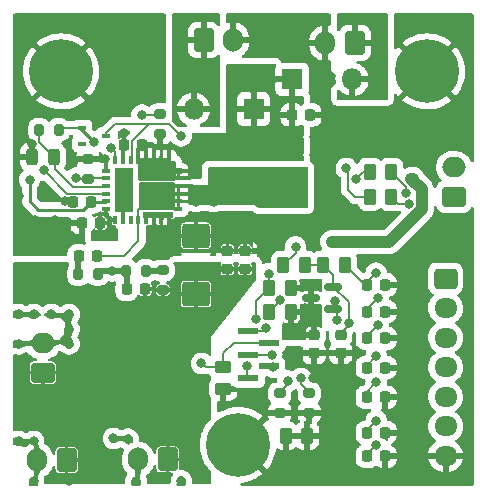
<source format=gbr>
%TF.GenerationSoftware,KiCad,Pcbnew,(6.0.1)*%
%TF.CreationDate,2022-03-12T23:59:41-07:00*%
%TF.ProjectId,PowerBackup,506f7765-7242-4616-936b-75702e6b6963,rev?*%
%TF.SameCoordinates,Original*%
%TF.FileFunction,Copper,L1,Top*%
%TF.FilePolarity,Positive*%
%FSLAX46Y46*%
G04 Gerber Fmt 4.6, Leading zero omitted, Abs format (unit mm)*
G04 Created by KiCad (PCBNEW (6.0.1)) date 2022-03-12 23:59:41*
%MOMM*%
%LPD*%
G01*
G04 APERTURE LIST*
G04 Aperture macros list*
%AMRoundRect*
0 Rectangle with rounded corners*
0 $1 Rounding radius*
0 $2 $3 $4 $5 $6 $7 $8 $9 X,Y pos of 4 corners*
0 Add a 4 corners polygon primitive as box body*
4,1,4,$2,$3,$4,$5,$6,$7,$8,$9,$2,$3,0*
0 Add four circle primitives for the rounded corners*
1,1,$1+$1,$2,$3*
1,1,$1+$1,$4,$5*
1,1,$1+$1,$6,$7*
1,1,$1+$1,$8,$9*
0 Add four rect primitives between the rounded corners*
20,1,$1+$1,$2,$3,$4,$5,0*
20,1,$1+$1,$4,$5,$6,$7,0*
20,1,$1+$1,$6,$7,$8,$9,0*
20,1,$1+$1,$8,$9,$2,$3,0*%
G04 Aperture macros list end*
%TA.AperFunction,SMDPad,CuDef*%
%ADD10RoundRect,0.250000X0.262500X0.450000X-0.262500X0.450000X-0.262500X-0.450000X0.262500X-0.450000X0*%
%TD*%
%TA.AperFunction,SMDPad,CuDef*%
%ADD11R,1.750000X0.600000*%
%TD*%
%TA.AperFunction,SMDPad,CuDef*%
%ADD12RoundRect,0.225000X0.225000X0.250000X-0.225000X0.250000X-0.225000X-0.250000X0.225000X-0.250000X0*%
%TD*%
%TA.AperFunction,ComponentPad*%
%ADD13R,1.800000X1.800000*%
%TD*%
%TA.AperFunction,ComponentPad*%
%ADD14O,1.800000X1.800000*%
%TD*%
%TA.AperFunction,ComponentPad*%
%ADD15RoundRect,0.250000X0.750000X-0.600000X0.750000X0.600000X-0.750000X0.600000X-0.750000X-0.600000X0*%
%TD*%
%TA.AperFunction,ComponentPad*%
%ADD16O,2.000000X1.700000*%
%TD*%
%TA.AperFunction,SMDPad,CuDef*%
%ADD17RoundRect,0.200000X0.275000X-0.200000X0.275000X0.200000X-0.275000X0.200000X-0.275000X-0.200000X0*%
%TD*%
%TA.AperFunction,SMDPad,CuDef*%
%ADD18RoundRect,0.200000X0.200000X0.275000X-0.200000X0.275000X-0.200000X-0.275000X0.200000X-0.275000X0*%
%TD*%
%TA.AperFunction,SMDPad,CuDef*%
%ADD19RoundRect,0.225000X-0.225000X-0.250000X0.225000X-0.250000X0.225000X0.250000X-0.225000X0.250000X0*%
%TD*%
%TA.AperFunction,SMDPad,CuDef*%
%ADD20RoundRect,0.200000X-0.200000X-0.275000X0.200000X-0.275000X0.200000X0.275000X-0.200000X0.275000X0*%
%TD*%
%TA.AperFunction,SMDPad,CuDef*%
%ADD21RoundRect,0.150000X0.587500X0.150000X-0.587500X0.150000X-0.587500X-0.150000X0.587500X-0.150000X0*%
%TD*%
%TA.AperFunction,SMDPad,CuDef*%
%ADD22RoundRect,0.250000X0.925000X-0.787500X0.925000X0.787500X-0.925000X0.787500X-0.925000X-0.787500X0*%
%TD*%
%TA.AperFunction,SMDPad,CuDef*%
%ADD23RoundRect,0.250000X-0.262500X-0.450000X0.262500X-0.450000X0.262500X0.450000X-0.262500X0.450000X0*%
%TD*%
%TA.AperFunction,SMDPad,CuDef*%
%ADD24R,0.299974X0.704800*%
%TD*%
%TA.AperFunction,ComponentPad*%
%ADD25C,0.700000*%
%TD*%
%TA.AperFunction,SMDPad,CuDef*%
%ADD26R,1.600000X3.700000*%
%TD*%
%TA.AperFunction,SMDPad,CuDef*%
%ADD27R,2.600000X0.470000*%
%TD*%
%TA.AperFunction,SMDPad,CuDef*%
%ADD28R,0.704800X0.299974*%
%TD*%
%TA.AperFunction,SMDPad,CuDef*%
%ADD29RoundRect,0.046200X1.481300X-1.108800X1.481300X1.108800X-1.481300X1.108800X-1.481300X-1.108800X0*%
%TD*%
%TA.AperFunction,SMDPad,CuDef*%
%ADD30RoundRect,0.032000X1.551500X-0.768000X1.551500X0.768000X-1.551500X0.768000X-1.551500X-0.768000X0*%
%TD*%
%TA.AperFunction,SMDPad,CuDef*%
%ADD31RoundRect,0.225000X-0.250000X0.225000X-0.250000X-0.225000X0.250000X-0.225000X0.250000X0.225000X0*%
%TD*%
%TA.AperFunction,SMDPad,CuDef*%
%ADD32RoundRect,0.200000X-0.275000X0.200000X-0.275000X-0.200000X0.275000X-0.200000X0.275000X0.200000X0*%
%TD*%
%TA.AperFunction,SMDPad,CuDef*%
%ADD33RoundRect,0.250000X-0.450000X0.262500X-0.450000X-0.262500X0.450000X-0.262500X0.450000X0.262500X0*%
%TD*%
%TA.AperFunction,ComponentPad*%
%ADD34RoundRect,0.250000X0.600000X0.750000X-0.600000X0.750000X-0.600000X-0.750000X0.600000X-0.750000X0*%
%TD*%
%TA.AperFunction,ComponentPad*%
%ADD35O,1.700000X2.000000*%
%TD*%
%TA.AperFunction,SMDPad,CuDef*%
%ADD36R,0.700000X0.450000*%
%TD*%
%TA.AperFunction,ComponentPad*%
%ADD37RoundRect,0.250000X-0.725000X0.600000X-0.725000X-0.600000X0.725000X-0.600000X0.725000X0.600000X0*%
%TD*%
%TA.AperFunction,ComponentPad*%
%ADD38O,1.950000X1.700000*%
%TD*%
%TA.AperFunction,ComponentPad*%
%ADD39C,5.400000*%
%TD*%
%TA.AperFunction,ComponentPad*%
%ADD40RoundRect,0.250000X-0.600000X-0.750000X0.600000X-0.750000X0.600000X0.750000X-0.600000X0.750000X0*%
%TD*%
%TA.AperFunction,SMDPad,CuDef*%
%ADD41RoundRect,0.243750X-0.243750X-0.456250X0.243750X-0.456250X0.243750X0.456250X-0.243750X0.456250X0*%
%TD*%
%TA.AperFunction,SMDPad,CuDef*%
%ADD42RoundRect,0.225000X0.250000X-0.225000X0.250000X0.225000X-0.250000X0.225000X-0.250000X-0.225000X0*%
%TD*%
%TA.AperFunction,ViaPad*%
%ADD43C,0.800000*%
%TD*%
%TA.AperFunction,Conductor*%
%ADD44C,0.150000*%
%TD*%
%TA.AperFunction,Conductor*%
%ADD45C,0.250000*%
%TD*%
%TA.AperFunction,Conductor*%
%ADD46C,0.300000*%
%TD*%
%TA.AperFunction,Conductor*%
%ADD47C,1.000000*%
%TD*%
%TA.AperFunction,Conductor*%
%ADD48C,0.500000*%
%TD*%
%TA.AperFunction,Conductor*%
%ADD49C,0.200000*%
%TD*%
G04 APERTURE END LIST*
D10*
%TO.P,R16,1*%
%TO.N,Net-(J5-Pad4)*%
X143037500Y-93050000D03*
%TO.P,R16,2*%
%TO.N,/PrimaryBatteryMonitoring/SCL*%
X141212500Y-93050000D03*
%TD*%
D11*
%TO.P,J4,1,Pin_1*%
%TO.N,Net-(J4-Pad1)*%
X130925000Y-104400000D03*
%TO.P,J4,2,Pin_2*%
%TO.N,Net-(J4-Pad2)*%
X132675000Y-105400000D03*
%TO.P,J4,3,Pin_3*%
%TO.N,Net-(J4-Pad3)*%
X130925000Y-106400000D03*
%TO.P,J4,4,Pin_4*%
%TO.N,Net-(J4-Pad4)*%
X132675000Y-107400000D03*
%TO.P,J4,5,Pin_5*%
%TO.N,Net-(J4-Pad5)*%
X130925000Y-108400000D03*
%TD*%
D12*
%TO.P,C12,1*%
%TO.N,+9VA*%
X121933000Y-88646000D03*
%TO.P,C12,2*%
%TO.N,GND*%
X120383000Y-88646000D03*
%TD*%
D13*
%TO.P,D1,1,K*%
%TO.N,+9VA*%
X134635000Y-83100000D03*
D14*
%TO.P,D1,2,A*%
%TO.N,+9V*%
X139715000Y-83100000D03*
%TD*%
D15*
%TO.P,J6,1,Pin_1*%
%TO.N,Net-(J5-Pad4)*%
X148325000Y-93025000D03*
D16*
%TO.P,J6,2,Pin_2*%
%TO.N,Net-(J5-Pad3)*%
X148325000Y-90525000D03*
%TD*%
D17*
%TO.P,R23,1*%
%TO.N,Net-(C15-Pad2)*%
X117348000Y-91503000D03*
%TO.P,R23,2*%
%TO.N,GND*%
X117348000Y-89853000D03*
%TD*%
D18*
%TO.P,R18,1*%
%TO.N,/Backup/PVDD*%
X114871000Y-87376000D03*
%TO.P,R18,2*%
%TO.N,Net-(D3-Pad2)*%
X113221000Y-87376000D03*
%TD*%
D19*
%TO.P,C1,1*%
%TO.N,Net-(C1-Pad1)*%
X140975000Y-115019236D03*
%TO.P,C1,2*%
%TO.N,GND*%
X142525000Y-115019236D03*
%TD*%
%TO.P,C6,1*%
%TO.N,Net-(C6-Pad1)*%
X140975000Y-102750000D03*
%TO.P,C6,2*%
%TO.N,GND*%
X142525000Y-102750000D03*
%TD*%
D15*
%TO.P,J8,1,Pin_1*%
%TO.N,+5V*%
X113521000Y-107930000D03*
D16*
%TO.P,J8,2,Pin_2*%
%TO.N,GND*%
X113521000Y-105430000D03*
%TD*%
D20*
%TO.P,R20,1*%
%TO.N,Net-(C14-Pad2)*%
X116523000Y-99568000D03*
%TO.P,R20,2*%
%TO.N,Net-(C15-Pad2)*%
X118173000Y-99568000D03*
%TD*%
D19*
%TO.P,C7,1*%
%TO.N,Net-(C7-Pad1)*%
X140975000Y-100500000D03*
%TO.P,C7,2*%
%TO.N,GND*%
X142525000Y-100500000D03*
%TD*%
D21*
%TO.P,Q1,1,B*%
%TO.N,Net-(Q1-Pad1)*%
X138137500Y-102550000D03*
%TO.P,Q1,2,E*%
%TO.N,Net-(C8-Pad1)*%
X138137500Y-100650000D03*
%TO.P,Q1,3,C*%
%TO.N,+3V3*%
X136262500Y-101600000D03*
%TD*%
D22*
%TO.P,C18,2*%
%TO.N,GND*%
X126492000Y-96343500D03*
%TO.P,C18,1*%
%TO.N,+5V*%
X126492000Y-101268500D03*
%TD*%
D23*
%TO.P,R11,1*%
%TO.N,Net-(Q1-Pad1)*%
X133887500Y-98800000D03*
%TO.P,R11,2*%
%TO.N,Net-(C8-Pad1)*%
X135712500Y-98800000D03*
%TD*%
D19*
%TO.P,C10,1*%
%TO.N,+9VA*%
X134607000Y-86106000D03*
%TO.P,C10,2*%
%TO.N,GND*%
X136157000Y-86106000D03*
%TD*%
D17*
%TO.P,R21,1*%
%TO.N,+5V*%
X123700000Y-100925000D03*
%TO.P,R21,2*%
%TO.N,Net-(R21-Pad2)*%
X123700000Y-99275000D03*
%TD*%
D24*
%TO.P,U2,1,PVDD*%
%TO.N,/Backup/PVDD*%
X119671001Y-95008400D03*
%TO.P,U2,2,PGND*%
%TO.N,GND*%
X120320999Y-95008400D03*
D25*
X119946000Y-93556000D03*
X119946000Y-91356000D03*
X120746000Y-91356000D03*
X120746000Y-93556000D03*
D26*
X120396000Y-92456000D03*
D24*
%TO.P,U2,3*%
%TO.N,N/C*%
X120971001Y-95008400D03*
%TO.P,U2,4,SW*%
%TO.N,/Backup/SW*%
X121620999Y-95008400D03*
%TO.P,U2,5,PGND*%
%TO.N,GND*%
X122271001Y-95008400D03*
D27*
X123256000Y-94576000D03*
D24*
%TO.P,U2,6,PGND*%
X122920999Y-95008400D03*
%TO.P,U2,7,PGND*%
X123571001Y-95008400D03*
%TO.P,U2,8,PGND*%
X124220999Y-95008400D03*
D28*
%TO.P,U2,9,SW*%
%TO.N,/Backup/SW*%
X124998399Y-94081001D03*
%TO.P,U2,10,SW*%
X124998399Y-93430999D03*
%TO.P,U2,11,SW*%
X124998399Y-92781001D03*
D25*
X122126000Y-92956000D03*
D29*
X123173500Y-92961000D03*
D25*
X123086000Y-92956000D03*
X124046000Y-92936000D03*
D28*
%TO.P,U2,12,SW*%
X124998399Y-92130999D03*
%TO.P,U2,13,PVIN*%
%TO.N,+9VA*%
X124998399Y-91481001D03*
%TO.P,U2,14,PVIN*%
X124998399Y-90830999D03*
D25*
%TO.P,U2,15,PVIN*%
X122116000Y-90806000D03*
X123076000Y-90806000D03*
X124036000Y-90786000D03*
D24*
X124220999Y-89903600D03*
D30*
X123232500Y-90856000D03*
D24*
%TO.P,U2,16,PVIN*%
X123571001Y-89903600D03*
%TO.P,U2,17,PVIN*%
X122920999Y-89903600D03*
%TO.P,U2,18,PVIN*%
X122271001Y-89903600D03*
%TO.P,U2,19,PVIN*%
X121620999Y-89903600D03*
%TO.P,U2,20,BST*%
%TO.N,Net-(C13-Pad1)*%
X120971001Y-89903600D03*
%TO.P,U2,21,PGND*%
%TO.N,GND*%
X120320999Y-89903600D03*
%TO.P,U2,22,CS*%
%TO.N,/Backup/SW*%
X119671001Y-89903600D03*
D28*
%TO.P,U2,23,SGND*%
%TO.N,GND*%
X118893601Y-90830999D03*
%TO.P,U2,24,FB*%
%TO.N,Net-(C15-Pad2)*%
X118893601Y-91481001D03*
%TO.P,U2,25,PG*%
%TO.N,Net-(D3-Pad2)*%
X118893601Y-92130999D03*
%TO.P,U2,26,EN*%
%TO.N,Net-(R19-Pad2)*%
X118893601Y-92781001D03*
%TO.P,U2,27,VIN*%
%TO.N,Net-(C25-Pad1)*%
X118893601Y-93430999D03*
%TO.P,U2,28,VDD*%
%TO.N,/Backup/PVDD*%
X118893601Y-94081001D03*
%TD*%
D31*
%TO.P,C9,1*%
%TO.N,+3V3*%
X136500000Y-104725000D03*
%TO.P,C9,2*%
%TO.N,GND*%
X136500000Y-106275000D03*
%TD*%
D13*
%TO.P,D2,1,K*%
%TO.N,+9VA*%
X131365000Y-85600000D03*
D14*
%TO.P,D2,2,A*%
%TO.N,/Backup/VBAT*%
X126285000Y-85600000D03*
%TD*%
D31*
%TO.P,C8,1*%
%TO.N,Net-(C8-Pad1)*%
X138750000Y-104725000D03*
%TO.P,C8,2*%
%TO.N,GND*%
X138750000Y-106275000D03*
%TD*%
D32*
%TO.P,R9,1*%
%TO.N,Net-(R9-Pad1)*%
X136087500Y-109675000D03*
%TO.P,R9,2*%
%TO.N,GND*%
X136087500Y-111325000D03*
%TD*%
D23*
%TO.P,R13,1*%
%TO.N,/PrimaryBatteryMonitoring/SCL*%
X132687500Y-102800000D03*
%TO.P,R13,2*%
%TO.N,+3V3*%
X134512500Y-102800000D03*
%TD*%
D19*
%TO.P,C3,1*%
%TO.N,Net-(C3-Pad1)*%
X140975000Y-110000000D03*
%TO.P,C3,2*%
%TO.N,GND*%
X142525000Y-110000000D03*
%TD*%
D33*
%TO.P,TH1,1*%
%TO.N,Net-(J4-Pad2)*%
X128800000Y-107487500D03*
%TO.P,TH1,2*%
%TO.N,GND*%
X128800000Y-109312500D03*
%TD*%
D19*
%TO.P,C5,1*%
%TO.N,Net-(C5-Pad1)*%
X140975000Y-105000000D03*
%TO.P,C5,2*%
%TO.N,GND*%
X142525000Y-105000000D03*
%TD*%
%TO.P,C4,1*%
%TO.N,Net-(C4-Pad1)*%
X140975000Y-107500000D03*
%TO.P,C4,2*%
%TO.N,GND*%
X142525000Y-107500000D03*
%TD*%
D23*
%TO.P,R15,1*%
%TO.N,/PrimaryBatteryMonitoring/SDA*%
X132687500Y-100800000D03*
%TO.P,R15,2*%
%TO.N,+3V3*%
X134512500Y-100800000D03*
%TD*%
D34*
%TO.P,J9,1,Pin_1*%
%TO.N,+5V*%
X124100000Y-115275000D03*
D35*
%TO.P,J9,2,Pin_2*%
%TO.N,GND*%
X121600000Y-115275000D03*
%TD*%
D36*
%TO.P,D4,1,A*%
%TO.N,/Backup/PVDD*%
X116856000Y-87234000D03*
%TO.P,D4,2,NC*%
%TO.N,unconnected-(D4-Pad2)*%
X116856000Y-88534000D03*
%TO.P,D4,3,K*%
%TO.N,Net-(C13-Pad1)*%
X118856000Y-87884000D03*
%TD*%
D17*
%TO.P,R19,1*%
%TO.N,+9VA*%
X123444000Y-87693000D03*
%TO.P,R19,2*%
%TO.N,Net-(R19-Pad2)*%
X123444000Y-86043000D03*
%TD*%
D10*
%TO.P,R17,1*%
%TO.N,Net-(J5-Pad3)*%
X143037500Y-90925000D03*
%TO.P,R17,2*%
%TO.N,/PrimaryBatteryMonitoring/SDA*%
X141212500Y-90925000D03*
%TD*%
D37*
%TO.P,J2,1,Pin_1*%
%TO.N,Net-(J2-Pad1)*%
X147628764Y-99960836D03*
D38*
%TO.P,J2,2,Pin_2*%
%TO.N,Net-(J2-Pad2)*%
X147628764Y-102460836D03*
%TO.P,J2,3,Pin_3*%
%TO.N,Net-(J2-Pad3)*%
X147628764Y-104960836D03*
%TO.P,J2,4,Pin_4*%
%TO.N,Net-(J2-Pad4)*%
X147628764Y-107460836D03*
%TO.P,J2,5,Pin_5*%
%TO.N,Net-(J2-Pad5)*%
X147628764Y-109960836D03*
%TO.P,J2,6,Pin_6*%
%TO.N,Net-(J2-Pad6)*%
X147628764Y-112460836D03*
%TO.P,J2,7,Pin_7*%
%TO.N,GND*%
X147628764Y-114960836D03*
%TD*%
D39*
%TO.P,H3,1,1*%
%TO.N,GND*%
X130048000Y-114046000D03*
%TD*%
%TO.P,H1,1,1*%
%TO.N,GND*%
X115062000Y-82423000D03*
%TD*%
D40*
%TO.P,J7,1,Pin_1*%
%TO.N,/Backup/VBAT*%
X127150000Y-79775000D03*
D35*
%TO.P,J7,2,Pin_2*%
%TO.N,GND*%
X129650000Y-79775000D03*
%TD*%
D10*
%TO.P,R8,1*%
%TO.N,Net-(C7-Pad1)*%
X139112500Y-98800000D03*
%TO.P,R8,2*%
%TO.N,Net-(C8-Pad1)*%
X137287500Y-98800000D03*
%TD*%
%TO.P,R10,1*%
%TO.N,GND*%
X135912500Y-113250000D03*
%TO.P,R10,2*%
X134087500Y-113250000D03*
%TD*%
D12*
%TO.P,C25,1*%
%TO.N,Net-(C25-Pad1)*%
X117615000Y-93472000D03*
%TO.P,C25,2*%
%TO.N,GND*%
X116065000Y-93472000D03*
%TD*%
D18*
%TO.P,R22,1*%
%TO.N,Net-(R21-Pad2)*%
X122237000Y-99314000D03*
%TO.P,R22,2*%
%TO.N,Net-(C15-Pad2)*%
X120587000Y-99314000D03*
%TD*%
D19*
%TO.P,C2,1*%
%TO.N,Net-(C2-Pad1)*%
X140975000Y-113000000D03*
%TO.P,C2,2*%
%TO.N,GND*%
X142525000Y-113000000D03*
%TD*%
D32*
%TO.P,R12,1*%
%TO.N,Net-(R12-Pad1)*%
X133587500Y-109675000D03*
%TO.P,R12,2*%
%TO.N,GND*%
X133587500Y-111325000D03*
%TD*%
D39*
%TO.P,H2,1,1*%
%TO.N,GND*%
X146050000Y-82423000D03*
%TD*%
D12*
%TO.P,C15,1*%
%TO.N,+5V*%
X122187000Y-100850000D03*
%TO.P,C15,2*%
%TO.N,Net-(C15-Pad2)*%
X120637000Y-100850000D03*
%TD*%
%TO.P,C14,1*%
%TO.N,/Backup/SW*%
X118123000Y-98044000D03*
%TO.P,C14,2*%
%TO.N,Net-(C14-Pad2)*%
X116573000Y-98044000D03*
%TD*%
D34*
%TO.P,J10,1,Pin_1*%
%TO.N,+5V*%
X115550000Y-115333000D03*
D35*
%TO.P,J10,2,Pin_2*%
%TO.N,GND*%
X113050000Y-115333000D03*
%TD*%
D41*
%TO.P,D3,1,K*%
%TO.N,GND*%
X112600500Y-89662000D03*
%TO.P,D3,2,A*%
%TO.N,Net-(D3-Pad2)*%
X114475500Y-89662000D03*
%TD*%
D42*
%TO.P,C17,1*%
%TO.N,+5V*%
X130650000Y-99150000D03*
%TO.P,C17,2*%
%TO.N,GND*%
X130650000Y-97600000D03*
%TD*%
D12*
%TO.P,C11,1*%
%TO.N,/Backup/PVDD*%
X118390000Y-95250000D03*
%TO.P,C11,2*%
%TO.N,GND*%
X116840000Y-95250000D03*
%TD*%
D42*
%TO.P,C16,1*%
%TO.N,+5V*%
X129150000Y-99150000D03*
%TO.P,C16,2*%
%TO.N,GND*%
X129150000Y-97600000D03*
%TD*%
D34*
%TO.P,J1,1,Pin_1*%
%TO.N,+9V*%
X139954000Y-80010000D03*
D35*
%TO.P,J1,2,Pin_2*%
%TO.N,GND*%
X137454000Y-80010000D03*
%TD*%
D43*
%TO.N,GND*%
X115600000Y-88600000D03*
X141800000Y-87800000D03*
%TO.N,+9VA*%
X134800000Y-88200000D03*
X133200000Y-88200000D03*
X131600000Y-88200000D03*
X130000000Y-88200000D03*
X128400000Y-88200000D03*
%TO.N,GND*%
X115600000Y-86000000D03*
X113600000Y-92800000D03*
X118800000Y-89800000D03*
X115400000Y-93400000D03*
%TO.N,Net-(C25-Pad1)*%
X112400000Y-91600000D03*
%TO.N,GND*%
X122936000Y-96266000D03*
X124206000Y-96266000D03*
X111500000Y-105500000D03*
X115750000Y-104250000D03*
X115750000Y-103000000D03*
X115750000Y-105500000D03*
X114250000Y-103000000D03*
X112750000Y-103000000D03*
X111500000Y-103000000D03*
X149250000Y-86250000D03*
X149250000Y-88500000D03*
X147750000Y-88500000D03*
X149250000Y-94850000D03*
X147400000Y-94850000D03*
X132600000Y-96450000D03*
%TO.N,/Backup/SW*%
X129500000Y-92350000D03*
X128000000Y-93450000D03*
X128000000Y-92450000D03*
X126500000Y-93450000D03*
X126500000Y-92500000D03*
%TO.N,Net-(C1-Pad1)*%
X141738997Y-114079341D03*
%TO.N,GND*%
X120600000Y-80976000D03*
X131826000Y-109728000D03*
X145080000Y-86350000D03*
X146200000Y-89250000D03*
X113000000Y-96600000D03*
X138950000Y-112734000D03*
X137922000Y-116586000D03*
X121412000Y-117094000D03*
X136400000Y-108400000D03*
X146525000Y-96300000D03*
X137922000Y-115570000D03*
X136652000Y-115570000D03*
X133604000Y-115570000D03*
X133850000Y-78200000D03*
X119100000Y-80976000D03*
X137800000Y-94625000D03*
X122100000Y-79488000D03*
X129600000Y-95000000D03*
X139300000Y-116600000D03*
X140462000Y-86360000D03*
X136500000Y-88000000D03*
X111500000Y-94488000D03*
X133850000Y-79470000D03*
X116078000Y-90170000D03*
X129000000Y-96500000D03*
X125250000Y-117094000D03*
X130500000Y-96500000D03*
X131318000Y-110490000D03*
X137934000Y-112734000D03*
X143810000Y-86350000D03*
X111500000Y-113750000D03*
X122100000Y-80988000D03*
X134112000Y-116586000D03*
X139192000Y-86360000D03*
X120630000Y-83770000D03*
X119106000Y-83770000D03*
X120630000Y-82500000D03*
X137922000Y-86360000D03*
X120630000Y-79452000D03*
X133850000Y-80740000D03*
X111506000Y-96600000D03*
X120750000Y-113538000D03*
X135382000Y-116586000D03*
X135636000Y-115570000D03*
X119106000Y-82500000D03*
X128778000Y-110744000D03*
X119500000Y-113500000D03*
X114600000Y-95000000D03*
X136500000Y-89500000D03*
X112869917Y-95000000D03*
X138950000Y-113750000D03*
X112750000Y-117094000D03*
X112750000Y-113750000D03*
X134620000Y-115570000D03*
X119100000Y-79452000D03*
X137680000Y-113750000D03*
X130810000Y-109728000D03*
X136652000Y-116586000D03*
X141732000Y-86360000D03*
X114600000Y-96600000D03*
X130500000Y-95000000D03*
X120396000Y-87630000D03*
X147620000Y-86350000D03*
X111500000Y-92964000D03*
X146350000Y-86350000D03*
X112600000Y-88600000D03*
X128600000Y-95000000D03*
X149352000Y-96266000D03*
%TO.N,Net-(C2-Pad1)*%
X141750000Y-112000000D03*
%TO.N,Net-(C3-Pad1)*%
X141750000Y-108750000D03*
%TO.N,Net-(C4-Pad1)*%
X141750000Y-106500000D03*
%TO.N,Net-(C5-Pad1)*%
X141897152Y-103880011D03*
%TO.N,Net-(C6-Pad1)*%
X141897152Y-101630011D03*
%TO.N,Net-(C7-Pad1)*%
X141750000Y-99500000D03*
%TO.N,Net-(C8-Pad1)*%
X139446462Y-103683512D03*
%TO.N,+3V3*%
X136125000Y-100575000D03*
X138025000Y-96850000D03*
X135745393Y-102436653D03*
X144865900Y-91522347D03*
%TO.N,Net-(J4-Pad1)*%
X132381364Y-104144093D03*
%TO.N,Net-(J4-Pad2)*%
X126950000Y-107150000D03*
%TO.N,Net-(J4-Pad3)*%
X132906963Y-106390769D03*
%TO.N,Net-(J4-Pad4)*%
X133011743Y-107459994D03*
%TO.N,Net-(J4-Pad5)*%
X130800000Y-107400000D03*
%TO.N,Net-(J5-Pad4)*%
X144505804Y-93652585D03*
%TO.N,Net-(J5-Pad3)*%
X144300000Y-92674500D03*
%TO.N,Net-(Q1-Pad1)*%
X138474500Y-103450500D03*
X138300000Y-101850000D03*
X134925000Y-97275000D03*
%TO.N,Net-(R9-Pad1)*%
X135400000Y-108400000D03*
%TO.N,Net-(R12-Pad1)*%
X134286731Y-108626703D03*
%TO.N,/PrimaryBatteryMonitoring/SDA*%
X140049500Y-91525000D03*
X132675000Y-99550000D03*
X131589202Y-103401963D03*
%TO.N,/PrimaryBatteryMonitoring/SCL*%
X133593956Y-101810318D03*
X139225000Y-90625000D03*
%TO.N,Net-(C13-Pad1)*%
X125222000Y-87884000D03*
%TO.N,+5V*%
X115750000Y-111252000D03*
X112014000Y-100584000D03*
X111500000Y-108500000D03*
X126000000Y-114500000D03*
X115500000Y-107950000D03*
X122000000Y-102000000D03*
X130302000Y-100584000D03*
X123750000Y-113500000D03*
X128778000Y-101600000D03*
X115500000Y-109000000D03*
X126500000Y-99000000D03*
X128270000Y-100584000D03*
X126000000Y-113500000D03*
X115750000Y-117094000D03*
X129286000Y-100584000D03*
X115750000Y-113250000D03*
X129794000Y-101600000D03*
X114808000Y-100584000D03*
X123500000Y-102000000D03*
X127500000Y-99000000D03*
X113284000Y-100584000D03*
%TO.N,Net-(C15-Pad2)*%
X116332000Y-91440000D03*
X119380000Y-99314000D03*
%TO.N,Net-(R19-Pad2)*%
X113600000Y-90800000D03*
X121920000Y-86106000D03*
%TO.N,/Backup/SW*%
X132500000Y-93000000D03*
X119333510Y-88900239D03*
X129500000Y-91000000D03*
X134000000Y-91000000D03*
X135500000Y-93000000D03*
X128000000Y-91000000D03*
X135500000Y-91000000D03*
X132500000Y-91000000D03*
X131000000Y-91000000D03*
X134000000Y-93000000D03*
%TO.N,/Backup/PVDD*%
X119380000Y-96266000D03*
X117856000Y-88392000D03*
X118110000Y-96266000D03*
%TD*%
D44*
%TO.N,Net-(R19-Pad2)*%
X115581001Y-92781001D02*
X113600000Y-90800000D01*
X118893601Y-92781001D02*
X115581001Y-92781001D01*
D45*
%TO.N,Net-(C25-Pad1)*%
X112400000Y-91600000D02*
X112400000Y-93400000D01*
X112400000Y-93400000D02*
X113148520Y-94148520D01*
X113148520Y-94148520D02*
X116938480Y-94148520D01*
X116938480Y-94148520D02*
X117615000Y-93472000D01*
D44*
%TO.N,Net-(J4-Pad3)*%
X132897732Y-106400000D02*
X132906963Y-106390769D01*
X130925000Y-106400000D02*
X132897732Y-106400000D01*
%TO.N,Net-(C1-Pad1)*%
X141738997Y-114079341D02*
X141738997Y-114080239D01*
X141738997Y-114080239D02*
X140800000Y-115019236D01*
%TO.N,GND*%
X122428000Y-94488000D02*
X122936000Y-94488000D01*
X120320999Y-88708001D02*
X120383000Y-88646000D01*
X123698000Y-94488000D02*
X123698000Y-94881401D01*
X112600500Y-89662000D02*
X112600500Y-88470500D01*
X122936000Y-94488000D02*
X123698000Y-94488000D01*
X123698000Y-94881401D02*
X123571001Y-95008400D01*
X122936000Y-94488000D02*
X122920999Y-94503001D01*
X122271001Y-94644999D02*
X122428000Y-94488000D01*
X122271001Y-95008400D02*
X122271001Y-94644999D01*
D46*
X120320999Y-89903600D02*
X120320999Y-88708001D01*
D44*
X122920999Y-94503001D02*
X122920999Y-95008400D01*
D46*
X120320999Y-95008400D02*
X120320999Y-93981001D01*
D44*
X120320999Y-93981001D02*
X120746000Y-93556000D01*
%TO.N,Net-(C2-Pad1)*%
X140800000Y-112950000D02*
X141750000Y-112000000D01*
X140800000Y-113000000D02*
X140800000Y-112950000D01*
%TO.N,Net-(C3-Pad1)*%
X140800000Y-109700000D02*
X141750000Y-108750000D01*
X140800000Y-110000000D02*
X140800000Y-109700000D01*
%TO.N,Net-(C4-Pad1)*%
X141750000Y-106550000D02*
X140800000Y-107500000D01*
X141750000Y-106500000D02*
X141750000Y-106550000D01*
%TO.N,Net-(C5-Pad1)*%
X140800000Y-105000000D02*
X140800000Y-104977163D01*
X140800000Y-104977163D02*
X141897152Y-103880011D01*
%TO.N,Net-(C6-Pad1)*%
X141897152Y-101630011D02*
X140800000Y-102727163D01*
X140800000Y-102727163D02*
X140800000Y-102750000D01*
%TO.N,Net-(C7-Pad1)*%
X139112500Y-98812500D02*
X140800000Y-100500000D01*
X140800000Y-100500000D02*
X140800000Y-100450000D01*
X139112500Y-98800000D02*
X139112500Y-98812500D01*
X140800000Y-100450000D02*
X141750000Y-99500000D01*
%TO.N,Net-(C8-Pad1)*%
X139446462Y-101958962D02*
X139446462Y-103683512D01*
X138750000Y-104550000D02*
X139446462Y-103853538D01*
X137287500Y-98800000D02*
X138137500Y-99650000D01*
X135712500Y-98800000D02*
X137287500Y-98800000D01*
X139446462Y-103853538D02*
X139446462Y-103683512D01*
X138137500Y-100650000D02*
X139446462Y-101958962D01*
X138137500Y-99650000D02*
X138137500Y-100650000D01*
D47*
%TO.N,+3V3*%
X144865900Y-91522347D02*
X144730183Y-91522347D01*
X142863333Y-96850000D02*
X138025000Y-96850000D01*
X145605315Y-94108018D02*
X142863333Y-96850000D01*
X145605315Y-92397479D02*
X145605315Y-94108018D01*
X144730183Y-91522347D02*
X145605315Y-92397479D01*
D44*
%TO.N,Net-(J4-Pad1)*%
X132381364Y-104144093D02*
X132125457Y-104400000D01*
X132125457Y-104400000D02*
X130925000Y-104400000D01*
%TO.N,Net-(J4-Pad2)*%
X127362500Y-107487500D02*
X128800000Y-107487500D01*
X128800000Y-106300000D02*
X129700000Y-105400000D01*
X129700000Y-105400000D02*
X132675000Y-105400000D01*
X128800000Y-107487500D02*
X128800000Y-106300000D01*
X127250000Y-107375000D02*
X127362500Y-107487500D01*
%TO.N,Net-(J4-Pad3)*%
X130925000Y-106400000D02*
X132000000Y-106400000D01*
%TO.N,Net-(J4-Pad4)*%
X132675000Y-107400000D02*
X132951749Y-107400000D01*
X132951749Y-107400000D02*
X133011743Y-107459994D01*
%TO.N,Net-(J4-Pad5)*%
X130800000Y-107400000D02*
X130800000Y-108275000D01*
X130800000Y-108275000D02*
X130925000Y-108400000D01*
%TO.N,Net-(J5-Pad4)*%
X144505804Y-93652585D02*
X143640085Y-93652585D01*
X143640085Y-93652585D02*
X143037500Y-93050000D01*
%TO.N,Net-(J5-Pad3)*%
X144300000Y-92674500D02*
X144300000Y-92187500D01*
X144300000Y-92187500D02*
X143037500Y-90925000D01*
%TO.N,Net-(Q1-Pad1)*%
X138300000Y-102387500D02*
X138137500Y-102550000D01*
X138300000Y-101850000D02*
X138300000Y-102387500D01*
X134925000Y-97762500D02*
X134925000Y-97275000D01*
X138474500Y-102887000D02*
X138137500Y-102550000D01*
X133887500Y-98800000D02*
X134925000Y-97762500D01*
X138474500Y-103450500D02*
X138474500Y-102887000D01*
%TO.N,Net-(R9-Pad1)*%
X135400000Y-108900000D02*
X136087500Y-109587500D01*
X135400000Y-108400000D02*
X135400000Y-108900000D01*
%TO.N,Net-(R12-Pad1)*%
X134286731Y-108888269D02*
X134286731Y-108626703D01*
X134210797Y-108626703D02*
X134286731Y-108626703D01*
X134000000Y-108837500D02*
X134210797Y-108626703D01*
X133587500Y-109587500D02*
X134286731Y-108888269D01*
%TO.N,/PrimaryBatteryMonitoring/SDA*%
X141212500Y-90925000D02*
X140649500Y-90925000D01*
X132687500Y-100800000D02*
X132687500Y-99562500D01*
X131589202Y-101898298D02*
X131589202Y-103401963D01*
X132687500Y-99562500D02*
X132675000Y-99550000D01*
X140649500Y-90925000D02*
X140049500Y-91525000D01*
X132687500Y-100800000D02*
X131589202Y-101898298D01*
%TO.N,/PrimaryBatteryMonitoring/SCL*%
X139950000Y-93050000D02*
X141212500Y-93050000D01*
X139225000Y-90625000D02*
X139375000Y-90775000D01*
X139375000Y-90775000D02*
X139375000Y-92475000D01*
X139375000Y-92475000D02*
X139950000Y-93050000D01*
X133593956Y-101810318D02*
X133593956Y-101893544D01*
X133593956Y-101893544D02*
X132687500Y-102800000D01*
%TO.N,+9VA*%
X121620999Y-88958001D02*
X121933000Y-88646000D01*
D46*
X122920999Y-89903600D02*
X122920999Y-88884999D01*
X122271001Y-89903600D02*
X122271001Y-88984001D01*
D44*
X122920999Y-88884999D02*
X122682000Y-88646000D01*
X122271001Y-88984001D02*
X121933000Y-88646000D01*
D46*
X126018999Y-91481001D02*
X126500000Y-91000000D01*
X124998399Y-91481001D02*
X126018999Y-91481001D01*
X121620999Y-89903600D02*
X121620999Y-88958001D01*
D44*
%TO.N,Net-(C13-Pad1)*%
X121107520Y-88290053D02*
X122529573Y-86868000D01*
X124206000Y-86868000D02*
X125222000Y-87884000D01*
X121107520Y-89767081D02*
X121107520Y-88290053D01*
X118856000Y-87884000D02*
X118856000Y-87646000D01*
X122682000Y-86868000D02*
X123190000Y-86868000D01*
X123190000Y-86868000D02*
X124206000Y-86868000D01*
X120971001Y-89903600D02*
X121107520Y-89767081D01*
X119618000Y-86868000D02*
X122682000Y-86868000D01*
X118856000Y-87646000D02*
X119634000Y-86868000D01*
X122529573Y-86868000D02*
X122682000Y-86868000D01*
D48*
%TO.N,Net-(C14-Pad2)*%
X116523000Y-98094000D02*
X116573000Y-98044000D01*
X116523000Y-99568000D02*
X116523000Y-98094000D01*
D44*
%TO.N,Net-(C15-Pad2)*%
X116395000Y-91503000D02*
X116332000Y-91440000D01*
D48*
X120587000Y-99314000D02*
X119380000Y-99314000D01*
X118364000Y-99314000D02*
X119380000Y-99314000D01*
X118110000Y-99568000D02*
X118364000Y-99314000D01*
X120637000Y-99364000D02*
X120587000Y-99314000D01*
D44*
X117348000Y-91503000D02*
X116395000Y-91503000D01*
X117369999Y-91481001D02*
X118893601Y-91481001D01*
X117348000Y-91503000D02*
X117369999Y-91481001D01*
D48*
X120637000Y-100838000D02*
X120637000Y-99364000D01*
X118173000Y-99568000D02*
X118110000Y-99568000D01*
D44*
%TO.N,Net-(D3-Pad2)*%
X113221000Y-87376000D02*
X113221000Y-88407500D01*
X116053520Y-92177520D02*
X118847080Y-92177520D01*
X114554000Y-90678000D02*
X116053520Y-92177520D01*
X114554000Y-89837500D02*
X114554000Y-90678000D01*
X118847080Y-92177520D02*
X118893601Y-92130999D01*
X113221000Y-88407500D02*
X114475500Y-89662000D01*
%TO.N,Net-(R19-Pad2)*%
X121920000Y-86106000D02*
X123381000Y-86106000D01*
X123381000Y-86106000D02*
X123444000Y-86043000D01*
D48*
%TO.N,Net-(R21-Pad2)*%
X122237000Y-99314000D02*
X123635000Y-99314000D01*
D49*
%TO.N,/Backup/SW*%
X121620999Y-95008400D02*
X121620999Y-94076979D01*
D44*
X119671001Y-89903600D02*
X119671001Y-89237730D01*
D46*
X122939000Y-92961000D02*
X123173500Y-92961000D01*
X126130999Y-92130999D02*
X126500000Y-92500000D01*
D49*
X121620999Y-95008400D02*
X121620999Y-96819001D01*
D44*
X119671001Y-89237730D02*
X119333510Y-88900239D01*
D46*
X124998399Y-92130999D02*
X126130999Y-92130999D01*
D49*
X121620999Y-94076979D02*
X121647978Y-94050000D01*
X121647978Y-94050000D02*
X121650000Y-94050000D01*
X121620999Y-96819001D02*
X120396000Y-98044000D01*
X120396000Y-98044000D02*
X118123000Y-98044000D01*
X122744000Y-92956000D02*
X123086000Y-92956000D01*
X121650000Y-94050000D02*
X122744000Y-92956000D01*
D44*
%TO.N,/Backup/PVDD*%
X114871000Y-87376000D02*
X115013000Y-87234000D01*
X115013000Y-87234000D02*
X116856000Y-87234000D01*
D46*
X116856000Y-87234000D02*
X116856000Y-87392000D01*
X116856000Y-87392000D02*
X117856000Y-88392000D01*
D44*
%TO.N,Net-(C25-Pad1)*%
X118852600Y-93472000D02*
X118893601Y-93430999D01*
D45*
X117615000Y-93472000D02*
X118852600Y-93472000D01*
%TD*%
%TA.AperFunction,Conductor*%
%TO.N,+5V*%
G36*
X115642962Y-98572002D02*
G01*
X115681984Y-98611696D01*
X115720936Y-98674642D01*
X115745644Y-98714569D01*
X115764500Y-98780872D01*
X115764500Y-98812257D01*
X115746276Y-98877527D01*
X115672528Y-98999301D01*
X115621247Y-99162938D01*
X115614500Y-99236365D01*
X115614501Y-99899634D01*
X115614764Y-99902492D01*
X115614764Y-99902501D01*
X115616809Y-99924759D01*
X115621247Y-99973062D01*
X115623246Y-99979440D01*
X115623246Y-99979441D01*
X115669722Y-100127744D01*
X115672528Y-100136699D01*
X115761361Y-100283381D01*
X115882619Y-100404639D01*
X116029301Y-100493472D01*
X116036548Y-100495743D01*
X116036550Y-100495744D01*
X116068799Y-100505850D01*
X116192938Y-100544753D01*
X116266365Y-100551500D01*
X116269263Y-100551500D01*
X116523665Y-100551499D01*
X116779634Y-100551499D01*
X116782492Y-100551236D01*
X116782501Y-100551236D01*
X116818004Y-100547974D01*
X116853062Y-100544753D01*
X116918822Y-100524145D01*
X117009450Y-100495744D01*
X117009452Y-100495743D01*
X117016699Y-100493472D01*
X117163381Y-100404639D01*
X117258905Y-100309115D01*
X117321217Y-100275089D01*
X117392032Y-100280154D01*
X117437095Y-100309115D01*
X117532619Y-100404639D01*
X117679301Y-100493472D01*
X117686548Y-100495743D01*
X117686550Y-100495744D01*
X117718799Y-100505850D01*
X117842938Y-100544753D01*
X117916365Y-100551500D01*
X117919263Y-100551500D01*
X118173665Y-100551499D01*
X118429634Y-100551499D01*
X118432492Y-100551236D01*
X118432501Y-100551236D01*
X118468004Y-100547974D01*
X118503062Y-100544753D01*
X118568822Y-100524145D01*
X118659450Y-100495744D01*
X118659452Y-100495743D01*
X118666699Y-100493472D01*
X118813381Y-100404639D01*
X118934639Y-100283381D01*
X118939661Y-100275089D01*
X118960988Y-100239875D01*
X119013385Y-100191969D01*
X119083365Y-100179996D01*
X119097644Y-100183116D01*
X119097712Y-100182794D01*
X119278056Y-100221128D01*
X119278061Y-100221128D01*
X119284513Y-100222500D01*
X119475487Y-100222500D01*
X119481939Y-100221128D01*
X119481944Y-100221128D01*
X119571320Y-100202130D01*
X119642111Y-100207532D01*
X119698743Y-100250349D01*
X119723237Y-100316987D01*
X119717110Y-100365044D01*
X119709257Y-100388722D01*
X119688851Y-100450243D01*
X119688151Y-100457080D01*
X119688150Y-100457082D01*
X119684825Y-100489537D01*
X119678500Y-100551268D01*
X119678500Y-101148732D01*
X119678837Y-101151978D01*
X119678837Y-101151982D01*
X119681040Y-101173213D01*
X119689113Y-101251019D01*
X119691295Y-101257559D01*
X119732654Y-101381525D01*
X119743244Y-101413268D01*
X119747096Y-101419492D01*
X119747096Y-101419493D01*
X119785864Y-101482141D01*
X119833248Y-101558713D01*
X119954298Y-101679552D01*
X120099899Y-101769302D01*
X120262243Y-101823149D01*
X120269080Y-101823849D01*
X120269082Y-101823850D01*
X120310401Y-101828083D01*
X120363268Y-101833500D01*
X120910732Y-101833500D01*
X120913978Y-101833163D01*
X120913982Y-101833163D01*
X120948083Y-101829625D01*
X121013019Y-101822887D01*
X121166726Y-101771606D01*
X121168324Y-101771073D01*
X121168326Y-101771072D01*
X121175268Y-101768756D01*
X121212084Y-101745974D01*
X121314485Y-101682606D01*
X121320713Y-101678752D01*
X121441552Y-101557702D01*
X121488129Y-101482141D01*
X121527462Y-101418331D01*
X121527463Y-101418329D01*
X121531302Y-101412101D01*
X121537544Y-101393281D01*
X121577972Y-101334922D01*
X121643535Y-101307683D01*
X121713417Y-101320215D01*
X121746232Y-101343852D01*
X121764914Y-101362534D01*
X121782705Y-101374992D01*
X121867848Y-101414695D01*
X121886146Y-101420028D01*
X121919828Y-101424462D01*
X121928037Y-101425000D01*
X122018885Y-101425000D01*
X122034124Y-101420525D01*
X122035329Y-101419135D01*
X122037000Y-101411452D01*
X122037000Y-101406884D01*
X122337000Y-101406884D01*
X122341475Y-101422123D01*
X122342865Y-101423328D01*
X122350548Y-101424999D01*
X122445959Y-101424999D01*
X122454177Y-101424460D01*
X122487855Y-101420027D01*
X122506150Y-101414696D01*
X122591295Y-101374992D01*
X122609086Y-101362534D01*
X122674534Y-101297086D01*
X122686992Y-101279295D01*
X122726695Y-101194152D01*
X122732028Y-101175854D01*
X122733346Y-101165840D01*
X123125000Y-101165840D01*
X123125442Y-101173286D01*
X123126994Y-101186336D01*
X123131952Y-101204374D01*
X123168755Y-101287231D01*
X123181713Y-101306085D01*
X123244342Y-101368604D01*
X123263212Y-101381525D01*
X123346125Y-101418180D01*
X123364202Y-101423108D01*
X123376787Y-101424576D01*
X123384088Y-101425000D01*
X123531885Y-101425000D01*
X123547124Y-101420525D01*
X123548329Y-101419135D01*
X123550000Y-101411452D01*
X123550000Y-101406885D01*
X123850000Y-101406885D01*
X123854475Y-101422124D01*
X123855865Y-101423329D01*
X123863548Y-101425000D01*
X124015840Y-101425000D01*
X124023286Y-101424558D01*
X124036336Y-101423006D01*
X124054374Y-101418048D01*
X124137231Y-101381245D01*
X124156085Y-101368287D01*
X124218604Y-101305658D01*
X124231525Y-101286788D01*
X124268180Y-101203875D01*
X124273108Y-101185798D01*
X124274576Y-101173213D01*
X124275000Y-101165912D01*
X124275000Y-101100385D01*
X125217000Y-101100385D01*
X125221475Y-101115624D01*
X125222865Y-101116829D01*
X125230548Y-101118500D01*
X126323885Y-101118500D01*
X126339124Y-101114025D01*
X126340329Y-101112635D01*
X126342000Y-101104952D01*
X126342000Y-101100385D01*
X126642000Y-101100385D01*
X126646475Y-101115624D01*
X126647865Y-101116829D01*
X126655548Y-101118500D01*
X127748884Y-101118500D01*
X127764123Y-101114025D01*
X127765328Y-101112635D01*
X127766999Y-101104952D01*
X127766999Y-100452432D01*
X127766328Y-100443266D01*
X127758300Y-100388722D01*
X127752557Y-100370241D01*
X127710111Y-100283787D01*
X127698151Y-100267082D01*
X127630428Y-100199477D01*
X127613700Y-100187545D01*
X127527162Y-100145245D01*
X127508694Y-100139537D01*
X127454703Y-100131660D01*
X127445604Y-100131000D01*
X126660115Y-100131000D01*
X126644876Y-100135475D01*
X126643671Y-100136865D01*
X126642000Y-100144548D01*
X126642000Y-101100385D01*
X126342000Y-101100385D01*
X126342000Y-100149116D01*
X126337525Y-100133877D01*
X126336135Y-100132672D01*
X126328452Y-100131001D01*
X125538432Y-100131001D01*
X125529266Y-100131672D01*
X125474722Y-100139700D01*
X125456241Y-100145443D01*
X125369787Y-100187889D01*
X125353082Y-100199849D01*
X125285477Y-100267572D01*
X125273545Y-100284300D01*
X125231245Y-100370838D01*
X125225537Y-100389306D01*
X125217660Y-100443297D01*
X125217000Y-100452396D01*
X125217000Y-101100385D01*
X124275000Y-101100385D01*
X124275000Y-101093115D01*
X124270525Y-101077876D01*
X124269135Y-101076671D01*
X124261452Y-101075000D01*
X123868115Y-101075000D01*
X123852876Y-101079475D01*
X123851671Y-101080865D01*
X123850000Y-101088548D01*
X123850000Y-101406885D01*
X123550000Y-101406885D01*
X123550000Y-101093115D01*
X123545525Y-101077876D01*
X123544135Y-101076671D01*
X123536452Y-101075000D01*
X123143115Y-101075000D01*
X123127876Y-101079475D01*
X123126671Y-101080865D01*
X123125000Y-101088548D01*
X123125000Y-101165840D01*
X122733346Y-101165840D01*
X122736462Y-101142172D01*
X122737000Y-101133963D01*
X122737000Y-101018115D01*
X122732525Y-101002876D01*
X122731135Y-101001671D01*
X122723452Y-101000000D01*
X122355115Y-101000000D01*
X122339876Y-101004475D01*
X122338671Y-101005865D01*
X122337000Y-101013548D01*
X122337000Y-101406884D01*
X122037000Y-101406884D01*
X122037000Y-100826000D01*
X122057002Y-100757879D01*
X122110658Y-100711386D01*
X122163000Y-100700000D01*
X122718884Y-100700000D01*
X122734123Y-100695525D01*
X122735328Y-100694135D01*
X122736999Y-100686452D01*
X122736999Y-100566041D01*
X122736460Y-100557823D01*
X122732027Y-100524145D01*
X122726696Y-100505850D01*
X122682332Y-100410712D01*
X122683785Y-100410035D01*
X122665058Y-100354506D01*
X122682343Y-100285646D01*
X122731780Y-100241257D01*
X122730699Y-100239472D01*
X122784396Y-100206952D01*
X122877381Y-100150639D01*
X122918615Y-100109405D01*
X122980927Y-100075379D01*
X123007710Y-100072500D01*
X123008654Y-100072500D01*
X123073924Y-100090724D01*
X123131301Y-100125472D01*
X123138548Y-100127743D01*
X123138550Y-100127744D01*
X123187858Y-100143196D01*
X123294938Y-100176753D01*
X123324723Y-100179490D01*
X123338991Y-100180801D01*
X123404995Y-100206952D01*
X123446383Y-100264637D01*
X123450014Y-100335541D01*
X123414736Y-100397152D01*
X123360852Y-100427767D01*
X123345628Y-100431951D01*
X123262769Y-100468755D01*
X123243915Y-100481713D01*
X123181396Y-100544342D01*
X123168475Y-100563212D01*
X123131820Y-100646125D01*
X123126892Y-100664202D01*
X123125424Y-100676787D01*
X123125000Y-100684088D01*
X123125000Y-100756885D01*
X123129475Y-100772124D01*
X123130865Y-100773329D01*
X123138548Y-100775000D01*
X124256885Y-100775000D01*
X124272124Y-100770525D01*
X124273329Y-100769135D01*
X124275000Y-100761452D01*
X124275000Y-100684160D01*
X124274558Y-100676714D01*
X124273006Y-100663664D01*
X124268048Y-100645626D01*
X124231245Y-100562769D01*
X124218287Y-100543915D01*
X124155658Y-100481396D01*
X124136788Y-100468475D01*
X124053873Y-100431819D01*
X124039294Y-100427844D01*
X123978834Y-100390628D01*
X123948091Y-100326632D01*
X123956828Y-100256175D01*
X124002270Y-100201627D01*
X124060910Y-100180809D01*
X124105062Y-100176753D01*
X124175829Y-100154576D01*
X124261450Y-100127744D01*
X124261452Y-100127743D01*
X124268699Y-100125472D01*
X124415381Y-100036639D01*
X124536639Y-99915381D01*
X124625472Y-99768699D01*
X124676753Y-99605062D01*
X124683500Y-99531635D01*
X124683500Y-99408959D01*
X128575001Y-99408959D01*
X128575540Y-99417177D01*
X128579973Y-99450855D01*
X128585304Y-99469150D01*
X128625008Y-99554295D01*
X128637466Y-99572086D01*
X128702914Y-99637534D01*
X128720705Y-99649992D01*
X128805848Y-99689695D01*
X128824146Y-99695028D01*
X128857828Y-99699462D01*
X128866037Y-99700000D01*
X128981885Y-99700000D01*
X128997124Y-99695525D01*
X128998329Y-99694135D01*
X129000000Y-99686452D01*
X129000000Y-99681884D01*
X129300000Y-99681884D01*
X129304475Y-99697123D01*
X129305865Y-99698328D01*
X129313548Y-99699999D01*
X129433959Y-99699999D01*
X129442177Y-99699460D01*
X129475855Y-99695027D01*
X129494150Y-99689696D01*
X129579295Y-99649992D01*
X129597086Y-99637534D01*
X129662534Y-99572086D01*
X129674992Y-99554295D01*
X129714695Y-99469152D01*
X129720028Y-99450854D01*
X129724462Y-99417172D01*
X129725000Y-99408963D01*
X129725000Y-99408959D01*
X130075001Y-99408959D01*
X130075540Y-99417177D01*
X130079973Y-99450855D01*
X130085304Y-99469150D01*
X130125008Y-99554295D01*
X130137466Y-99572086D01*
X130202914Y-99637534D01*
X130220705Y-99649992D01*
X130305848Y-99689695D01*
X130324146Y-99695028D01*
X130357828Y-99699462D01*
X130366037Y-99700000D01*
X130481885Y-99700000D01*
X130497124Y-99695525D01*
X130498329Y-99694135D01*
X130500000Y-99686452D01*
X130500000Y-99681884D01*
X130800000Y-99681884D01*
X130804475Y-99697123D01*
X130805865Y-99698328D01*
X130813548Y-99699999D01*
X130933959Y-99699999D01*
X130942177Y-99699460D01*
X130975855Y-99695027D01*
X130994150Y-99689696D01*
X131079295Y-99649992D01*
X131097086Y-99637534D01*
X131162534Y-99572086D01*
X131174992Y-99554295D01*
X131214695Y-99469152D01*
X131220028Y-99450854D01*
X131224462Y-99417172D01*
X131225000Y-99408963D01*
X131225000Y-99318115D01*
X131220525Y-99302876D01*
X131219135Y-99301671D01*
X131211452Y-99300000D01*
X130818115Y-99300000D01*
X130802876Y-99304475D01*
X130801671Y-99305865D01*
X130800000Y-99313548D01*
X130800000Y-99681884D01*
X130500000Y-99681884D01*
X130500000Y-99318115D01*
X130495525Y-99302876D01*
X130494135Y-99301671D01*
X130486452Y-99300000D01*
X130093116Y-99300000D01*
X130077877Y-99304475D01*
X130076672Y-99305865D01*
X130075001Y-99313548D01*
X130075001Y-99408959D01*
X129725000Y-99408959D01*
X129725000Y-99318115D01*
X129720525Y-99302876D01*
X129719135Y-99301671D01*
X129711452Y-99300000D01*
X129318115Y-99300000D01*
X129302876Y-99304475D01*
X129301671Y-99305865D01*
X129300000Y-99313548D01*
X129300000Y-99681884D01*
X129000000Y-99681884D01*
X129000000Y-99318115D01*
X128995525Y-99302876D01*
X128994135Y-99301671D01*
X128986452Y-99300000D01*
X128593116Y-99300000D01*
X128577877Y-99304475D01*
X128576672Y-99305865D01*
X128575001Y-99313548D01*
X128575001Y-99408959D01*
X124683500Y-99408959D01*
X124683499Y-99018366D01*
X124682414Y-99006550D01*
X124677364Y-98951592D01*
X124676753Y-98944938D01*
X124646838Y-98849480D01*
X124627744Y-98788550D01*
X124627743Y-98788548D01*
X124625472Y-98781301D01*
X124602439Y-98743269D01*
X124584261Y-98674642D01*
X124606071Y-98607079D01*
X124660947Y-98562032D01*
X124710216Y-98552000D01*
X128518597Y-98552000D01*
X128586718Y-98572002D01*
X128633211Y-98625658D01*
X128643315Y-98695932D01*
X128627900Y-98734887D01*
X128629668Y-98735712D01*
X128585305Y-98830848D01*
X128579972Y-98849146D01*
X128575538Y-98882828D01*
X128575000Y-98891037D01*
X128575000Y-98981885D01*
X128579475Y-98997124D01*
X128580865Y-98998329D01*
X128588548Y-99000000D01*
X129706884Y-99000000D01*
X129722123Y-98995525D01*
X129723328Y-98994135D01*
X129724999Y-98986452D01*
X129724999Y-98891041D01*
X129724460Y-98882823D01*
X129720027Y-98849145D01*
X129714696Y-98830850D01*
X129670332Y-98735712D01*
X129672878Y-98734525D01*
X129655502Y-98682991D01*
X129672790Y-98614131D01*
X129724562Y-98565549D01*
X129781403Y-98552000D01*
X130018597Y-98552000D01*
X130086718Y-98572002D01*
X130133211Y-98625658D01*
X130143315Y-98695932D01*
X130127900Y-98734887D01*
X130129668Y-98735712D01*
X130085305Y-98830848D01*
X130079972Y-98849146D01*
X130075538Y-98882828D01*
X130075000Y-98891037D01*
X130075000Y-98981885D01*
X130079475Y-98997124D01*
X130080865Y-98998329D01*
X130088548Y-99000000D01*
X131206884Y-99000000D01*
X131222123Y-98995525D01*
X131223328Y-98994135D01*
X131224999Y-98986452D01*
X131224999Y-98891041D01*
X131224460Y-98882823D01*
X131220027Y-98849145D01*
X131214696Y-98830850D01*
X131170332Y-98735712D01*
X131172878Y-98734525D01*
X131155502Y-98682991D01*
X131172790Y-98614131D01*
X131224562Y-98565549D01*
X131281403Y-98552000D01*
X131446000Y-98552000D01*
X131514121Y-98572002D01*
X131560614Y-98625658D01*
X131572000Y-98678000D01*
X131572000Y-100032258D01*
X131551998Y-100100379D01*
X131544895Y-100110333D01*
X127762000Y-104902000D01*
X127762000Y-106369816D01*
X127741998Y-106437937D01*
X127688342Y-106484430D01*
X127618068Y-106494534D01*
X127562995Y-106468737D01*
X127561253Y-106471134D01*
X127412094Y-106362763D01*
X127412093Y-106362762D01*
X127406752Y-106358882D01*
X127400724Y-106356198D01*
X127400722Y-106356197D01*
X127238319Y-106283891D01*
X127238318Y-106283891D01*
X127232288Y-106281206D01*
X127138887Y-106261353D01*
X127051944Y-106242872D01*
X127051939Y-106242872D01*
X127045487Y-106241500D01*
X126854513Y-106241500D01*
X126848061Y-106242872D01*
X126848056Y-106242872D01*
X126761112Y-106261353D01*
X126667712Y-106281206D01*
X126661682Y-106283891D01*
X126661681Y-106283891D01*
X126499278Y-106356197D01*
X126499276Y-106356198D01*
X126493248Y-106358882D01*
X126487907Y-106362762D01*
X126487906Y-106362763D01*
X126477717Y-106370166D01*
X126338747Y-106471134D01*
X126334326Y-106476044D01*
X126334325Y-106476045D01*
X126317678Y-106494534D01*
X126210960Y-106613056D01*
X126115473Y-106778444D01*
X126056458Y-106960072D01*
X126055768Y-106966633D01*
X126055768Y-106966635D01*
X126048420Y-107036545D01*
X126036496Y-107150000D01*
X126037186Y-107156565D01*
X126051449Y-107292266D01*
X126056458Y-107339928D01*
X126115473Y-107521556D01*
X126210960Y-107686944D01*
X126215378Y-107691851D01*
X126215379Y-107691852D01*
X126334325Y-107823955D01*
X126338747Y-107828866D01*
X126493248Y-107941118D01*
X126499276Y-107943802D01*
X126499278Y-107943803D01*
X126661681Y-108016109D01*
X126667712Y-108018794D01*
X126761113Y-108038647D01*
X126848056Y-108057128D01*
X126848061Y-108057128D01*
X126854513Y-108058500D01*
X127045487Y-108058500D01*
X127120076Y-108042645D01*
X127194486Y-108049482D01*
X127210176Y-108055981D01*
X127218364Y-108057059D01*
X127265473Y-108063261D01*
X127362500Y-108076035D01*
X127370688Y-108074957D01*
X127392556Y-108072078D01*
X127409003Y-108071000D01*
X127586425Y-108071000D01*
X127654546Y-108091002D01*
X127693568Y-108130696D01*
X127737535Y-108201745D01*
X127743144Y-108210809D01*
X127762000Y-108277112D01*
X127762000Y-108522643D01*
X127743260Y-108588759D01*
X127657885Y-108727262D01*
X127650962Y-108748134D01*
X127607225Y-108879999D01*
X127602203Y-108895139D01*
X127591500Y-108999600D01*
X127591500Y-109625400D01*
X127602474Y-109731166D01*
X127658450Y-109898946D01*
X127662304Y-109905174D01*
X127662305Y-109905176D01*
X127743144Y-110035809D01*
X127762000Y-110102112D01*
X127762000Y-111742299D01*
X127741998Y-111810420D01*
X127729045Y-111827261D01*
X127557672Y-112014938D01*
X127346792Y-112305190D01*
X127169580Y-112617140D01*
X127112309Y-112750763D01*
X127050207Y-112895659D01*
X127028245Y-112946899D01*
X127023367Y-112963056D01*
X126949370Y-113208148D01*
X126924549Y-113290358D01*
X126916532Y-113334041D01*
X126873843Y-113566635D01*
X126859784Y-113643235D01*
X126834757Y-114001132D01*
X126849781Y-114359588D01*
X126874603Y-114519925D01*
X126902832Y-114702274D01*
X126904668Y-114714136D01*
X126905590Y-114717528D01*
X126905590Y-114717530D01*
X126919798Y-114769825D01*
X126998734Y-115060356D01*
X127130806Y-115393933D01*
X127132461Y-115397045D01*
X127132463Y-115397050D01*
X127210353Y-115543539D01*
X127299239Y-115710709D01*
X127301224Y-115713607D01*
X127301230Y-115713618D01*
X127499942Y-116003829D01*
X127499947Y-116003835D01*
X127501933Y-116006736D01*
X127731383Y-116272557D01*
X127760751Y-116337192D01*
X127762000Y-116354886D01*
X127762000Y-117222000D01*
X127741998Y-117290121D01*
X127688342Y-117336614D01*
X127636000Y-117348000D01*
X126276745Y-117348000D01*
X126208624Y-117327998D01*
X126162131Y-117274342D01*
X126151435Y-117208830D01*
X126162814Y-117100565D01*
X126163504Y-117094000D01*
X126159721Y-117058008D01*
X126144232Y-116910635D01*
X126144232Y-116910633D01*
X126143542Y-116904072D01*
X126084527Y-116722444D01*
X125989040Y-116557056D01*
X125964130Y-116529390D01*
X125865675Y-116420045D01*
X125865674Y-116420044D01*
X125861253Y-116415134D01*
X125754150Y-116337319D01*
X125712094Y-116306763D01*
X125712093Y-116306762D01*
X125706752Y-116302882D01*
X125700724Y-116300198D01*
X125700722Y-116300197D01*
X125538319Y-116227891D01*
X125538318Y-116227891D01*
X125532288Y-116225206D01*
X125438887Y-116205353D01*
X125351944Y-116186872D01*
X125351939Y-116186872D01*
X125345487Y-116185500D01*
X125175904Y-116185500D01*
X125107783Y-116165498D01*
X125061290Y-116111842D01*
X125051636Y-116058177D01*
X125050000Y-116058177D01*
X125050000Y-115443115D01*
X125045525Y-115427876D01*
X125044135Y-115426671D01*
X125036452Y-115425000D01*
X124268115Y-115425000D01*
X124252876Y-115429475D01*
X124251671Y-115430865D01*
X124250000Y-115438548D01*
X124250000Y-116356884D01*
X124254475Y-116372123D01*
X124255865Y-116373328D01*
X124263548Y-116374999D01*
X124397832Y-116374999D01*
X124465953Y-116395001D01*
X124512446Y-116448657D01*
X124522550Y-116518931D01*
X124506951Y-116563999D01*
X124425992Y-116704224D01*
X124415473Y-116722444D01*
X124356458Y-116904072D01*
X124355768Y-116910633D01*
X124355768Y-116910635D01*
X124340279Y-117058008D01*
X124336496Y-117094000D01*
X124337186Y-117100565D01*
X124348565Y-117208830D01*
X124335793Y-117278668D01*
X124287291Y-117330515D01*
X124223255Y-117348000D01*
X122438745Y-117348000D01*
X122370624Y-117327998D01*
X122324131Y-117274342D01*
X122313435Y-117208830D01*
X122324814Y-117100565D01*
X122325504Y-117094000D01*
X122321721Y-117058008D01*
X122306232Y-116910635D01*
X122306232Y-116910633D01*
X122305542Y-116904072D01*
X122250035Y-116733240D01*
X122248007Y-116662274D01*
X122284670Y-116601476D01*
X122304502Y-116586586D01*
X122398757Y-116529390D01*
X122398756Y-116529390D01*
X122403317Y-116526623D01*
X122496072Y-116446135D01*
X122573412Y-116379023D01*
X122573414Y-116379021D01*
X122577445Y-116375523D01*
X122642299Y-116296428D01*
X122720240Y-116201373D01*
X122720244Y-116201367D01*
X122723624Y-116197245D01*
X122736129Y-116175278D01*
X122835032Y-116001529D01*
X122837675Y-115996886D01*
X122895550Y-115837443D01*
X122905562Y-115809860D01*
X122947607Y-115752652D01*
X123013906Y-115727256D01*
X123083410Y-115741736D01*
X123134052Y-115791494D01*
X123150001Y-115852851D01*
X123150001Y-116053568D01*
X123150672Y-116062734D01*
X123158700Y-116117278D01*
X123164443Y-116135759D01*
X123206889Y-116222213D01*
X123218849Y-116238918D01*
X123286572Y-116306523D01*
X123303300Y-116318455D01*
X123389838Y-116360755D01*
X123408306Y-116366463D01*
X123462297Y-116374340D01*
X123471396Y-116375000D01*
X123931885Y-116375000D01*
X123947124Y-116370525D01*
X123948329Y-116369135D01*
X123950000Y-116361452D01*
X123950000Y-115106885D01*
X124250000Y-115106885D01*
X124254475Y-115122124D01*
X124255865Y-115123329D01*
X124263548Y-115125000D01*
X125031884Y-115125000D01*
X125047123Y-115120525D01*
X125048328Y-115119135D01*
X125049999Y-115111452D01*
X125049999Y-114496432D01*
X125049328Y-114487266D01*
X125041300Y-114432722D01*
X125035557Y-114414241D01*
X124993111Y-114327787D01*
X124981151Y-114311082D01*
X124913428Y-114243477D01*
X124896700Y-114231545D01*
X124810162Y-114189245D01*
X124791694Y-114183537D01*
X124737703Y-114175660D01*
X124728604Y-114175000D01*
X124268115Y-114175000D01*
X124252876Y-114179475D01*
X124251671Y-114180865D01*
X124250000Y-114188548D01*
X124250000Y-115106885D01*
X123950000Y-115106885D01*
X123950000Y-114193116D01*
X123945525Y-114177877D01*
X123944135Y-114176672D01*
X123936452Y-114175001D01*
X123471432Y-114175001D01*
X123462266Y-114175672D01*
X123407722Y-114183700D01*
X123389241Y-114189443D01*
X123302787Y-114231889D01*
X123286082Y-114243849D01*
X123218477Y-114311572D01*
X123206545Y-114328300D01*
X123164245Y-114414838D01*
X123158537Y-114433306D01*
X123150660Y-114487297D01*
X123150000Y-114496396D01*
X123150000Y-114702274D01*
X123129998Y-114770395D01*
X123076342Y-114816888D01*
X123006068Y-114826992D01*
X122941488Y-114797498D01*
X122902041Y-114733928D01*
X122896904Y-114714136D01*
X122886001Y-114672128D01*
X122879196Y-114657020D01*
X122793507Y-114466798D01*
X122791312Y-114461925D01*
X122662559Y-114270681D01*
X122636963Y-114243849D01*
X122579583Y-114183700D01*
X122503424Y-114103865D01*
X122318458Y-113966246D01*
X122313707Y-113963830D01*
X122313703Y-113963828D01*
X122151497Y-113881359D01*
X122112949Y-113861760D01*
X122107855Y-113860178D01*
X122107852Y-113860177D01*
X121897871Y-113794976D01*
X121892773Y-113793393D01*
X121887484Y-113792692D01*
X121761754Y-113776028D01*
X121696852Y-113747249D01*
X121657812Y-113687950D01*
X121652999Y-113637950D01*
X121662814Y-113544565D01*
X121663504Y-113538000D01*
X121643542Y-113348072D01*
X121584527Y-113166444D01*
X121559284Y-113122721D01*
X121527258Y-113067251D01*
X121489040Y-113001056D01*
X121451067Y-112958882D01*
X121365675Y-112864045D01*
X121365674Y-112864044D01*
X121361253Y-112859134D01*
X121206752Y-112746882D01*
X121200724Y-112744198D01*
X121200722Y-112744197D01*
X121038319Y-112671891D01*
X121038318Y-112671891D01*
X121032288Y-112669206D01*
X120938888Y-112649353D01*
X120851944Y-112630872D01*
X120851939Y-112630872D01*
X120845487Y-112629500D01*
X120654513Y-112629500D01*
X120648061Y-112630872D01*
X120648056Y-112630872D01*
X120561112Y-112649353D01*
X120467712Y-112669206D01*
X120461682Y-112671891D01*
X120461681Y-112671891D01*
X120299278Y-112744197D01*
X120299276Y-112744198D01*
X120293248Y-112746882D01*
X120287907Y-112750762D01*
X120287906Y-112750763D01*
X120225212Y-112796313D01*
X120158344Y-112820172D01*
X120089193Y-112804091D01*
X120077090Y-112796313D01*
X119962094Y-112712763D01*
X119962093Y-112712762D01*
X119956752Y-112708882D01*
X119950724Y-112706198D01*
X119950722Y-112706197D01*
X119788319Y-112633891D01*
X119788318Y-112633891D01*
X119782288Y-112631206D01*
X119688887Y-112611353D01*
X119601944Y-112592872D01*
X119601939Y-112592872D01*
X119595487Y-112591500D01*
X119404513Y-112591500D01*
X119398061Y-112592872D01*
X119398056Y-112592872D01*
X119311113Y-112611353D01*
X119217712Y-112631206D01*
X119211682Y-112633891D01*
X119211681Y-112633891D01*
X119049278Y-112706197D01*
X119049276Y-112706198D01*
X119043248Y-112708882D01*
X118888747Y-112821134D01*
X118760960Y-112963056D01*
X118665473Y-113128444D01*
X118606458Y-113310072D01*
X118586496Y-113500000D01*
X118587186Y-113506565D01*
X118601921Y-113646757D01*
X118606458Y-113689928D01*
X118665473Y-113871556D01*
X118760960Y-114036944D01*
X118888747Y-114178866D01*
X118961253Y-114231545D01*
X119009808Y-114266822D01*
X119043248Y-114291118D01*
X119049276Y-114293802D01*
X119049278Y-114293803D01*
X119204835Y-114363061D01*
X119217712Y-114368794D01*
X119300071Y-114386300D01*
X119398056Y-114407128D01*
X119398061Y-114407128D01*
X119404513Y-114408500D01*
X119595487Y-114408500D01*
X119601939Y-114407128D01*
X119601944Y-114407128D01*
X119699929Y-114386300D01*
X119782288Y-114368794D01*
X119795165Y-114363061D01*
X119950722Y-114293803D01*
X119950724Y-114293802D01*
X119956752Y-114291118D01*
X119984881Y-114270681D01*
X120024788Y-114241687D01*
X120091656Y-114217828D01*
X120160807Y-114233909D01*
X120172910Y-114241687D01*
X120268424Y-114311082D01*
X120293248Y-114329118D01*
X120299279Y-114331803D01*
X120299284Y-114331806D01*
X120323025Y-114342376D01*
X120377122Y-114388355D01*
X120397772Y-114456282D01*
X120381280Y-114519815D01*
X120362325Y-114553114D01*
X120283663Y-114769825D01*
X120282714Y-114775074D01*
X120282713Y-114775077D01*
X120243377Y-114992608D01*
X120243376Y-114992615D01*
X120242639Y-114996692D01*
X120241500Y-115020844D01*
X120241500Y-115482890D01*
X120256080Y-115654720D01*
X120257418Y-115659875D01*
X120257419Y-115659881D01*
X120311400Y-115867860D01*
X120313999Y-115877872D01*
X120408688Y-116088075D01*
X120537441Y-116279319D01*
X120541120Y-116283176D01*
X120541122Y-116283178D01*
X120656875Y-116404518D01*
X120689422Y-116467615D01*
X120682691Y-116538292D01*
X120672484Y-116556781D01*
X120672960Y-116557056D01*
X120595164Y-116691803D01*
X120577473Y-116722444D01*
X120518458Y-116904072D01*
X120517768Y-116910633D01*
X120517768Y-116910635D01*
X120502279Y-117058008D01*
X120498496Y-117094000D01*
X120499186Y-117100565D01*
X120510565Y-117208830D01*
X120497793Y-117278668D01*
X120449291Y-117330515D01*
X120385255Y-117348000D01*
X113776745Y-117348000D01*
X113708624Y-117327998D01*
X113662131Y-117274342D01*
X113651435Y-117208830D01*
X113662814Y-117100565D01*
X113663504Y-117094000D01*
X113659721Y-117058008D01*
X113644232Y-116910635D01*
X113644232Y-116910633D01*
X113643542Y-116904072D01*
X113622223Y-116838458D01*
X113620196Y-116767490D01*
X113656858Y-116706692D01*
X113676691Y-116691803D01*
X113848752Y-116587394D01*
X113848759Y-116587389D01*
X113853317Y-116584623D01*
X113890741Y-116552148D01*
X114023412Y-116437023D01*
X114023414Y-116437021D01*
X114027445Y-116433523D01*
X114090285Y-116356884D01*
X114170240Y-116259373D01*
X114170244Y-116259367D01*
X114173624Y-116255245D01*
X114241640Y-116135759D01*
X114285032Y-116059529D01*
X114287675Y-116054886D01*
X114355562Y-115867860D01*
X114397607Y-115810652D01*
X114463906Y-115785256D01*
X114533410Y-115799736D01*
X114584052Y-115849494D01*
X114600001Y-115910851D01*
X114600001Y-116111568D01*
X114600672Y-116120734D01*
X114608700Y-116175278D01*
X114614443Y-116193759D01*
X114656889Y-116280213D01*
X114668849Y-116296918D01*
X114736572Y-116364523D01*
X114753300Y-116376455D01*
X114839838Y-116418755D01*
X114858306Y-116424463D01*
X114912297Y-116432340D01*
X114921396Y-116433000D01*
X115381885Y-116433000D01*
X115397124Y-116428525D01*
X115398329Y-116427135D01*
X115400000Y-116419452D01*
X115400000Y-116414884D01*
X115700000Y-116414884D01*
X115704475Y-116430123D01*
X115705865Y-116431328D01*
X115713548Y-116432999D01*
X116178568Y-116432999D01*
X116187734Y-116432328D01*
X116242278Y-116424300D01*
X116260759Y-116418557D01*
X116347213Y-116376111D01*
X116363918Y-116364151D01*
X116431523Y-116296428D01*
X116443455Y-116279700D01*
X116485755Y-116193162D01*
X116491463Y-116174694D01*
X116499340Y-116120703D01*
X116500000Y-116111604D01*
X116500000Y-115501115D01*
X116495525Y-115485876D01*
X116494135Y-115484671D01*
X116486452Y-115483000D01*
X115718115Y-115483000D01*
X115702876Y-115487475D01*
X115701671Y-115488865D01*
X115700000Y-115496548D01*
X115700000Y-116414884D01*
X115400000Y-116414884D01*
X115400000Y-115164885D01*
X115700000Y-115164885D01*
X115704475Y-115180124D01*
X115705865Y-115181329D01*
X115713548Y-115183000D01*
X116481884Y-115183000D01*
X116497123Y-115178525D01*
X116498328Y-115177135D01*
X116499999Y-115169452D01*
X116499999Y-114554432D01*
X116499328Y-114545266D01*
X116491300Y-114490722D01*
X116485557Y-114472241D01*
X116443111Y-114385787D01*
X116431151Y-114369082D01*
X116363428Y-114301477D01*
X116346700Y-114289545D01*
X116260162Y-114247245D01*
X116241694Y-114241537D01*
X116187703Y-114233660D01*
X116178604Y-114233000D01*
X115718115Y-114233000D01*
X115702876Y-114237475D01*
X115701671Y-114238865D01*
X115700000Y-114246548D01*
X115700000Y-115164885D01*
X115400000Y-115164885D01*
X115400000Y-114251116D01*
X115395525Y-114235877D01*
X115394135Y-114234672D01*
X115386452Y-114233001D01*
X114921432Y-114233001D01*
X114912266Y-114233672D01*
X114857722Y-114241700D01*
X114839241Y-114247443D01*
X114752787Y-114289889D01*
X114736082Y-114301849D01*
X114668477Y-114369572D01*
X114656545Y-114386300D01*
X114614245Y-114472838D01*
X114608537Y-114491306D01*
X114600660Y-114545297D01*
X114600000Y-114554396D01*
X114600000Y-114760274D01*
X114579998Y-114828395D01*
X114526342Y-114874888D01*
X114456068Y-114884992D01*
X114391488Y-114855498D01*
X114352041Y-114791928D01*
X114343825Y-114760274D01*
X114336001Y-114730128D01*
X114303069Y-114657020D01*
X114243507Y-114524798D01*
X114241312Y-114519925D01*
X114112559Y-114328681D01*
X114095771Y-114311082D01*
X114029571Y-114241687D01*
X113953424Y-114161865D01*
X113768458Y-114024246D01*
X113763706Y-114021830D01*
X113763698Y-114021825D01*
X113718730Y-113998962D01*
X113667073Y-113950259D01*
X113649947Y-113881359D01*
X113650526Y-113873475D01*
X113651389Y-113865271D01*
X113663504Y-113750000D01*
X113656965Y-113687788D01*
X113644232Y-113566635D01*
X113644232Y-113566633D01*
X113643542Y-113560072D01*
X113584527Y-113378444D01*
X113489040Y-113213056D01*
X113452730Y-113172729D01*
X113365675Y-113076045D01*
X113365674Y-113076044D01*
X113361253Y-113071134D01*
X113206752Y-112958882D01*
X113200724Y-112956198D01*
X113200722Y-112956197D01*
X113038319Y-112883891D01*
X113038318Y-112883891D01*
X113032288Y-112881206D01*
X112928448Y-112859134D01*
X112851944Y-112842872D01*
X112851939Y-112842872D01*
X112845487Y-112841500D01*
X112654513Y-112841500D01*
X112648061Y-112842872D01*
X112648056Y-112842872D01*
X112571552Y-112859134D01*
X112467712Y-112881206D01*
X112461682Y-112883891D01*
X112461681Y-112883891D01*
X112299278Y-112956197D01*
X112299276Y-112956198D01*
X112293248Y-112958882D01*
X112287907Y-112962762D01*
X112287906Y-112962763D01*
X112199061Y-113027313D01*
X112132193Y-113051172D01*
X112063042Y-113035091D01*
X112050939Y-113027313D01*
X111962094Y-112962763D01*
X111962093Y-112962762D01*
X111956752Y-112958882D01*
X111950724Y-112956198D01*
X111950722Y-112956197D01*
X111788319Y-112883891D01*
X111788318Y-112883891D01*
X111782288Y-112881206D01*
X111678448Y-112859134D01*
X111601944Y-112842872D01*
X111601939Y-112842872D01*
X111595487Y-112841500D01*
X111404513Y-112841500D01*
X111398061Y-112842872D01*
X111398056Y-112842872D01*
X111321552Y-112859134D01*
X111217712Y-112881206D01*
X111211679Y-112883892D01*
X111211673Y-112883894D01*
X111185247Y-112895659D01*
X111114880Y-112905093D01*
X111050584Y-112874986D01*
X111012771Y-112814896D01*
X111008000Y-112780552D01*
X111008000Y-108558568D01*
X112421001Y-108558568D01*
X112421672Y-108567734D01*
X112429700Y-108622278D01*
X112435443Y-108640759D01*
X112477889Y-108727213D01*
X112489849Y-108743918D01*
X112557572Y-108811523D01*
X112574300Y-108823455D01*
X112660838Y-108865755D01*
X112679306Y-108871463D01*
X112733297Y-108879340D01*
X112742396Y-108880000D01*
X113352885Y-108880000D01*
X113368124Y-108875525D01*
X113369329Y-108874135D01*
X113371000Y-108866452D01*
X113371000Y-108861884D01*
X113671000Y-108861884D01*
X113675475Y-108877123D01*
X113676865Y-108878328D01*
X113684548Y-108879999D01*
X114299568Y-108879999D01*
X114308734Y-108879328D01*
X114363278Y-108871300D01*
X114381759Y-108865557D01*
X114468213Y-108823111D01*
X114484918Y-108811151D01*
X114552523Y-108743428D01*
X114564455Y-108726700D01*
X114606755Y-108640162D01*
X114612463Y-108621694D01*
X114620340Y-108567703D01*
X114621000Y-108558604D01*
X114621000Y-108098115D01*
X114616525Y-108082876D01*
X114615135Y-108081671D01*
X114607452Y-108080000D01*
X113689115Y-108080000D01*
X113673876Y-108084475D01*
X113672671Y-108085865D01*
X113671000Y-108093548D01*
X113671000Y-108861884D01*
X113371000Y-108861884D01*
X113371000Y-108098115D01*
X113366525Y-108082876D01*
X113365135Y-108081671D01*
X113357452Y-108080000D01*
X112439116Y-108080000D01*
X112423877Y-108084475D01*
X112422672Y-108085865D01*
X112421001Y-108093548D01*
X112421001Y-108558568D01*
X111008000Y-108558568D01*
X111008000Y-106469448D01*
X111028002Y-106401327D01*
X111081658Y-106354834D01*
X111151932Y-106344730D01*
X111185247Y-106354341D01*
X111211673Y-106366106D01*
X111211679Y-106366108D01*
X111217712Y-106368794D01*
X111311113Y-106388647D01*
X111398056Y-106407128D01*
X111398061Y-106407128D01*
X111404513Y-106408500D01*
X111595487Y-106408500D01*
X111601939Y-106407128D01*
X111601944Y-106407128D01*
X111688887Y-106388647D01*
X111782288Y-106368794D01*
X111788319Y-106366109D01*
X111950722Y-106293803D01*
X111950724Y-106293802D01*
X111956752Y-106291118D01*
X112087306Y-106196265D01*
X112154172Y-106172407D01*
X112223324Y-106188487D01*
X112261714Y-106225719D01*
X112263464Y-106224443D01*
X112266610Y-106228757D01*
X112269377Y-106233317D01*
X112272874Y-106237347D01*
X112414017Y-106400000D01*
X112420477Y-106407445D01*
X112424608Y-106410832D01*
X112594627Y-106550240D01*
X112594633Y-106550244D01*
X112598755Y-106553624D01*
X112603391Y-106556263D01*
X112603394Y-106556265D01*
X112766983Y-106649385D01*
X112799114Y-106667675D01*
X112935945Y-106717342D01*
X112986140Y-106735562D01*
X113043348Y-106777607D01*
X113068744Y-106843906D01*
X113054264Y-106913410D01*
X113004506Y-106964052D01*
X112943149Y-106980001D01*
X112742432Y-106980001D01*
X112733266Y-106980672D01*
X112678722Y-106988700D01*
X112660241Y-106994443D01*
X112573787Y-107036889D01*
X112557082Y-107048849D01*
X112489477Y-107116572D01*
X112477545Y-107133300D01*
X112435245Y-107219838D01*
X112429537Y-107238306D01*
X112421660Y-107292297D01*
X112421000Y-107301396D01*
X112421000Y-107761885D01*
X112425475Y-107777124D01*
X112426865Y-107778329D01*
X112434548Y-107780000D01*
X114602884Y-107780000D01*
X114618123Y-107775525D01*
X114619328Y-107774135D01*
X114620999Y-107766452D01*
X114620999Y-107301432D01*
X114620328Y-107292266D01*
X114612300Y-107237722D01*
X114606557Y-107219241D01*
X114564111Y-107132787D01*
X114552151Y-107116082D01*
X114484428Y-107048477D01*
X114467700Y-107036545D01*
X114381162Y-106994245D01*
X114362694Y-106988537D01*
X114308703Y-106980660D01*
X114299604Y-106980000D01*
X114093726Y-106980000D01*
X114025605Y-106959998D01*
X113979112Y-106906342D01*
X113969008Y-106836068D01*
X113998502Y-106771488D01*
X114062072Y-106732041D01*
X114123872Y-106716001D01*
X114128738Y-106713809D01*
X114128741Y-106713808D01*
X114329202Y-106623507D01*
X114334075Y-106621312D01*
X114525319Y-106492559D01*
X114533841Y-106484430D01*
X114614541Y-106407445D01*
X114692135Y-106333424D01*
X114829754Y-106148458D01*
X114832170Y-106143706D01*
X114832175Y-106143698D01*
X114848220Y-106112140D01*
X114896923Y-106060483D01*
X114965824Y-106043357D01*
X115033045Y-106066200D01*
X115054172Y-106084936D01*
X115113310Y-106150615D01*
X115138747Y-106178866D01*
X115293248Y-106291118D01*
X115299276Y-106293802D01*
X115299278Y-106293803D01*
X115461681Y-106366109D01*
X115467712Y-106368794D01*
X115561113Y-106388647D01*
X115648056Y-106407128D01*
X115648061Y-106407128D01*
X115654513Y-106408500D01*
X115845487Y-106408500D01*
X115851939Y-106407128D01*
X115851944Y-106407128D01*
X115938887Y-106388647D01*
X116032288Y-106368794D01*
X116038319Y-106366109D01*
X116200722Y-106293803D01*
X116200724Y-106293802D01*
X116206752Y-106291118D01*
X116361253Y-106178866D01*
X116386690Y-106150615D01*
X116484621Y-106041852D01*
X116484622Y-106041851D01*
X116489040Y-106036944D01*
X116584527Y-105871556D01*
X116643542Y-105689928D01*
X116663504Y-105500000D01*
X116643542Y-105310072D01*
X116584527Y-105128444D01*
X116489040Y-104963056D01*
X116484620Y-104958148D01*
X116480741Y-104952808D01*
X116482080Y-104951835D01*
X116454950Y-104895304D01*
X116463713Y-104824851D01*
X116481250Y-104797562D01*
X116480741Y-104797192D01*
X116484620Y-104791852D01*
X116489040Y-104786944D01*
X116577404Y-104633894D01*
X116581223Y-104627279D01*
X116581224Y-104627278D01*
X116584527Y-104621556D01*
X116643542Y-104439928D01*
X116663504Y-104250000D01*
X116645361Y-104077377D01*
X116644232Y-104066635D01*
X116644232Y-104066633D01*
X116643542Y-104060072D01*
X116584527Y-103878444D01*
X116577406Y-103866109D01*
X116534109Y-103791118D01*
X116489040Y-103713056D01*
X116484620Y-103708148D01*
X116480741Y-103702808D01*
X116482080Y-103701835D01*
X116454950Y-103645304D01*
X116463713Y-103574851D01*
X116481250Y-103547562D01*
X116480741Y-103547192D01*
X116484620Y-103541852D01*
X116489040Y-103536944D01*
X116547314Y-103436010D01*
X116581223Y-103377279D01*
X116581224Y-103377278D01*
X116584527Y-103371556D01*
X116643542Y-103189928D01*
X116663504Y-103000000D01*
X116643542Y-102810072D01*
X116584527Y-102628444D01*
X116489040Y-102463056D01*
X116424841Y-102391755D01*
X116365675Y-102326045D01*
X116365674Y-102326044D01*
X116361253Y-102321134D01*
X116206752Y-102208882D01*
X116200724Y-102206198D01*
X116200722Y-102206197D01*
X116038319Y-102133891D01*
X116038318Y-102133891D01*
X116032288Y-102131206D01*
X115938887Y-102111353D01*
X115851944Y-102092872D01*
X115851939Y-102092872D01*
X115845487Y-102091500D01*
X115654513Y-102091500D01*
X115648061Y-102092872D01*
X115648056Y-102092872D01*
X115561112Y-102111353D01*
X115467712Y-102131206D01*
X115461682Y-102133891D01*
X115461681Y-102133891D01*
X115299278Y-102206197D01*
X115299276Y-102206198D01*
X115293248Y-102208882D01*
X115138747Y-102321134D01*
X115134326Y-102326044D01*
X115134325Y-102326045D01*
X115093636Y-102371235D01*
X115033190Y-102408475D01*
X114962207Y-102407123D01*
X114906364Y-102371235D01*
X114865675Y-102326045D01*
X114865674Y-102326044D01*
X114861253Y-102321134D01*
X114706752Y-102208882D01*
X114700724Y-102206198D01*
X114700722Y-102206197D01*
X114538319Y-102133891D01*
X114538318Y-102133891D01*
X114532288Y-102131206D01*
X114438887Y-102111353D01*
X114351944Y-102092872D01*
X114351939Y-102092872D01*
X114345487Y-102091500D01*
X114154513Y-102091500D01*
X114148061Y-102092872D01*
X114148056Y-102092872D01*
X114061112Y-102111353D01*
X113967712Y-102131206D01*
X113961682Y-102133891D01*
X113961681Y-102133891D01*
X113799278Y-102206197D01*
X113799276Y-102206198D01*
X113793248Y-102208882D01*
X113638747Y-102321134D01*
X113634326Y-102326044D01*
X113634325Y-102326045D01*
X113593636Y-102371235D01*
X113533190Y-102408475D01*
X113462207Y-102407123D01*
X113406364Y-102371235D01*
X113365675Y-102326045D01*
X113365674Y-102326044D01*
X113361253Y-102321134D01*
X113206752Y-102208882D01*
X113200724Y-102206198D01*
X113200722Y-102206197D01*
X113038319Y-102133891D01*
X113038318Y-102133891D01*
X113032288Y-102131206D01*
X112938887Y-102111353D01*
X112851944Y-102092872D01*
X112851939Y-102092872D01*
X112845487Y-102091500D01*
X112654513Y-102091500D01*
X112648061Y-102092872D01*
X112648056Y-102092872D01*
X112561112Y-102111353D01*
X112467712Y-102131206D01*
X112461682Y-102133891D01*
X112461681Y-102133891D01*
X112299278Y-102206197D01*
X112299276Y-102206198D01*
X112293248Y-102208882D01*
X112287907Y-102212762D01*
X112287906Y-102212763D01*
X112199061Y-102277313D01*
X112132193Y-102301172D01*
X112063042Y-102285091D01*
X112050939Y-102277313D01*
X111962094Y-102212763D01*
X111962093Y-102212762D01*
X111956752Y-102208882D01*
X111950724Y-102206198D01*
X111950722Y-102206197D01*
X111788319Y-102133891D01*
X111788318Y-102133891D01*
X111782288Y-102131206D01*
X111688887Y-102111353D01*
X111601944Y-102092872D01*
X111601939Y-102092872D01*
X111595487Y-102091500D01*
X111404513Y-102091500D01*
X111398061Y-102092872D01*
X111398056Y-102092872D01*
X111311112Y-102111353D01*
X111217712Y-102131206D01*
X111211679Y-102133892D01*
X111211673Y-102133894D01*
X111185247Y-102145659D01*
X111114880Y-102155093D01*
X111050584Y-102124986D01*
X111025150Y-102084568D01*
X125217001Y-102084568D01*
X125217672Y-102093734D01*
X125225700Y-102148278D01*
X125231443Y-102166759D01*
X125273889Y-102253213D01*
X125285849Y-102269918D01*
X125353572Y-102337523D01*
X125370300Y-102349455D01*
X125456838Y-102391755D01*
X125475306Y-102397463D01*
X125529297Y-102405340D01*
X125538396Y-102406000D01*
X126323885Y-102406000D01*
X126339124Y-102401525D01*
X126340329Y-102400135D01*
X126342000Y-102392452D01*
X126342000Y-102387884D01*
X126642000Y-102387884D01*
X126646475Y-102403123D01*
X126647865Y-102404328D01*
X126655548Y-102405999D01*
X127445568Y-102405999D01*
X127454734Y-102405328D01*
X127509278Y-102397300D01*
X127527759Y-102391557D01*
X127614213Y-102349111D01*
X127630918Y-102337151D01*
X127698523Y-102269428D01*
X127710455Y-102252700D01*
X127752755Y-102166162D01*
X127758463Y-102147694D01*
X127766340Y-102093703D01*
X127767000Y-102084604D01*
X127767000Y-101436615D01*
X127762525Y-101421376D01*
X127761135Y-101420171D01*
X127753452Y-101418500D01*
X126660115Y-101418500D01*
X126644876Y-101422975D01*
X126643672Y-101424364D01*
X126642000Y-101432048D01*
X126642000Y-102387884D01*
X126342000Y-102387884D01*
X126342000Y-101436615D01*
X126337525Y-101421376D01*
X126336135Y-101420171D01*
X126328452Y-101418500D01*
X125235116Y-101418500D01*
X125219877Y-101422975D01*
X125218673Y-101424364D01*
X125217001Y-101432048D01*
X125217001Y-102084568D01*
X111025150Y-102084568D01*
X111012771Y-102064896D01*
X111008000Y-102030552D01*
X111008000Y-98678000D01*
X111028002Y-98609879D01*
X111081658Y-98563386D01*
X111134000Y-98552000D01*
X115574841Y-98552000D01*
X115642962Y-98572002D01*
G37*
%TD.AperFunction*%
%TD*%
%TA.AperFunction,Conductor*%
%TO.N,/Backup/VBAT*%
G36*
X128466121Y-77490002D02*
G01*
X128512614Y-77543658D01*
X128524000Y-77596000D01*
X128524000Y-78422759D01*
X128503998Y-78490880D01*
X128450342Y-78537373D01*
X128380068Y-78547477D01*
X128315488Y-78517983D01*
X128308982Y-78511932D01*
X128228171Y-78431261D01*
X128216760Y-78422249D01*
X128078757Y-78337184D01*
X128065576Y-78331037D01*
X127911290Y-78279862D01*
X127897914Y-78276995D01*
X127803562Y-78267328D01*
X127797145Y-78267000D01*
X127422115Y-78267000D01*
X127406876Y-78271475D01*
X127405671Y-78272865D01*
X127404000Y-78280548D01*
X127404000Y-81264884D01*
X127408475Y-81280123D01*
X127409865Y-81281328D01*
X127417548Y-81282999D01*
X127797095Y-81282999D01*
X127803614Y-81282662D01*
X127899206Y-81272743D01*
X127912600Y-81269851D01*
X128066784Y-81218412D01*
X128079962Y-81212239D01*
X128217807Y-81126937D01*
X128229208Y-81117901D01*
X128308827Y-81038144D01*
X128371110Y-81004065D01*
X128441930Y-81009068D01*
X128498803Y-81051566D01*
X128523671Y-81118064D01*
X128524000Y-81127162D01*
X128524000Y-86996000D01*
X128503998Y-87064121D01*
X128450342Y-87110614D01*
X128398000Y-87122000D01*
X126922425Y-87122000D01*
X126854304Y-87101998D01*
X126807811Y-87048342D01*
X126797707Y-86978068D01*
X126827201Y-86913488D01*
X126866993Y-86882849D01*
X127003778Y-86815839D01*
X127012636Y-86810559D01*
X127192716Y-86682109D01*
X127200578Y-86675465D01*
X127357260Y-86519329D01*
X127363937Y-86511484D01*
X127493010Y-86331859D01*
X127498321Y-86323020D01*
X127596318Y-86124737D01*
X127600117Y-86115142D01*
X127664415Y-85903517D01*
X127666594Y-85893436D01*
X127669422Y-85871960D01*
X127667210Y-85857779D01*
X127654052Y-85854000D01*
X124916968Y-85854000D01*
X124903437Y-85857973D01*
X124902000Y-85867966D01*
X124935685Y-86017439D01*
X124938773Y-86027292D01*
X125021989Y-86232226D01*
X125026629Y-86241413D01*
X125142208Y-86430022D01*
X125148286Y-86438326D01*
X125293113Y-86605519D01*
X125300475Y-86612728D01*
X125470660Y-86754018D01*
X125479099Y-86759927D01*
X125670077Y-86871525D01*
X125679367Y-86875976D01*
X125685426Y-86878290D01*
X125741930Y-86921277D01*
X125766223Y-86987988D01*
X125750593Y-87057242D01*
X125700003Y-87107053D01*
X125640478Y-87122000D01*
X124978173Y-87122000D01*
X124910052Y-87101998D01*
X124889078Y-87085095D01*
X124496905Y-86692922D01*
X124462879Y-86630610D01*
X124460000Y-86603827D01*
X124460000Y-85330788D01*
X124898484Y-85330788D01*
X124900625Y-85342609D01*
X124913001Y-85346000D01*
X126012885Y-85346000D01*
X126028124Y-85341525D01*
X126029329Y-85340135D01*
X126031000Y-85332452D01*
X126031000Y-85327885D01*
X126539000Y-85327885D01*
X126543475Y-85343124D01*
X126544865Y-85344329D01*
X126552548Y-85346000D01*
X127654900Y-85346000D01*
X127668431Y-85342027D01*
X127669736Y-85332947D01*
X127623710Y-85149708D01*
X127620389Y-85139953D01*
X127532193Y-84937118D01*
X127527315Y-84928020D01*
X127407177Y-84742315D01*
X127400885Y-84734144D01*
X127252023Y-84570547D01*
X127244490Y-84563521D01*
X127070901Y-84426429D01*
X127062323Y-84420730D01*
X126868678Y-84313833D01*
X126859272Y-84309606D01*
X126650772Y-84235772D01*
X126640809Y-84233140D01*
X126556836Y-84218182D01*
X126543541Y-84219641D01*
X126539000Y-84234199D01*
X126539000Y-85327885D01*
X126031000Y-85327885D01*
X126031000Y-84232517D01*
X126027082Y-84219173D01*
X126012806Y-84217186D01*
X125962694Y-84224855D01*
X125952666Y-84227244D01*
X125742426Y-84295961D01*
X125732916Y-84299958D01*
X125536728Y-84402087D01*
X125528003Y-84407581D01*
X125351123Y-84540386D01*
X125343416Y-84547229D01*
X125190600Y-84707143D01*
X125184113Y-84715153D01*
X125059474Y-84897867D01*
X125054376Y-84906841D01*
X124961252Y-85107459D01*
X124957689Y-85117146D01*
X124898581Y-85330279D01*
X124898484Y-85330788D01*
X124460000Y-85330788D01*
X124460000Y-80572095D01*
X125792001Y-80572095D01*
X125792338Y-80578614D01*
X125802257Y-80674206D01*
X125805149Y-80687600D01*
X125856588Y-80841784D01*
X125862761Y-80854962D01*
X125948063Y-80992807D01*
X125957099Y-81004208D01*
X126071829Y-81118739D01*
X126083240Y-81127751D01*
X126221243Y-81212816D01*
X126234424Y-81218963D01*
X126388710Y-81270138D01*
X126402086Y-81273005D01*
X126496438Y-81282672D01*
X126502854Y-81283000D01*
X126877885Y-81283000D01*
X126893124Y-81278525D01*
X126894329Y-81277135D01*
X126896000Y-81269452D01*
X126896000Y-80047115D01*
X126891525Y-80031876D01*
X126890135Y-80030671D01*
X126882452Y-80029000D01*
X125810116Y-80029000D01*
X125794877Y-80033475D01*
X125793672Y-80034865D01*
X125792001Y-80042548D01*
X125792001Y-80572095D01*
X124460000Y-80572095D01*
X124460000Y-79502885D01*
X125792000Y-79502885D01*
X125796475Y-79518124D01*
X125797865Y-79519329D01*
X125805548Y-79521000D01*
X126877885Y-79521000D01*
X126893124Y-79516525D01*
X126894329Y-79515135D01*
X126896000Y-79507452D01*
X126896000Y-78285116D01*
X126891525Y-78269877D01*
X126890135Y-78268672D01*
X126882452Y-78267001D01*
X126502905Y-78267001D01*
X126496386Y-78267338D01*
X126400794Y-78277257D01*
X126387400Y-78280149D01*
X126233216Y-78331588D01*
X126220038Y-78337761D01*
X126082193Y-78423063D01*
X126070792Y-78432099D01*
X125956261Y-78546829D01*
X125947249Y-78558240D01*
X125862184Y-78696243D01*
X125856037Y-78709424D01*
X125804862Y-78863710D01*
X125801995Y-78877086D01*
X125792328Y-78971438D01*
X125792000Y-78977855D01*
X125792000Y-79502885D01*
X124460000Y-79502885D01*
X124460000Y-77596000D01*
X124480002Y-77527879D01*
X124533658Y-77481386D01*
X124586000Y-77470000D01*
X128398000Y-77470000D01*
X128466121Y-77490002D01*
G37*
%TD.AperFunction*%
%TD*%
%TA.AperFunction,Conductor*%
%TO.N,/Backup/SW*%
G36*
X135942121Y-90520002D02*
G01*
X135988614Y-90573658D01*
X136000000Y-90626000D01*
X136000000Y-93874000D01*
X135979998Y-93942121D01*
X135926342Y-93988614D01*
X135874000Y-94000000D01*
X131834133Y-94000000D01*
X131766012Y-93979998D01*
X131728135Y-93942120D01*
X131706795Y-93908914D01*
X131706792Y-93908911D01*
X131701921Y-93901331D01*
X131592646Y-93806643D01*
X131461120Y-93746578D01*
X131318000Y-93726000D01*
X128466549Y-93726000D01*
X128465721Y-93726024D01*
X128465697Y-93726024D01*
X128450571Y-93726457D01*
X128437546Y-93726829D01*
X128374311Y-93739642D01*
X128304665Y-93753754D01*
X128304661Y-93753755D01*
X128295834Y-93755544D01*
X128287868Y-93759747D01*
X128287863Y-93759749D01*
X128264880Y-93771876D01*
X128250173Y-93777163D01*
X128250119Y-93777042D01*
X128248481Y-93777771D01*
X128248476Y-93777773D01*
X128244101Y-93779721D01*
X128136542Y-93827609D01*
X128111491Y-93835748D01*
X128083291Y-93841742D01*
X128083270Y-93841747D01*
X128083268Y-93841748D01*
X128083267Y-93841748D01*
X128083260Y-93841750D01*
X128055051Y-93847746D01*
X128028855Y-93850500D01*
X127971145Y-93850500D01*
X127944949Y-93847746D01*
X127916740Y-93841750D01*
X127916733Y-93841748D01*
X127916732Y-93841748D01*
X127916730Y-93841747D01*
X127916709Y-93841742D01*
X127888509Y-93835748D01*
X127863458Y-93827609D01*
X127757930Y-93780625D01*
X127757928Y-93780625D01*
X127755899Y-93779721D01*
X127749881Y-93777042D01*
X127749383Y-93778160D01*
X127739457Y-93775297D01*
X127684769Y-93750322D01*
X127684770Y-93750322D01*
X127676571Y-93746578D01*
X127533451Y-93726000D01*
X126966549Y-93726000D01*
X126965721Y-93726024D01*
X126965697Y-93726024D01*
X126950571Y-93726457D01*
X126937546Y-93726829D01*
X126874311Y-93739642D01*
X126804665Y-93753754D01*
X126804661Y-93753755D01*
X126795834Y-93755544D01*
X126787868Y-93759747D01*
X126787863Y-93759749D01*
X126764880Y-93771876D01*
X126750173Y-93777163D01*
X126750119Y-93777042D01*
X126748481Y-93777771D01*
X126748476Y-93777773D01*
X126744101Y-93779721D01*
X126636542Y-93827609D01*
X126611491Y-93835748D01*
X126583291Y-93841742D01*
X126583270Y-93841747D01*
X126583268Y-93841748D01*
X126583267Y-93841748D01*
X126583260Y-93841750D01*
X126555051Y-93847746D01*
X126528855Y-93850500D01*
X126471145Y-93850500D01*
X126444948Y-93847746D01*
X126432134Y-93845022D01*
X126416735Y-93841749D01*
X126416734Y-93841749D01*
X126416732Y-93841748D01*
X126388501Y-93835747D01*
X126363464Y-93827612D01*
X126249869Y-93777037D01*
X126249868Y-93777037D01*
X126250380Y-93775888D01*
X126238021Y-93771785D01*
X126231650Y-93768240D01*
X126228120Y-93766800D01*
X126228117Y-93766799D01*
X126221780Y-93764215D01*
X126220299Y-93763611D01*
X126197231Y-93755544D01*
X126177358Y-93748594D01*
X126177354Y-93748593D01*
X126171592Y-93746578D01*
X126165548Y-93745709D01*
X126165544Y-93745708D01*
X126089347Y-93734753D01*
X126028472Y-93726000D01*
X125984799Y-93726000D01*
X125916678Y-93705998D01*
X125870185Y-93652342D01*
X125858799Y-93600000D01*
X125858799Y-93599101D01*
X125854324Y-93583862D01*
X125852934Y-93582657D01*
X125845251Y-93580986D01*
X125166501Y-93580986D01*
X125151262Y-93585461D01*
X125150057Y-93586851D01*
X125148386Y-93594534D01*
X125148386Y-93905242D01*
X125128384Y-93973363D01*
X125074728Y-94019856D01*
X125004454Y-94029960D01*
X124939874Y-94000466D01*
X124931155Y-93991106D01*
X124930992Y-93991269D01*
X124924642Y-93984919D01*
X124919261Y-93977739D01*
X124898847Y-93962439D01*
X124856332Y-93905582D01*
X124848412Y-93861614D01*
X124848412Y-93403552D01*
X124850851Y-93403552D01*
X124850851Y-93383790D01*
X124848171Y-93383694D01*
X124848412Y-93376945D01*
X124848412Y-93262897D01*
X125148386Y-93262897D01*
X125152861Y-93278136D01*
X125154251Y-93279341D01*
X125161934Y-93281012D01*
X125840683Y-93281012D01*
X125855922Y-93276537D01*
X125857127Y-93275147D01*
X125858798Y-93267464D01*
X125858798Y-93236343D01*
X125858428Y-93229522D01*
X125852904Y-93178662D01*
X125849276Y-93163403D01*
X125844337Y-93150226D01*
X125839156Y-93079419D01*
X125844337Y-93061774D01*
X125849278Y-93048592D01*
X125852904Y-93033345D01*
X125858430Y-92982474D01*
X125858799Y-92975660D01*
X125858799Y-92949103D01*
X125854324Y-92933864D01*
X125852934Y-92932659D01*
X125845251Y-92930988D01*
X125166501Y-92930988D01*
X125151262Y-92935463D01*
X125150057Y-92936853D01*
X125148386Y-92944536D01*
X125148386Y-93262897D01*
X124848412Y-93262897D01*
X124848412Y-92949103D01*
X124843937Y-92933864D01*
X124842547Y-92932659D01*
X124834864Y-92930988D01*
X124500000Y-92930988D01*
X124500000Y-92631014D01*
X124830297Y-92631014D01*
X124845536Y-92626539D01*
X124846741Y-92625149D01*
X124848412Y-92617466D01*
X124848412Y-92265501D01*
X124868414Y-92197380D01*
X124922070Y-92150887D01*
X124974412Y-92139501D01*
X125022386Y-92139501D01*
X125090507Y-92159503D01*
X125137000Y-92213159D01*
X125148386Y-92265501D01*
X125148386Y-92612899D01*
X125152861Y-92628138D01*
X125154251Y-92629343D01*
X125161934Y-92631014D01*
X125840683Y-92631014D01*
X125855922Y-92626539D01*
X125857127Y-92625149D01*
X125858798Y-92617466D01*
X125858798Y-92586345D01*
X125858428Y-92579524D01*
X125852904Y-92528664D01*
X125849278Y-92513411D01*
X125844336Y-92500228D01*
X125839154Y-92429420D01*
X125844336Y-92411772D01*
X125849280Y-92398584D01*
X125852904Y-92383343D01*
X125858430Y-92332472D01*
X125858799Y-92325658D01*
X125858799Y-92266963D01*
X125878801Y-92198842D01*
X125932457Y-92152349D01*
X125980841Y-92141025D01*
X126020230Y-92139787D01*
X126027369Y-92139563D01*
X126031326Y-92139501D01*
X126060431Y-92139501D01*
X126064831Y-92138945D01*
X126076663Y-92138013D01*
X126122830Y-92136563D01*
X126143420Y-92130581D01*
X126162781Y-92126571D01*
X126169769Y-92125689D01*
X126176203Y-92124876D01*
X126176204Y-92124876D01*
X126184063Y-92123883D01*
X126191428Y-92120967D01*
X126191432Y-92120966D01*
X126227020Y-92106875D01*
X126238230Y-92103036D01*
X126282599Y-92090146D01*
X126301064Y-92079226D01*
X126318804Y-92070535D01*
X126338755Y-92062636D01*
X126376128Y-92035483D01*
X126386038Y-92028973D01*
X126405360Y-92017546D01*
X126469498Y-92000000D01*
X127500000Y-92000000D01*
X127500000Y-90626000D01*
X127520002Y-90557879D01*
X127573658Y-90511386D01*
X127626000Y-90500000D01*
X135874000Y-90500000D01*
X135942121Y-90520002D01*
G37*
%TD.AperFunction*%
%TA.AperFunction,Conductor*%
G36*
X124771492Y-93302282D02*
G01*
X124805518Y-93364594D01*
X124800453Y-93435409D01*
X124771492Y-93480472D01*
X124590472Y-93661492D01*
X124528160Y-93695518D01*
X124500000Y-93693504D01*
X124500000Y-93030790D01*
X124771492Y-93302282D01*
G37*
%TD.AperFunction*%
%TD*%
%TA.AperFunction,Conductor*%
%TO.N,/Backup/PVDD*%
G36*
X118971886Y-94115626D02*
G01*
X119024737Y-94163031D01*
X119043588Y-94229326D01*
X119043588Y-94312872D01*
X119048063Y-94328111D01*
X119051071Y-94330718D01*
X119089456Y-94390443D01*
X119091520Y-94400791D01*
X119091575Y-94400778D01*
X119093402Y-94408460D01*
X119094255Y-94416316D01*
X119145385Y-94552705D01*
X119232739Y-94669261D01*
X119257608Y-94687899D01*
X119330663Y-94742651D01*
X119349295Y-94756615D01*
X119357703Y-94759767D01*
X119359261Y-94760620D01*
X119409406Y-94810879D01*
X119419647Y-94835642D01*
X119425489Y-94855537D01*
X119426879Y-94856742D01*
X119434562Y-94858413D01*
X119536499Y-94858413D01*
X119604620Y-94878415D01*
X119651113Y-94932071D01*
X119662499Y-94984413D01*
X119662499Y-95035755D01*
X119642497Y-95103876D01*
X119588841Y-95150369D01*
X119518567Y-95160473D01*
X119509720Y-95158876D01*
X119507472Y-95158387D01*
X119439130Y-95158387D01*
X119423891Y-95162862D01*
X119422686Y-95164252D01*
X119421015Y-95171935D01*
X119421015Y-95364454D01*
X119422223Y-95376723D01*
X119424395Y-95387643D01*
X119433712Y-95410139D01*
X119442025Y-95422580D01*
X119459234Y-95439789D01*
X119471677Y-95448103D01*
X119494168Y-95457419D01*
X119505097Y-95459593D01*
X119506530Y-95459734D01*
X119536917Y-95450812D01*
X119607913Y-95450812D01*
X119667639Y-95489196D01*
X119690396Y-95527478D01*
X119720397Y-95607505D01*
X119807751Y-95724061D01*
X119837565Y-95746405D01*
X119880080Y-95803263D01*
X119888000Y-95847231D01*
X119888000Y-96648000D01*
X119867998Y-96716121D01*
X119814342Y-96762614D01*
X119762000Y-96774000D01*
X117728000Y-96774000D01*
X117659879Y-96753998D01*
X117613386Y-96700342D01*
X117602000Y-96648000D01*
X117602000Y-96052455D01*
X117622002Y-95984334D01*
X117638827Y-95963437D01*
X117639381Y-95962882D01*
X117644552Y-95957702D01*
X117703208Y-95862545D01*
X117730462Y-95818331D01*
X117730463Y-95818329D01*
X117734302Y-95812101D01*
X117740544Y-95793281D01*
X117780972Y-95734922D01*
X117846535Y-95707683D01*
X117916417Y-95720215D01*
X117949232Y-95743852D01*
X117967914Y-95762534D01*
X117985705Y-95774992D01*
X118070848Y-95814695D01*
X118089146Y-95820028D01*
X118122828Y-95824462D01*
X118131037Y-95825000D01*
X118221885Y-95825000D01*
X118237124Y-95820525D01*
X118238329Y-95819135D01*
X118240000Y-95811452D01*
X118240000Y-95806884D01*
X118540000Y-95806884D01*
X118544475Y-95822123D01*
X118545865Y-95823328D01*
X118553548Y-95824999D01*
X118648959Y-95824999D01*
X118657177Y-95824460D01*
X118690855Y-95820027D01*
X118709150Y-95814696D01*
X118794295Y-95774992D01*
X118812086Y-95762534D01*
X118877534Y-95697086D01*
X118889992Y-95679295D01*
X118929695Y-95594152D01*
X118935028Y-95575854D01*
X118939462Y-95542172D01*
X118940000Y-95533963D01*
X118940000Y-95418115D01*
X118935525Y-95402876D01*
X118934135Y-95401671D01*
X118926452Y-95400000D01*
X118558115Y-95400000D01*
X118542876Y-95404475D01*
X118541671Y-95405865D01*
X118540000Y-95413548D01*
X118540000Y-95806884D01*
X118240000Y-95806884D01*
X118240000Y-95081885D01*
X118540000Y-95081885D01*
X118544475Y-95097124D01*
X118545865Y-95098329D01*
X118553548Y-95100000D01*
X118921884Y-95100000D01*
X118937123Y-95095525D01*
X118938328Y-95094135D01*
X118939999Y-95086452D01*
X118939999Y-94966041D01*
X118939460Y-94957823D01*
X118935027Y-94924145D01*
X118929696Y-94905850D01*
X118889992Y-94820705D01*
X118877534Y-94802914D01*
X118812086Y-94737466D01*
X118794295Y-94725008D01*
X118709152Y-94685305D01*
X118690854Y-94679972D01*
X118657172Y-94675538D01*
X118648963Y-94675000D01*
X118558115Y-94675000D01*
X118542876Y-94679475D01*
X118541671Y-94680865D01*
X118540000Y-94688548D01*
X118540000Y-95081885D01*
X118240000Y-95081885D01*
X118240000Y-94693116D01*
X118235525Y-94677877D01*
X118234135Y-94676672D01*
X118226452Y-94675001D01*
X118131041Y-94675001D01*
X118122823Y-94675540D01*
X118089145Y-94679973D01*
X118070850Y-94685304D01*
X117985705Y-94725008D01*
X117967914Y-94737466D01*
X117949143Y-94756237D01*
X117886831Y-94790263D01*
X117816016Y-94785198D01*
X117759180Y-94742651D01*
X117740526Y-94707022D01*
X117736074Y-94693678D01*
X117736072Y-94693673D01*
X117733756Y-94686732D01*
X117729574Y-94679973D01*
X117709666Y-94647803D01*
X117690828Y-94579351D01*
X117711989Y-94511581D01*
X117766430Y-94466010D01*
X117816810Y-94455500D01*
X117888732Y-94455500D01*
X117891978Y-94455163D01*
X117891982Y-94455163D01*
X117926083Y-94451625D01*
X117991019Y-94444887D01*
X118123229Y-94400778D01*
X118146324Y-94393073D01*
X118146326Y-94393072D01*
X118153268Y-94390756D01*
X118250289Y-94330718D01*
X118292485Y-94304606D01*
X118298713Y-94300752D01*
X118303886Y-94295570D01*
X118305795Y-94294057D01*
X118371605Y-94267421D01*
X118441369Y-94280593D01*
X118473153Y-94303709D01*
X118479421Y-94309977D01*
X118491864Y-94318291D01*
X118514355Y-94327607D01*
X118525284Y-94329781D01*
X118537539Y-94330988D01*
X118725499Y-94330988D01*
X118740738Y-94326513D01*
X118741943Y-94325123D01*
X118743614Y-94317440D01*
X118743614Y-94231500D01*
X118763616Y-94163379D01*
X118817272Y-94116886D01*
X118869614Y-94105500D01*
X118892456Y-94105500D01*
X118896379Y-94105004D01*
X118896385Y-94105004D01*
X118899916Y-94104558D01*
X118901796Y-94104320D01*
X118971886Y-94115626D01*
G37*
%TD.AperFunction*%
%TD*%
%TA.AperFunction,Conductor*%
%TO.N,+3V3*%
G36*
X137142121Y-100020002D02*
G01*
X137188614Y-100073658D01*
X137200000Y-100126000D01*
X137200000Y-100265675D01*
X137186267Y-100322877D01*
X137165004Y-100364608D01*
X137165003Y-100364612D01*
X137160502Y-100373445D01*
X137145500Y-100468166D01*
X137145500Y-100831834D01*
X137146275Y-100836726D01*
X137160502Y-100926555D01*
X137157762Y-100926989D01*
X137159354Y-100982732D01*
X137122692Y-101043530D01*
X137058979Y-101074855D01*
X136995003Y-101067513D01*
X136994666Y-101068550D01*
X136989550Y-101066888D01*
X136988446Y-101066761D01*
X136986792Y-101065992D01*
X136966608Y-101059433D01*
X136886685Y-101046775D01*
X136876842Y-101046000D01*
X136534615Y-101046000D01*
X136519376Y-101050475D01*
X136518171Y-101051865D01*
X136516500Y-101059548D01*
X136516500Y-102135884D01*
X136520975Y-102151123D01*
X136522365Y-102152328D01*
X136530048Y-102153999D01*
X136876840Y-102153999D01*
X136886687Y-102153224D01*
X136966607Y-102140567D01*
X136994666Y-102131450D01*
X136995549Y-102134167D01*
X137050070Y-102123929D01*
X137115854Y-102150630D01*
X137156760Y-102208658D01*
X137159529Y-102273291D01*
X137160502Y-102273445D01*
X137145500Y-102368166D01*
X137145500Y-102731834D01*
X137160502Y-102826555D01*
X137165003Y-102835388D01*
X137165004Y-102835392D01*
X137186267Y-102877123D01*
X137200000Y-102934325D01*
X137200000Y-103986722D01*
X137179998Y-104054843D01*
X137126342Y-104101336D01*
X137056068Y-104111440D01*
X136998435Y-104087548D01*
X136989579Y-104080911D01*
X136973988Y-104072375D01*
X136861311Y-104030135D01*
X136846066Y-104026510D01*
X136798741Y-104021369D01*
X136791927Y-104021000D01*
X136772115Y-104021000D01*
X136756876Y-104025475D01*
X136755671Y-104026865D01*
X136754000Y-104034548D01*
X136754000Y-104853000D01*
X136733998Y-104921121D01*
X136680342Y-104967614D01*
X136628000Y-104979000D01*
X135789115Y-104979000D01*
X135773876Y-104983475D01*
X135772671Y-104984865D01*
X135771027Y-104992424D01*
X135771369Y-104998741D01*
X135777363Y-105053916D01*
X135775740Y-105054092D01*
X135772522Y-105115750D01*
X135731078Y-105173395D01*
X135665048Y-105199482D01*
X135653640Y-105200000D01*
X133930407Y-105200000D01*
X133862286Y-105179998D01*
X133815793Y-105126342D01*
X133805014Y-105086351D01*
X133804499Y-105081124D01*
X133804499Y-105074934D01*
X133802421Y-105064486D01*
X133800000Y-105039907D01*
X133800000Y-104453693D01*
X135771237Y-104453693D01*
X135775475Y-104468124D01*
X135776865Y-104469329D01*
X135784548Y-104471000D01*
X136227885Y-104471000D01*
X136243124Y-104466525D01*
X136244329Y-104465135D01*
X136246000Y-104457452D01*
X136246000Y-104039115D01*
X136241525Y-104023876D01*
X136240135Y-104022671D01*
X136232452Y-104021000D01*
X136208073Y-104021000D01*
X136201259Y-104021369D01*
X136153934Y-104026510D01*
X136138689Y-104030135D01*
X136026012Y-104072375D01*
X136010425Y-104080908D01*
X135914990Y-104152434D01*
X135902434Y-104164990D01*
X135830908Y-104260425D01*
X135822375Y-104276012D01*
X135780135Y-104388689D01*
X135776510Y-104403934D01*
X135771369Y-104451259D01*
X135771237Y-104453693D01*
X133800000Y-104453693D01*
X133800000Y-103794521D01*
X133820002Y-103726400D01*
X133873658Y-103679907D01*
X133943932Y-103669803D01*
X133989465Y-103688680D01*
X133990421Y-103686934D01*
X134013882Y-103699778D01*
X134133265Y-103744533D01*
X134148510Y-103748158D01*
X134198892Y-103753631D01*
X134205706Y-103754000D01*
X134240385Y-103754000D01*
X134255624Y-103749525D01*
X134256829Y-103748135D01*
X134258500Y-103740452D01*
X134258500Y-103735884D01*
X134766500Y-103735884D01*
X134770975Y-103751123D01*
X134772365Y-103752328D01*
X134780048Y-103753999D01*
X134819292Y-103753999D01*
X134826110Y-103753630D01*
X134876482Y-103748159D01*
X134891741Y-103744530D01*
X135011118Y-103699778D01*
X135026704Y-103691246D01*
X135127867Y-103615428D01*
X135140428Y-103602867D01*
X135216246Y-103501704D01*
X135224778Y-103486118D01*
X135269533Y-103366735D01*
X135273158Y-103351490D01*
X135278631Y-103301108D01*
X135279000Y-103294294D01*
X135279000Y-103072115D01*
X135274525Y-103056876D01*
X135273135Y-103055671D01*
X135265452Y-103054000D01*
X134784615Y-103054000D01*
X134769376Y-103058475D01*
X134768171Y-103059865D01*
X134766500Y-103067548D01*
X134766500Y-103735884D01*
X134258500Y-103735884D01*
X134258500Y-102672000D01*
X134278502Y-102603879D01*
X134332158Y-102557386D01*
X134384500Y-102546000D01*
X135260884Y-102546000D01*
X135276123Y-102541525D01*
X135277328Y-102540135D01*
X135278999Y-102532452D01*
X135278999Y-102305708D01*
X135278630Y-102298890D01*
X135273158Y-102248516D01*
X135268606Y-102229369D01*
X135272309Y-102158469D01*
X135313755Y-102100826D01*
X135379786Y-102074741D01*
X135448392Y-102087957D01*
X135539768Y-102134515D01*
X135558392Y-102140567D01*
X135638315Y-102153225D01*
X135648158Y-102154000D01*
X135990385Y-102154000D01*
X136005624Y-102149525D01*
X136006829Y-102148135D01*
X136008500Y-102140452D01*
X136008500Y-101064116D01*
X136004025Y-101048877D01*
X136002635Y-101047672D01*
X135994952Y-101046001D01*
X135648160Y-101046001D01*
X135638313Y-101046776D01*
X135558393Y-101059433D01*
X135539764Y-101065486D01*
X135446555Y-101112978D01*
X135376779Y-101126082D01*
X135310994Y-101099382D01*
X135293365Y-101073201D01*
X135273135Y-101055671D01*
X135265452Y-101054000D01*
X134384500Y-101054000D01*
X134316379Y-101033998D01*
X134269886Y-100980342D01*
X134258500Y-100928000D01*
X134258500Y-100672000D01*
X134278502Y-100603879D01*
X134332158Y-100557386D01*
X134384500Y-100546000D01*
X135260884Y-100546000D01*
X135276123Y-100541525D01*
X135277328Y-100540135D01*
X135278999Y-100532452D01*
X135278999Y-100305708D01*
X135278630Y-100298890D01*
X135273159Y-100248518D01*
X135269530Y-100233259D01*
X135245902Y-100170229D01*
X135240719Y-100099422D01*
X135274640Y-100037053D01*
X135336896Y-100002924D01*
X135363884Y-100000000D01*
X137074000Y-100000000D01*
X137142121Y-100020002D01*
G37*
%TD.AperFunction*%
%TD*%
%TA.AperFunction,Conductor*%
%TO.N,+9V*%
G36*
X142690121Y-77490002D02*
G01*
X142736614Y-77543658D01*
X142748000Y-77596000D01*
X142748000Y-84710000D01*
X142727998Y-84778121D01*
X142674342Y-84824614D01*
X142622000Y-84836000D01*
X138556000Y-84836000D01*
X138487879Y-84815998D01*
X138441386Y-84762342D01*
X138430000Y-84710000D01*
X138430000Y-84105041D01*
X138450002Y-84036920D01*
X138503658Y-83990427D01*
X138573932Y-83980323D01*
X138638512Y-84009817D01*
X138651238Y-84022544D01*
X138723113Y-84105519D01*
X138730475Y-84112728D01*
X138900660Y-84254018D01*
X138909099Y-84259927D01*
X139100077Y-84371525D01*
X139109364Y-84375975D01*
X139316003Y-84454883D01*
X139325901Y-84457759D01*
X139443250Y-84481634D01*
X139457299Y-84480438D01*
X139461000Y-84470093D01*
X139461000Y-84468928D01*
X139969000Y-84468928D01*
X139973064Y-84482770D01*
X139986479Y-84484804D01*
X140003613Y-84482609D01*
X140013698Y-84480466D01*
X140225557Y-84416905D01*
X140235152Y-84413144D01*
X140433778Y-84315838D01*
X140442636Y-84310559D01*
X140622716Y-84182109D01*
X140630578Y-84175465D01*
X140787260Y-84019329D01*
X140793937Y-84011484D01*
X140923010Y-83831859D01*
X140928321Y-83823020D01*
X141026318Y-83624737D01*
X141030117Y-83615142D01*
X141094415Y-83403517D01*
X141096594Y-83393436D01*
X141099422Y-83371960D01*
X141097210Y-83357779D01*
X141084052Y-83354000D01*
X139987115Y-83354000D01*
X139971876Y-83358475D01*
X139970671Y-83359865D01*
X139969000Y-83367548D01*
X139969000Y-84468928D01*
X139461000Y-84468928D01*
X139461000Y-82972000D01*
X139481002Y-82903879D01*
X139534658Y-82857386D01*
X139587000Y-82846000D01*
X141084900Y-82846000D01*
X141098431Y-82842027D01*
X141099736Y-82832947D01*
X141053710Y-82649708D01*
X141050389Y-82639953D01*
X140962193Y-82437118D01*
X140957315Y-82428020D01*
X140837177Y-82242315D01*
X140830885Y-82234144D01*
X140682023Y-82070547D01*
X140674490Y-82063521D01*
X140500901Y-81926429D01*
X140492323Y-81920730D01*
X140298678Y-81813833D01*
X140289276Y-81809607D01*
X140157017Y-81762772D01*
X140099481Y-81721178D01*
X140073565Y-81655080D01*
X140087499Y-81585464D01*
X140136858Y-81534433D01*
X140199077Y-81517999D01*
X140601095Y-81517999D01*
X140607614Y-81517662D01*
X140703206Y-81507743D01*
X140716600Y-81504851D01*
X140870784Y-81453412D01*
X140883962Y-81447239D01*
X141021807Y-81361937D01*
X141033208Y-81352901D01*
X141147739Y-81238171D01*
X141156751Y-81226760D01*
X141241816Y-81088757D01*
X141247963Y-81075576D01*
X141299138Y-80921290D01*
X141302005Y-80907914D01*
X141311672Y-80813562D01*
X141312000Y-80807146D01*
X141312000Y-80282115D01*
X141307525Y-80266876D01*
X141306135Y-80265671D01*
X141298452Y-80264000D01*
X139826000Y-80264000D01*
X139757879Y-80243998D01*
X139711386Y-80190342D01*
X139700000Y-80138000D01*
X139700000Y-79737885D01*
X140208000Y-79737885D01*
X140212475Y-79753124D01*
X140213865Y-79754329D01*
X140221548Y-79756000D01*
X141293884Y-79756000D01*
X141309123Y-79751525D01*
X141310328Y-79750135D01*
X141311999Y-79742452D01*
X141311999Y-79212905D01*
X141311662Y-79206386D01*
X141301743Y-79110794D01*
X141298851Y-79097400D01*
X141247412Y-78943216D01*
X141241239Y-78930038D01*
X141155937Y-78792193D01*
X141146901Y-78780792D01*
X141032171Y-78666261D01*
X141020760Y-78657249D01*
X140882757Y-78572184D01*
X140869576Y-78566037D01*
X140715290Y-78514862D01*
X140701914Y-78511995D01*
X140607562Y-78502328D01*
X140601145Y-78502000D01*
X140226115Y-78502000D01*
X140210876Y-78506475D01*
X140209671Y-78507865D01*
X140208000Y-78515548D01*
X140208000Y-79737885D01*
X139700000Y-79737885D01*
X139700000Y-78520116D01*
X139695525Y-78504877D01*
X139694135Y-78503672D01*
X139686452Y-78502001D01*
X139306905Y-78502001D01*
X139300386Y-78502338D01*
X139204794Y-78512257D01*
X139191400Y-78515149D01*
X139037216Y-78566588D01*
X139024038Y-78572761D01*
X138886193Y-78658063D01*
X138874792Y-78667099D01*
X138760261Y-78781829D01*
X138751249Y-78793240D01*
X138663260Y-78935986D01*
X138610488Y-78983479D01*
X138540417Y-78994903D01*
X138475293Y-78966629D01*
X138435793Y-78907635D01*
X138430000Y-78869870D01*
X138430000Y-77596000D01*
X138450002Y-77527879D01*
X138503658Y-77481386D01*
X138556000Y-77470000D01*
X142622000Y-77470000D01*
X142690121Y-77490002D01*
G37*
%TD.AperFunction*%
%TD*%
%TA.AperFunction,Conductor*%
%TO.N,GND*%
G36*
X126039823Y-94238629D02*
G01*
X126043248Y-94241118D01*
X126217712Y-94318794D01*
X126311112Y-94338647D01*
X126398056Y-94357128D01*
X126398061Y-94357128D01*
X126404513Y-94358500D01*
X126595487Y-94358500D01*
X126601939Y-94357128D01*
X126601944Y-94357128D01*
X126688888Y-94338647D01*
X126782288Y-94318794D01*
X126788319Y-94316109D01*
X126950722Y-94243803D01*
X126950724Y-94243802D01*
X126956752Y-94241118D01*
X126966549Y-94234000D01*
X127533451Y-94234000D01*
X127543248Y-94241118D01*
X127549276Y-94243802D01*
X127549278Y-94243803D01*
X127711681Y-94316109D01*
X127717712Y-94318794D01*
X127811112Y-94338647D01*
X127898056Y-94357128D01*
X127898061Y-94357128D01*
X127904513Y-94358500D01*
X128095487Y-94358500D01*
X128101939Y-94357128D01*
X128101944Y-94357128D01*
X128188888Y-94338647D01*
X128282288Y-94318794D01*
X128288319Y-94316109D01*
X128450722Y-94243803D01*
X128450724Y-94243802D01*
X128456752Y-94241118D01*
X128466549Y-94234000D01*
X131318000Y-94234000D01*
X131318000Y-97790000D01*
X131225000Y-97790000D01*
X131225000Y-97768115D01*
X131220525Y-97752876D01*
X131219135Y-97751671D01*
X131211452Y-97750000D01*
X130093116Y-97750000D01*
X130077877Y-97754475D01*
X130076672Y-97755865D01*
X130075001Y-97763548D01*
X130075001Y-97790000D01*
X129725000Y-97790000D01*
X129725000Y-97768115D01*
X129720525Y-97752876D01*
X129719135Y-97751671D01*
X129711452Y-97750000D01*
X128593116Y-97750000D01*
X128577877Y-97754475D01*
X128576672Y-97755865D01*
X128575001Y-97763548D01*
X128575001Y-97790000D01*
X121920000Y-97790000D01*
X121920000Y-97380549D01*
X122017233Y-97283316D01*
X122029624Y-97272449D01*
X122048436Y-97258014D01*
X122054986Y-97252988D01*
X122079473Y-97221076D01*
X122079479Y-97221070D01*
X122126671Y-97159568D01*
X125217001Y-97159568D01*
X125217672Y-97168734D01*
X125225700Y-97223278D01*
X125231443Y-97241759D01*
X125273889Y-97328213D01*
X125285849Y-97344918D01*
X125353572Y-97412523D01*
X125370300Y-97424455D01*
X125456838Y-97466755D01*
X125475306Y-97472463D01*
X125529297Y-97480340D01*
X125538396Y-97481000D01*
X126323885Y-97481000D01*
X126339124Y-97476525D01*
X126340329Y-97475135D01*
X126342000Y-97467452D01*
X126342000Y-97462884D01*
X126642000Y-97462884D01*
X126646475Y-97478123D01*
X126647865Y-97479328D01*
X126655548Y-97480999D01*
X127445568Y-97480999D01*
X127454734Y-97480328D01*
X127509278Y-97472300D01*
X127527759Y-97466557D01*
X127598379Y-97431885D01*
X128575000Y-97431885D01*
X128579475Y-97447124D01*
X128580865Y-97448329D01*
X128588548Y-97450000D01*
X128981885Y-97450000D01*
X128997124Y-97445525D01*
X128998329Y-97444135D01*
X129000000Y-97436452D01*
X129000000Y-97431885D01*
X129300000Y-97431885D01*
X129304475Y-97447124D01*
X129305865Y-97448329D01*
X129313548Y-97450000D01*
X129706884Y-97450000D01*
X129722123Y-97445525D01*
X129723328Y-97444135D01*
X129724999Y-97436452D01*
X129724999Y-97431885D01*
X130075000Y-97431885D01*
X130079475Y-97447124D01*
X130080865Y-97448329D01*
X130088548Y-97450000D01*
X130481885Y-97450000D01*
X130497124Y-97445525D01*
X130498329Y-97444135D01*
X130500000Y-97436452D01*
X130500000Y-97431885D01*
X130800000Y-97431885D01*
X130804475Y-97447124D01*
X130805865Y-97448329D01*
X130813548Y-97450000D01*
X131206884Y-97450000D01*
X131222123Y-97445525D01*
X131223328Y-97444135D01*
X131224999Y-97436452D01*
X131224999Y-97341041D01*
X131224460Y-97332823D01*
X131220027Y-97299145D01*
X131214696Y-97280850D01*
X131174992Y-97195705D01*
X131162534Y-97177914D01*
X131097086Y-97112466D01*
X131079295Y-97100008D01*
X130994152Y-97060305D01*
X130975854Y-97054972D01*
X130942172Y-97050538D01*
X130933963Y-97050000D01*
X130818115Y-97050000D01*
X130802876Y-97054475D01*
X130801671Y-97055865D01*
X130800000Y-97063548D01*
X130800000Y-97431885D01*
X130500000Y-97431885D01*
X130500000Y-97068116D01*
X130495525Y-97052877D01*
X130494135Y-97051672D01*
X130486452Y-97050001D01*
X130366041Y-97050001D01*
X130357823Y-97050540D01*
X130324145Y-97054973D01*
X130305850Y-97060304D01*
X130220705Y-97100008D01*
X130202914Y-97112466D01*
X130137466Y-97177914D01*
X130125008Y-97195705D01*
X130085305Y-97280848D01*
X130079972Y-97299146D01*
X130075538Y-97332828D01*
X130075000Y-97341037D01*
X130075000Y-97431885D01*
X129724999Y-97431885D01*
X129724999Y-97341041D01*
X129724460Y-97332823D01*
X129720027Y-97299145D01*
X129714696Y-97280850D01*
X129674992Y-97195705D01*
X129662534Y-97177914D01*
X129597086Y-97112466D01*
X129579295Y-97100008D01*
X129494152Y-97060305D01*
X129475854Y-97054972D01*
X129442172Y-97050538D01*
X129433963Y-97050000D01*
X129318115Y-97050000D01*
X129302876Y-97054475D01*
X129301671Y-97055865D01*
X129300000Y-97063548D01*
X129300000Y-97431885D01*
X129000000Y-97431885D01*
X129000000Y-97068116D01*
X128995525Y-97052877D01*
X128994135Y-97051672D01*
X128986452Y-97050001D01*
X128866041Y-97050001D01*
X128857823Y-97050540D01*
X128824145Y-97054973D01*
X128805850Y-97060304D01*
X128720705Y-97100008D01*
X128702914Y-97112466D01*
X128637466Y-97177914D01*
X128625008Y-97195705D01*
X128585305Y-97280848D01*
X128579972Y-97299146D01*
X128575538Y-97332828D01*
X128575000Y-97341037D01*
X128575000Y-97431885D01*
X127598379Y-97431885D01*
X127614213Y-97424111D01*
X127630918Y-97412151D01*
X127698523Y-97344428D01*
X127710455Y-97327700D01*
X127752755Y-97241162D01*
X127758463Y-97222694D01*
X127766340Y-97168703D01*
X127767000Y-97159604D01*
X127767000Y-96511615D01*
X127762525Y-96496376D01*
X127761135Y-96495171D01*
X127753452Y-96493500D01*
X126660115Y-96493500D01*
X126644876Y-96497975D01*
X126643671Y-96499365D01*
X126642000Y-96507048D01*
X126642000Y-97462884D01*
X126342000Y-97462884D01*
X126342000Y-96511615D01*
X126337525Y-96496376D01*
X126336135Y-96495171D01*
X126328452Y-96493500D01*
X125235116Y-96493500D01*
X125219877Y-96497975D01*
X125218672Y-96499365D01*
X125217001Y-96507048D01*
X125217001Y-97159568D01*
X122126671Y-97159568D01*
X122147495Y-97132430D01*
X122147496Y-97132428D01*
X122152523Y-97125877D01*
X122177920Y-97064563D01*
X122182099Y-97054475D01*
X122210677Y-96985481D01*
X122210678Y-96985478D01*
X122213837Y-96977851D01*
X122229499Y-96858886D01*
X122229499Y-96858879D01*
X122234749Y-96819001D01*
X122230577Y-96787308D01*
X122229499Y-96770865D01*
X122229499Y-96175385D01*
X125217000Y-96175385D01*
X125221475Y-96190624D01*
X125222865Y-96191829D01*
X125230548Y-96193500D01*
X126323885Y-96193500D01*
X126339124Y-96189025D01*
X126340329Y-96187635D01*
X126342000Y-96179952D01*
X126342000Y-96175385D01*
X126642000Y-96175385D01*
X126646475Y-96190624D01*
X126647865Y-96191829D01*
X126655548Y-96193500D01*
X127748884Y-96193500D01*
X127764123Y-96189025D01*
X127765328Y-96187635D01*
X127766999Y-96179952D01*
X127766999Y-95527432D01*
X127766328Y-95518266D01*
X127758300Y-95463722D01*
X127752557Y-95445241D01*
X127710111Y-95358787D01*
X127698151Y-95342082D01*
X127630428Y-95274477D01*
X127613700Y-95262545D01*
X127527162Y-95220245D01*
X127508694Y-95214537D01*
X127454703Y-95206660D01*
X127445604Y-95206000D01*
X126660115Y-95206000D01*
X126644876Y-95210475D01*
X126643671Y-95211865D01*
X126642000Y-95219548D01*
X126642000Y-96175385D01*
X126342000Y-96175385D01*
X126342000Y-95224116D01*
X126337525Y-95208877D01*
X126336135Y-95207672D01*
X126328452Y-95206001D01*
X125538432Y-95206001D01*
X125529266Y-95206672D01*
X125474722Y-95214700D01*
X125456241Y-95220443D01*
X125369787Y-95262889D01*
X125353082Y-95274849D01*
X125285477Y-95342572D01*
X125273545Y-95359300D01*
X125231245Y-95445838D01*
X125225537Y-95464306D01*
X125217660Y-95518297D01*
X125217000Y-95527396D01*
X125217000Y-96175385D01*
X122229499Y-96175385D01*
X122229499Y-95609279D01*
X122237517Y-95565051D01*
X122250323Y-95530890D01*
X122292963Y-95474125D01*
X122359525Y-95449424D01*
X122394390Y-95457069D01*
X122395429Y-95452292D01*
X122431453Y-95460128D01*
X122436911Y-95459591D01*
X122447831Y-95457419D01*
X122470327Y-95448102D01*
X122482768Y-95439789D01*
X122506905Y-95415652D01*
X122569217Y-95381626D01*
X122640032Y-95386691D01*
X122685095Y-95415652D01*
X122709232Y-95439789D01*
X122721675Y-95448103D01*
X122744166Y-95457419D01*
X122755095Y-95459593D01*
X122756527Y-95459734D01*
X122768136Y-95456325D01*
X122769341Y-95454935D01*
X122771012Y-95447252D01*
X122771012Y-94750500D01*
X122791014Y-94682379D01*
X122844670Y-94635886D01*
X122897012Y-94624500D01*
X122944986Y-94624500D01*
X123013107Y-94644502D01*
X123059600Y-94698158D01*
X123070986Y-94750500D01*
X123070986Y-95442684D01*
X123075461Y-95457923D01*
X123076851Y-95459128D01*
X123081451Y-95460128D01*
X123086909Y-95459591D01*
X123097829Y-95457419D01*
X123120325Y-95448102D01*
X123132766Y-95439789D01*
X123156905Y-95415650D01*
X123219217Y-95381624D01*
X123290032Y-95386689D01*
X123335095Y-95415650D01*
X123359234Y-95439789D01*
X123371677Y-95448103D01*
X123394168Y-95457419D01*
X123405097Y-95459593D01*
X123406529Y-95459734D01*
X123418138Y-95456325D01*
X123419343Y-95454935D01*
X123421014Y-95447252D01*
X123421014Y-94750499D01*
X123441016Y-94682378D01*
X123494672Y-94635885D01*
X123547012Y-94624499D01*
X123594989Y-94624499D01*
X123663109Y-94644501D01*
X123709602Y-94698157D01*
X123720988Y-94750499D01*
X123720988Y-95442684D01*
X123725463Y-95457923D01*
X123726853Y-95459128D01*
X123731453Y-95460128D01*
X123736911Y-95459591D01*
X123747831Y-95457419D01*
X123770327Y-95448102D01*
X123782768Y-95439789D01*
X123806905Y-95415652D01*
X123869217Y-95381626D01*
X123940032Y-95386691D01*
X123985095Y-95415652D01*
X124009232Y-95439789D01*
X124021675Y-95448103D01*
X124044166Y-95457419D01*
X124055095Y-95459593D01*
X124056527Y-95459734D01*
X124068136Y-95456325D01*
X124069341Y-95454935D01*
X124071012Y-95447252D01*
X124071012Y-95442684D01*
X124370986Y-95442684D01*
X124375461Y-95457923D01*
X124376851Y-95459128D01*
X124381451Y-95460128D01*
X124386909Y-95459591D01*
X124397829Y-95457419D01*
X124420325Y-95448102D01*
X124432766Y-95439789D01*
X124449975Y-95422580D01*
X124458289Y-95410137D01*
X124467605Y-95387646D01*
X124469779Y-95376717D01*
X124470986Y-95364462D01*
X124470986Y-95176502D01*
X124466511Y-95161263D01*
X124465121Y-95160058D01*
X124457438Y-95158387D01*
X124389101Y-95158387D01*
X124373862Y-95162862D01*
X124372657Y-95164252D01*
X124370986Y-95171935D01*
X124370986Y-95442684D01*
X124071012Y-95442684D01*
X124071012Y-94750499D01*
X124091014Y-94682378D01*
X124144670Y-94635885D01*
X124197012Y-94624499D01*
X124244986Y-94624499D01*
X124313107Y-94644501D01*
X124359600Y-94698157D01*
X124370986Y-94750499D01*
X124370986Y-94840298D01*
X124375461Y-94855537D01*
X124376851Y-94856742D01*
X124384534Y-94858413D01*
X124411096Y-94858413D01*
X124479217Y-94878415D01*
X124493608Y-94889188D01*
X124516851Y-94909328D01*
X124524534Y-94910999D01*
X124559654Y-94910999D01*
X124571923Y-94909791D01*
X124582843Y-94907619D01*
X124605339Y-94898302D01*
X124617780Y-94889989D01*
X124634989Y-94872780D01*
X124643303Y-94860337D01*
X124657368Y-94826381D01*
X124659210Y-94827144D01*
X124684915Y-94778000D01*
X124746609Y-94742866D01*
X124775589Y-94739488D01*
X125398933Y-94739488D01*
X125461115Y-94732733D01*
X125597504Y-94681603D01*
X125714060Y-94594249D01*
X125801414Y-94477693D01*
X125852544Y-94341304D01*
X125853397Y-94333448D01*
X125855224Y-94325766D01*
X125856854Y-94326153D01*
X125880484Y-94269273D01*
X125931401Y-94234000D01*
X126028472Y-94234000D01*
X126039823Y-94238629D01*
G37*
%TD.AperFunction*%
%TD*%
%TA.AperFunction,Conductor*%
%TO.N,+9VA*%
G36*
X133233208Y-81808002D02*
G01*
X133279701Y-81861658D01*
X133289805Y-81931932D01*
X133283069Y-81958230D01*
X133236522Y-82082394D01*
X133232895Y-82097649D01*
X133227369Y-82148514D01*
X133227000Y-82155328D01*
X133227000Y-82827885D01*
X133231475Y-82843124D01*
X133232865Y-82844329D01*
X133240548Y-82846000D01*
X134763000Y-82846000D01*
X134831121Y-82866002D01*
X134877614Y-82919658D01*
X134889000Y-82972000D01*
X134889000Y-84489884D01*
X134893475Y-84505123D01*
X134894865Y-84506328D01*
X134902548Y-84507999D01*
X135510000Y-84507999D01*
X135578121Y-84528001D01*
X135624614Y-84581657D01*
X135636000Y-84633999D01*
X135636000Y-85106356D01*
X135615998Y-85174477D01*
X135576303Y-85213500D01*
X135473287Y-85277248D01*
X135468114Y-85282430D01*
X135462377Y-85286977D01*
X135460945Y-85285170D01*
X135408425Y-85313902D01*
X135337605Y-85308892D01*
X135301147Y-85285501D01*
X135300317Y-85286552D01*
X135283160Y-85273002D01*
X135150120Y-85190996D01*
X135136939Y-85184849D01*
X134988186Y-85135509D01*
X134974810Y-85132642D01*
X134883903Y-85123328D01*
X134878874Y-85123071D01*
X134863876Y-85127475D01*
X134862671Y-85128865D01*
X134861000Y-85136548D01*
X134861000Y-87070885D01*
X134865475Y-87086124D01*
X134866865Y-87087329D01*
X134874548Y-87089000D01*
X134877438Y-87089000D01*
X134883953Y-87088663D01*
X134976057Y-87079106D01*
X134989456Y-87076212D01*
X135138107Y-87026619D01*
X135151286Y-87020445D01*
X135284173Y-86938212D01*
X135301311Y-86924629D01*
X135302841Y-86926559D01*
X135354880Y-86898097D01*
X135425699Y-86903113D01*
X135462617Y-86926799D01*
X135463372Y-86925843D01*
X135469118Y-86930381D01*
X135474298Y-86935552D01*
X135480528Y-86939392D01*
X135480529Y-86939393D01*
X135576116Y-86998314D01*
X135623610Y-87051087D01*
X135636000Y-87105574D01*
X135636000Y-87699195D01*
X135629833Y-87738131D01*
X135606458Y-87810072D01*
X135586496Y-88000000D01*
X135587186Y-88006565D01*
X135600972Y-88137729D01*
X135606458Y-88189928D01*
X135625740Y-88249271D01*
X135629833Y-88261868D01*
X135636000Y-88300805D01*
X135636000Y-89199195D01*
X135629833Y-89238131D01*
X135606458Y-89310072D01*
X135586496Y-89500000D01*
X135606458Y-89689928D01*
X135621265Y-89735498D01*
X135629833Y-89761868D01*
X135636000Y-89800805D01*
X135636000Y-89866000D01*
X135615998Y-89934121D01*
X135562342Y-89980614D01*
X135510000Y-89992000D01*
X127626000Y-89992000D01*
X127518020Y-90003609D01*
X127514736Y-90004323D01*
X127514732Y-90004324D01*
X127489661Y-90009778D01*
X127465678Y-90014995D01*
X127362628Y-90049293D01*
X127240990Y-90127465D01*
X127187334Y-90173958D01*
X127092645Y-90283234D01*
X127032579Y-90414760D01*
X127012577Y-90482881D01*
X127011937Y-90487329D01*
X127011936Y-90487336D01*
X126992639Y-90621552D01*
X126992638Y-90621559D01*
X126992000Y-90626000D01*
X126992000Y-91366000D01*
X126971998Y-91434121D01*
X126918342Y-91480614D01*
X126866000Y-91492000D01*
X126469498Y-91492000D01*
X126465331Y-91492560D01*
X126465326Y-91492560D01*
X126438390Y-91496178D01*
X126384323Y-91503440D01*
X126331875Y-91496178D01*
X126331061Y-91498979D01*
X126323455Y-91496769D01*
X126316175Y-91493619D01*
X126270551Y-91486393D01*
X126258928Y-91483986D01*
X126230927Y-91476797D01*
X126214187Y-91472499D01*
X126192740Y-91472499D01*
X126173030Y-91470948D01*
X126159676Y-91468833D01*
X126151847Y-91467593D01*
X126105858Y-91471940D01*
X126094003Y-91472499D01*
X125984798Y-91472499D01*
X125916677Y-91452497D01*
X125870184Y-91398841D01*
X125858798Y-91346499D01*
X125858798Y-91286345D01*
X125858428Y-91279524D01*
X125852904Y-91228664D01*
X125849278Y-91213411D01*
X125844336Y-91200228D01*
X125839154Y-91129420D01*
X125844336Y-91111772D01*
X125849280Y-91098584D01*
X125852904Y-91083343D01*
X125858430Y-91032472D01*
X125858799Y-91025658D01*
X125858799Y-90999101D01*
X125854324Y-90983862D01*
X125852934Y-90982657D01*
X125845251Y-90980986D01*
X125382115Y-90980986D01*
X125366876Y-90985461D01*
X125365671Y-90986851D01*
X125361121Y-91007769D01*
X125357267Y-91006931D01*
X125343998Y-91052121D01*
X125290342Y-91098614D01*
X125238000Y-91110000D01*
X125166501Y-91110000D01*
X125151262Y-91114475D01*
X125150057Y-91115865D01*
X125148386Y-91123548D01*
X125148386Y-91276588D01*
X125128384Y-91344709D01*
X125074728Y-91391202D01*
X125004454Y-91401306D01*
X124946206Y-91376950D01*
X124936505Y-91369586D01*
X124936502Y-91369584D01*
X124929664Y-91364394D01*
X124921682Y-91361234D01*
X124914193Y-91357014D01*
X124915782Y-91354194D01*
X124872044Y-91320057D01*
X124858349Y-91277486D01*
X124853475Y-91278911D01*
X124853337Y-91278439D01*
X124849953Y-91251385D01*
X124848412Y-91246594D01*
X124848412Y-91243552D01*
X124848973Y-91243552D01*
X124848429Y-91239202D01*
X124848412Y-91239202D01*
X124848412Y-91239063D01*
X124848354Y-91238599D01*
X124848412Y-91236969D01*
X124848412Y-91128115D01*
X124843937Y-91112876D01*
X124842547Y-91111671D01*
X124834864Y-91110000D01*
X124737325Y-91110000D01*
X124726299Y-91113237D01*
X124729002Y-91119155D01*
X124739108Y-91189429D01*
X124709616Y-91254010D01*
X124649891Y-91292395D01*
X124614390Y-91297500D01*
X124240480Y-91297500D01*
X124172359Y-91277498D01*
X124151385Y-91260595D01*
X124048812Y-91158022D01*
X124034868Y-91150408D01*
X124033035Y-91150539D01*
X124026420Y-91154790D01*
X123920615Y-91260595D01*
X123858303Y-91294621D01*
X123831520Y-91297500D01*
X123260480Y-91297500D01*
X123192359Y-91277498D01*
X123171385Y-91260595D01*
X123088812Y-91178022D01*
X123074868Y-91170408D01*
X123073035Y-91170539D01*
X123066420Y-91174790D01*
X122980614Y-91260596D01*
X122918302Y-91294622D01*
X122891523Y-91297501D01*
X122300480Y-91297501D01*
X122232360Y-91277499D01*
X122211386Y-91260596D01*
X121757922Y-90807132D01*
X122480408Y-90807132D01*
X122480539Y-90808965D01*
X122484790Y-90815580D01*
X122583188Y-90913978D01*
X122597132Y-90921592D01*
X122598965Y-90921461D01*
X122605580Y-90917210D01*
X122703978Y-90818812D01*
X122711592Y-90804868D01*
X122711461Y-90803035D01*
X122707210Y-90796420D01*
X122608812Y-90698022D01*
X122594868Y-90690408D01*
X122593035Y-90690539D01*
X122586420Y-90694790D01*
X122488022Y-90793188D01*
X122480408Y-90807132D01*
X121757922Y-90807132D01*
X121754790Y-90804000D01*
X121755360Y-90803430D01*
X121719912Y-90767980D01*
X121704500Y-90707596D01*
X121704500Y-90583885D01*
X124370986Y-90583885D01*
X124375461Y-90599124D01*
X124376851Y-90600329D01*
X124384534Y-90602000D01*
X125251797Y-90602000D01*
X125319918Y-90622002D01*
X125366411Y-90675658D01*
X125366791Y-90676677D01*
X125369865Y-90679341D01*
X125377548Y-90681012D01*
X125840683Y-90681012D01*
X125855922Y-90676537D01*
X125857127Y-90675147D01*
X125858798Y-90667464D01*
X125858798Y-90636343D01*
X125858428Y-90629522D01*
X125852904Y-90578660D01*
X125849278Y-90563408D01*
X125804123Y-90442958D01*
X125795585Y-90427363D01*
X125719084Y-90325288D01*
X125706523Y-90312727D01*
X125604448Y-90236226D01*
X125588853Y-90227688D01*
X125468405Y-90182534D01*
X125453150Y-90178907D01*
X125436392Y-90177086D01*
X125370830Y-90149844D01*
X125330404Y-90091481D01*
X125324292Y-90053628D01*
X125324229Y-90053632D01*
X125324191Y-90053008D01*
X125324000Y-90051823D01*
X125324000Y-90049835D01*
X125323544Y-90042280D01*
X125314316Y-89966020D01*
X125310363Y-89950455D01*
X125262040Y-89828403D01*
X125253687Y-89813580D01*
X125174619Y-89709411D01*
X125162589Y-89697381D01*
X125058420Y-89618313D01*
X125043597Y-89609960D01*
X124954386Y-89574639D01*
X124898412Y-89530964D01*
X124875507Y-89471092D01*
X124873091Y-89448848D01*
X124869465Y-89433596D01*
X124824310Y-89313146D01*
X124815772Y-89297551D01*
X124739271Y-89195476D01*
X124726710Y-89182915D01*
X124624635Y-89106414D01*
X124609040Y-89097876D01*
X124488592Y-89052722D01*
X124473337Y-89049095D01*
X124422472Y-89043569D01*
X124415658Y-89043200D01*
X124389101Y-89043200D01*
X124373862Y-89047675D01*
X124372657Y-89049065D01*
X124370986Y-89056748D01*
X124370986Y-90583885D01*
X121704500Y-90583885D01*
X121704500Y-90557866D01*
X121697745Y-90495684D01*
X121666000Y-90411004D01*
X121666000Y-90067208D01*
X121707461Y-90064743D01*
X121769360Y-90099514D01*
X121774375Y-90105165D01*
X122103188Y-90433978D01*
X122115720Y-90440821D01*
X122121014Y-90431126D01*
X122121014Y-90423661D01*
X123070986Y-90423661D01*
X123076083Y-90441020D01*
X123077132Y-90441592D01*
X123078965Y-90441461D01*
X123085580Y-90437210D01*
X123408202Y-90114588D01*
X123419629Y-90093663D01*
X123720988Y-90093663D01*
X123728518Y-90119308D01*
X124058200Y-90448990D01*
X124068289Y-90454499D01*
X124071012Y-90447198D01*
X124071012Y-90071702D01*
X124066537Y-90056463D01*
X124065147Y-90055258D01*
X124057464Y-90053587D01*
X123739103Y-90053587D01*
X123723864Y-90058062D01*
X123722659Y-90059452D01*
X123720988Y-90067135D01*
X123720988Y-90093663D01*
X123419629Y-90093663D01*
X123421014Y-90091126D01*
X123421014Y-90071702D01*
X123416539Y-90056463D01*
X123415149Y-90055258D01*
X123407466Y-90053587D01*
X123089101Y-90053587D01*
X123073862Y-90058062D01*
X123072657Y-90059452D01*
X123070986Y-90067135D01*
X123070986Y-90423661D01*
X122121014Y-90423661D01*
X122121014Y-90123687D01*
X122420988Y-90123687D01*
X122424225Y-90134712D01*
X122431316Y-90131474D01*
X122505091Y-90057699D01*
X122686909Y-90057699D01*
X122758200Y-90128990D01*
X122768289Y-90134499D01*
X122771012Y-90127198D01*
X122771012Y-90071702D01*
X122766537Y-90056463D01*
X122765147Y-90055258D01*
X122757464Y-90053587D01*
X122700912Y-90053587D01*
X122686909Y-90057699D01*
X122505091Y-90057699D01*
X122505236Y-90057554D01*
X122494599Y-90053587D01*
X122439103Y-90053587D01*
X122423864Y-90058062D01*
X122422659Y-90059452D01*
X122420988Y-90067135D01*
X122420988Y-90123687D01*
X122121014Y-90123687D01*
X122121014Y-90071702D01*
X122116539Y-90056463D01*
X122115149Y-90055258D01*
X122107466Y-90053587D01*
X121802011Y-90053587D01*
X121733890Y-90033585D01*
X121687397Y-89979929D01*
X121677089Y-89911140D01*
X121683405Y-89863166D01*
X121712128Y-89798239D01*
X121771393Y-89759148D01*
X121808327Y-89753613D01*
X123402899Y-89753613D01*
X123418138Y-89749138D01*
X123419343Y-89747748D01*
X123421014Y-89740065D01*
X123421014Y-89735498D01*
X123720988Y-89735498D01*
X123725463Y-89750737D01*
X123726853Y-89751942D01*
X123734536Y-89753613D01*
X124052897Y-89753613D01*
X124068136Y-89749138D01*
X124069341Y-89747748D01*
X124071012Y-89740065D01*
X124071012Y-89061316D01*
X124066537Y-89046077D01*
X124065147Y-89044872D01*
X124057464Y-89043201D01*
X124026343Y-89043201D01*
X124019522Y-89043571D01*
X123968662Y-89049095D01*
X123953403Y-89052723D01*
X123940226Y-89057662D01*
X123869419Y-89062843D01*
X123851774Y-89057662D01*
X123838592Y-89052721D01*
X123823345Y-89049095D01*
X123772474Y-89043569D01*
X123765660Y-89043200D01*
X123739103Y-89043200D01*
X123723864Y-89047675D01*
X123722659Y-89049065D01*
X123720988Y-89056748D01*
X123720988Y-89735498D01*
X123421014Y-89735498D01*
X123421014Y-89061316D01*
X123416539Y-89046077D01*
X123415149Y-89044872D01*
X123407466Y-89043201D01*
X123376345Y-89043201D01*
X123369524Y-89043571D01*
X123318664Y-89049095D01*
X123303411Y-89052721D01*
X123290228Y-89057663D01*
X123219420Y-89062845D01*
X123201772Y-89057663D01*
X123188584Y-89052719D01*
X123173343Y-89049095D01*
X123122472Y-89043569D01*
X123115658Y-89043200D01*
X123017000Y-89043200D01*
X122948879Y-89023198D01*
X122902386Y-88969542D01*
X122891768Y-88920732D01*
X122886525Y-88902876D01*
X122885135Y-88901671D01*
X122877452Y-88900000D01*
X121817020Y-88900000D01*
X121748899Y-88879998D01*
X121702406Y-88826342D01*
X121691020Y-88774000D01*
X121691020Y-88583936D01*
X121711022Y-88515815D01*
X121727925Y-88494841D01*
X121793861Y-88428905D01*
X121856173Y-88394879D01*
X121882956Y-88392000D01*
X122805000Y-88392000D01*
X122873121Y-88412002D01*
X122919614Y-88465658D01*
X122931000Y-88518000D01*
X122931000Y-88542288D01*
X122935475Y-88557527D01*
X122943209Y-88564229D01*
X123032644Y-88592256D01*
X123045694Y-88594869D01*
X123109521Y-88600734D01*
X123115309Y-88601000D01*
X123171885Y-88601000D01*
X123187124Y-88596525D01*
X123188329Y-88595135D01*
X123190000Y-88587452D01*
X123190000Y-87630000D01*
X123698000Y-87630000D01*
X123698000Y-88582884D01*
X123702475Y-88598123D01*
X123703865Y-88599328D01*
X123711548Y-88600999D01*
X123772705Y-88600999D01*
X123778454Y-88600736D01*
X123842315Y-88594868D01*
X123855351Y-88592257D01*
X124005243Y-88545285D01*
X124018988Y-88539079D01*
X124152574Y-88458176D01*
X124164443Y-88448869D01*
X124260485Y-88352827D01*
X124322797Y-88318801D01*
X124393612Y-88323866D01*
X124450448Y-88366413D01*
X124458693Y-88378912D01*
X124482960Y-88420944D01*
X124487378Y-88425851D01*
X124487379Y-88425852D01*
X124594917Y-88545285D01*
X124610747Y-88562866D01*
X124765248Y-88675118D01*
X124771276Y-88677802D01*
X124771278Y-88677803D01*
X124933681Y-88750109D01*
X124939712Y-88752794D01*
X125033112Y-88772647D01*
X125120056Y-88791128D01*
X125120061Y-88791128D01*
X125126513Y-88792500D01*
X125317487Y-88792500D01*
X125323939Y-88791128D01*
X125323944Y-88791128D01*
X125410888Y-88772647D01*
X125504288Y-88752794D01*
X125510319Y-88750109D01*
X125672722Y-88677803D01*
X125672724Y-88677802D01*
X125678752Y-88675118D01*
X125833253Y-88562866D01*
X125849083Y-88545285D01*
X125956621Y-88425852D01*
X125956622Y-88425851D01*
X125961040Y-88420944D01*
X126056527Y-88255556D01*
X126115542Y-88073928D01*
X126133350Y-87904499D01*
X126134814Y-87890565D01*
X126135504Y-87884000D01*
X126123435Y-87769170D01*
X126136207Y-87699332D01*
X126184709Y-87647485D01*
X126248745Y-87630000D01*
X129032000Y-87630000D01*
X129032000Y-86544669D01*
X129957001Y-86544669D01*
X129957371Y-86551490D01*
X129962895Y-86602352D01*
X129966521Y-86617604D01*
X130011676Y-86738054D01*
X130020214Y-86753649D01*
X130096715Y-86855724D01*
X130109276Y-86868285D01*
X130211351Y-86944786D01*
X130226946Y-86953324D01*
X130347394Y-86998478D01*
X130362649Y-87002105D01*
X130413514Y-87007631D01*
X130420328Y-87008000D01*
X131092885Y-87008000D01*
X131108124Y-87003525D01*
X131109329Y-87002135D01*
X131111000Y-86994452D01*
X131111000Y-86989884D01*
X131619000Y-86989884D01*
X131623475Y-87005123D01*
X131624865Y-87006328D01*
X131632548Y-87007999D01*
X132309669Y-87007999D01*
X132316490Y-87007629D01*
X132367352Y-87002105D01*
X132382604Y-86998479D01*
X132503054Y-86953324D01*
X132518649Y-86944786D01*
X132620724Y-86868285D01*
X132633285Y-86855724D01*
X132709786Y-86753649D01*
X132718324Y-86738054D01*
X132763478Y-86617606D01*
X132767105Y-86602351D01*
X132772631Y-86551486D01*
X132773000Y-86544672D01*
X132773000Y-86401438D01*
X133649000Y-86401438D01*
X133649337Y-86407953D01*
X133658894Y-86500057D01*
X133661788Y-86513456D01*
X133711381Y-86662107D01*
X133717555Y-86675286D01*
X133799788Y-86808173D01*
X133808824Y-86819574D01*
X133919429Y-86929986D01*
X133930840Y-86938998D01*
X134063880Y-87021004D01*
X134077061Y-87027151D01*
X134225814Y-87076491D01*
X134239190Y-87079358D01*
X134330097Y-87088672D01*
X134335126Y-87088929D01*
X134350124Y-87084525D01*
X134351329Y-87083135D01*
X134353000Y-87075452D01*
X134353000Y-86378115D01*
X134348525Y-86362876D01*
X134347135Y-86361671D01*
X134339452Y-86360000D01*
X133667115Y-86360000D01*
X133651876Y-86364475D01*
X133650671Y-86365865D01*
X133649000Y-86373548D01*
X133649000Y-86401438D01*
X132773000Y-86401438D01*
X132773000Y-85872115D01*
X132768525Y-85856876D01*
X132767135Y-85855671D01*
X132759452Y-85854000D01*
X131637115Y-85854000D01*
X131621876Y-85858475D01*
X131620671Y-85859865D01*
X131619000Y-85867548D01*
X131619000Y-86989884D01*
X131111000Y-86989884D01*
X131111000Y-85872115D01*
X131106525Y-85856876D01*
X131105135Y-85855671D01*
X131097452Y-85854000D01*
X129975116Y-85854000D01*
X129959877Y-85858475D01*
X129958672Y-85859865D01*
X129957001Y-85867548D01*
X129957001Y-86544669D01*
X129032000Y-86544669D01*
X129032000Y-85833885D01*
X133649000Y-85833885D01*
X133653475Y-85849124D01*
X133654865Y-85850329D01*
X133662548Y-85852000D01*
X134334885Y-85852000D01*
X134350124Y-85847525D01*
X134351329Y-85846135D01*
X134353000Y-85838452D01*
X134353000Y-85141115D01*
X134348525Y-85125876D01*
X134347135Y-85124671D01*
X134339452Y-85123000D01*
X134336562Y-85123000D01*
X134330047Y-85123337D01*
X134237943Y-85132894D01*
X134224544Y-85135788D01*
X134075893Y-85185381D01*
X134062714Y-85191555D01*
X133929827Y-85273788D01*
X133918426Y-85282824D01*
X133808014Y-85393429D01*
X133799002Y-85404840D01*
X133716996Y-85537880D01*
X133710849Y-85551061D01*
X133661509Y-85699814D01*
X133658642Y-85713190D01*
X133649328Y-85804097D01*
X133649000Y-85810514D01*
X133649000Y-85833885D01*
X129032000Y-85833885D01*
X129032000Y-85327885D01*
X129957000Y-85327885D01*
X129961475Y-85343124D01*
X129962865Y-85344329D01*
X129970548Y-85346000D01*
X131092885Y-85346000D01*
X131108124Y-85341525D01*
X131109329Y-85340135D01*
X131111000Y-85332452D01*
X131111000Y-85327885D01*
X131619000Y-85327885D01*
X131623475Y-85343124D01*
X131624865Y-85344329D01*
X131632548Y-85346000D01*
X132754884Y-85346000D01*
X132770123Y-85341525D01*
X132771328Y-85340135D01*
X132772999Y-85332452D01*
X132772999Y-84655331D01*
X132772629Y-84648510D01*
X132767105Y-84597648D01*
X132763479Y-84582396D01*
X132718324Y-84461946D01*
X132709786Y-84446351D01*
X132633285Y-84344276D01*
X132620724Y-84331715D01*
X132518649Y-84255214D01*
X132503054Y-84246676D01*
X132382606Y-84201522D01*
X132367351Y-84197895D01*
X132316486Y-84192369D01*
X132309672Y-84192000D01*
X131637115Y-84192000D01*
X131621876Y-84196475D01*
X131620671Y-84197865D01*
X131619000Y-84205548D01*
X131619000Y-85327885D01*
X131111000Y-85327885D01*
X131111000Y-84210116D01*
X131106525Y-84194877D01*
X131105135Y-84193672D01*
X131097452Y-84192001D01*
X130420331Y-84192001D01*
X130413510Y-84192371D01*
X130362648Y-84197895D01*
X130347396Y-84201521D01*
X130226946Y-84246676D01*
X130211351Y-84255214D01*
X130109276Y-84331715D01*
X130096715Y-84344276D01*
X130020214Y-84446351D01*
X130011676Y-84461946D01*
X129966522Y-84582394D01*
X129962895Y-84597649D01*
X129957369Y-84648514D01*
X129957000Y-84655328D01*
X129957000Y-85327885D01*
X129032000Y-85327885D01*
X129032000Y-84044669D01*
X133227001Y-84044669D01*
X133227371Y-84051490D01*
X133232895Y-84102352D01*
X133236521Y-84117604D01*
X133281676Y-84238054D01*
X133290214Y-84253649D01*
X133366715Y-84355724D01*
X133379276Y-84368285D01*
X133481351Y-84444786D01*
X133496946Y-84453324D01*
X133617394Y-84498478D01*
X133632649Y-84502105D01*
X133683514Y-84507631D01*
X133690328Y-84508000D01*
X134362885Y-84508000D01*
X134378124Y-84503525D01*
X134379329Y-84502135D01*
X134381000Y-84494452D01*
X134381000Y-83372115D01*
X134376525Y-83356876D01*
X134375135Y-83355671D01*
X134367452Y-83354000D01*
X133245116Y-83354000D01*
X133229877Y-83358475D01*
X133228672Y-83359865D01*
X133227001Y-83367548D01*
X133227001Y-84044669D01*
X129032000Y-84044669D01*
X129032000Y-81914000D01*
X129052002Y-81845879D01*
X129105658Y-81799386D01*
X129158000Y-81788000D01*
X133165087Y-81788000D01*
X133233208Y-81808002D01*
G37*
%TD.AperFunction*%
%TD*%
%TA.AperFunction,Conductor*%
%TO.N,GND*%
G36*
X120884809Y-87471502D02*
G01*
X120931302Y-87525158D01*
X120941406Y-87595432D01*
X120911912Y-87660012D01*
X120905783Y-87666595D01*
X120727802Y-87844576D01*
X120715412Y-87855442D01*
X120691363Y-87873896D01*
X120686338Y-87880445D01*
X120686336Y-87880447D01*
X120667880Y-87904499D01*
X120602864Y-87989230D01*
X120602862Y-87989233D01*
X120597834Y-87995786D01*
X120594673Y-88003417D01*
X120594672Y-88003419D01*
X120591902Y-88010105D01*
X120547353Y-88065385D01*
X120542682Y-88067620D01*
X120534671Y-88076865D01*
X120533000Y-88084548D01*
X120533000Y-88175341D01*
X120531922Y-88191787D01*
X120528027Y-88221373D01*
X120518985Y-88290053D01*
X120520063Y-88298241D01*
X120522942Y-88320109D01*
X120524020Y-88336556D01*
X120524020Y-88670000D01*
X120504018Y-88738121D01*
X120450362Y-88784614D01*
X120398020Y-88796000D01*
X120359000Y-88796000D01*
X120290879Y-88775998D01*
X120244386Y-88722342D01*
X120233000Y-88670000D01*
X120233000Y-88089116D01*
X120228525Y-88073877D01*
X120227135Y-88072672D01*
X120219452Y-88071001D01*
X120124041Y-88071001D01*
X120115823Y-88071540D01*
X120082145Y-88075973D01*
X120063850Y-88081304D01*
X119978705Y-88121008D01*
X119964700Y-88130815D01*
X119897426Y-88153504D01*
X119888000Y-88151138D01*
X119888000Y-87461532D01*
X119901100Y-87454379D01*
X119927883Y-87451500D01*
X120816688Y-87451500D01*
X120884809Y-87471502D01*
G37*
%TD.AperFunction*%
%TD*%
%TA.AperFunction,Conductor*%
%TO.N,GND*%
G36*
X146822327Y-93821329D02*
G01*
X146859339Y-93876677D01*
X146883450Y-93948946D01*
X146976522Y-94099348D01*
X147101697Y-94224305D01*
X147107927Y-94228145D01*
X147107928Y-94228146D01*
X147245241Y-94312787D01*
X147252262Y-94317115D01*
X147295484Y-94331451D01*
X147413611Y-94370632D01*
X147413613Y-94370632D01*
X147420139Y-94372797D01*
X147426975Y-94373497D01*
X147426978Y-94373498D01*
X147470031Y-94377909D01*
X147524600Y-94383500D01*
X149125400Y-94383500D01*
X149128646Y-94383163D01*
X149128650Y-94383163D01*
X149224308Y-94373238D01*
X149224312Y-94373237D01*
X149231166Y-94372526D01*
X149237702Y-94370345D01*
X149237704Y-94370345D01*
X149380668Y-94322648D01*
X149398946Y-94316550D01*
X149549348Y-94223478D01*
X149567410Y-94205385D01*
X149669134Y-94103483D01*
X149674305Y-94098303D01*
X149682357Y-94085240D01*
X149758740Y-93961325D01*
X149811513Y-93913832D01*
X149881584Y-93902408D01*
X149946708Y-93930682D01*
X149986207Y-93989676D01*
X149992000Y-94027441D01*
X149992000Y-117366000D01*
X149971998Y-117434121D01*
X149918342Y-117480614D01*
X149866000Y-117492000D01*
X130387945Y-117492000D01*
X130319824Y-117471998D01*
X130273331Y-117418342D01*
X130263227Y-117348068D01*
X130292721Y-117283488D01*
X130352447Y-117245104D01*
X130369539Y-117241352D01*
X130690582Y-117193945D01*
X130697481Y-117192529D01*
X131037498Y-117102693D01*
X131044158Y-117100529D01*
X131372047Y-116973349D01*
X131378446Y-116970446D01*
X131690099Y-116807517D01*
X131696144Y-116803914D01*
X131987694Y-116607261D01*
X131993288Y-116603015D01*
X132115910Y-116498656D01*
X132124342Y-116485788D01*
X132118313Y-116475523D01*
X129777885Y-114135095D01*
X129743859Y-114072783D01*
X129745694Y-114047132D01*
X130412408Y-114047132D01*
X130412539Y-114048965D01*
X130416790Y-114055580D01*
X132478699Y-116117489D01*
X132492643Y-116125103D01*
X132493423Y-116125048D01*
X132501470Y-116119696D01*
X132506932Y-116113880D01*
X132511454Y-116108491D01*
X132722113Y-115826896D01*
X132726003Y-115821042D01*
X132903962Y-115517719D01*
X132907176Y-115511465D01*
X133050214Y-115190195D01*
X133052711Y-115183620D01*
X133159048Y-114848405D01*
X133160794Y-114841603D01*
X133229100Y-114496635D01*
X133230081Y-114489655D01*
X133234156Y-114441130D01*
X133259788Y-114374922D01*
X133317146Y-114333082D01*
X133388019Y-114328894D01*
X133425829Y-114344414D01*
X133496238Y-114387814D01*
X133509424Y-114393963D01*
X133663710Y-114445138D01*
X133677086Y-114448005D01*
X133771438Y-114457672D01*
X133777854Y-114458000D01*
X133815385Y-114458000D01*
X133830624Y-114453525D01*
X133831829Y-114452135D01*
X133833500Y-114444452D01*
X133833500Y-114439884D01*
X134341500Y-114439884D01*
X134345975Y-114455123D01*
X134347365Y-114456328D01*
X134355048Y-114457999D01*
X134397095Y-114457999D01*
X134403614Y-114457662D01*
X134499206Y-114447743D01*
X134512600Y-114444851D01*
X134666784Y-114393412D01*
X134679962Y-114387239D01*
X134817807Y-114301937D01*
X134829208Y-114292901D01*
X134910784Y-114211183D01*
X134973067Y-114177104D01*
X135043887Y-114182107D01*
X135088975Y-114211029D01*
X135171824Y-114293735D01*
X135183240Y-114302751D01*
X135321243Y-114387816D01*
X135334424Y-114393963D01*
X135488710Y-114445138D01*
X135502086Y-114448005D01*
X135596438Y-114457672D01*
X135602854Y-114458000D01*
X135640385Y-114458000D01*
X135655624Y-114453525D01*
X135656829Y-114452135D01*
X135658500Y-114444452D01*
X135658500Y-114439884D01*
X136166500Y-114439884D01*
X136170975Y-114455123D01*
X136172365Y-114456328D01*
X136180048Y-114457999D01*
X136222095Y-114457999D01*
X136228614Y-114457662D01*
X136324206Y-114447743D01*
X136337600Y-114444851D01*
X136491784Y-114393412D01*
X136504962Y-114387239D01*
X136642807Y-114301937D01*
X136654208Y-114292901D01*
X136768739Y-114178171D01*
X136777751Y-114166760D01*
X136862816Y-114028757D01*
X136868963Y-114015576D01*
X136920138Y-113861290D01*
X136923005Y-113847914D01*
X136932672Y-113753562D01*
X136933000Y-113747146D01*
X136933000Y-113522115D01*
X136928525Y-113506876D01*
X136927135Y-113505671D01*
X136919452Y-113504000D01*
X136184615Y-113504000D01*
X136169376Y-113508475D01*
X136168171Y-113509865D01*
X136166500Y-113517548D01*
X136166500Y-114439884D01*
X135658500Y-114439884D01*
X135658500Y-113522115D01*
X135654025Y-113506876D01*
X135652635Y-113505671D01*
X135644952Y-113504000D01*
X134359615Y-113504000D01*
X134344376Y-113508475D01*
X134343171Y-113509865D01*
X134341500Y-113517548D01*
X134341500Y-114439884D01*
X133833500Y-114439884D01*
X133833500Y-113122000D01*
X133853502Y-113053879D01*
X133907158Y-113007386D01*
X133959500Y-112996000D01*
X135640385Y-112996000D01*
X135655624Y-112991525D01*
X135656829Y-112990135D01*
X135658500Y-112982452D01*
X135658500Y-112977885D01*
X136166500Y-112977885D01*
X136170975Y-112993124D01*
X136172365Y-112994329D01*
X136180048Y-112996000D01*
X136914884Y-112996000D01*
X136930123Y-112991525D01*
X136931328Y-112990135D01*
X136932999Y-112982452D01*
X136932999Y-112752905D01*
X136932662Y-112746386D01*
X136922743Y-112650794D01*
X136919851Y-112637400D01*
X136868412Y-112483216D01*
X136862239Y-112470038D01*
X136776937Y-112332193D01*
X136767900Y-112320791D01*
X136748581Y-112301505D01*
X136714503Y-112239222D01*
X136719507Y-112168402D01*
X136762005Y-112111530D01*
X136772329Y-112104557D01*
X136796071Y-112090178D01*
X136807943Y-112080869D01*
X136918369Y-111970443D01*
X136927676Y-111958574D01*
X137008579Y-111824988D01*
X137014785Y-111811243D01*
X137061756Y-111661356D01*
X137064369Y-111648306D01*
X137069413Y-111593414D01*
X137066025Y-111581876D01*
X137064635Y-111580671D01*
X137056952Y-111579000D01*
X136359615Y-111579000D01*
X136344376Y-111583475D01*
X136343171Y-111584865D01*
X136341500Y-111592548D01*
X136341500Y-112147000D01*
X136321498Y-112215121D01*
X136267842Y-112261614D01*
X136215500Y-112273000D01*
X136184615Y-112273000D01*
X136169376Y-112277475D01*
X136168171Y-112278865D01*
X136166500Y-112286548D01*
X136166500Y-112977885D01*
X135658500Y-112977885D01*
X135658500Y-112128000D01*
X135678502Y-112059879D01*
X135732158Y-112013386D01*
X135784500Y-112002000D01*
X135815385Y-112002000D01*
X135830624Y-111997525D01*
X135831829Y-111996135D01*
X135833500Y-111988452D01*
X135833500Y-111597115D01*
X135829025Y-111581876D01*
X135827635Y-111580671D01*
X135819952Y-111579000D01*
X135122616Y-111579000D01*
X135107377Y-111583475D01*
X135106172Y-111584865D01*
X135105209Y-111589294D01*
X135110632Y-111648315D01*
X135113243Y-111661351D01*
X135160215Y-111811243D01*
X135166421Y-111824988D01*
X135247324Y-111958574D01*
X135261314Y-111976415D01*
X135260205Y-111977285D01*
X135290299Y-112032397D01*
X135285234Y-112103212D01*
X135242687Y-112160048D01*
X135233482Y-112166324D01*
X135182190Y-112198065D01*
X135170792Y-112207099D01*
X135089216Y-112288817D01*
X135026933Y-112322896D01*
X134956113Y-112317893D01*
X134911025Y-112288971D01*
X134828176Y-112206265D01*
X134816760Y-112197249D01*
X134678757Y-112112184D01*
X134665576Y-112106037D01*
X134543049Y-112065396D01*
X134484689Y-112024965D01*
X134457453Y-111959401D01*
X134469987Y-111889519D01*
X134474941Y-111880532D01*
X134508577Y-111824992D01*
X134514785Y-111811243D01*
X134561756Y-111661356D01*
X134564369Y-111648306D01*
X134569413Y-111593414D01*
X134566025Y-111581876D01*
X134564635Y-111580671D01*
X134556952Y-111579000D01*
X132622616Y-111579000D01*
X132607377Y-111583475D01*
X132606172Y-111584865D01*
X132605209Y-111589294D01*
X132610632Y-111648315D01*
X132613243Y-111661351D01*
X132661768Y-111816196D01*
X132663052Y-111887181D01*
X132625755Y-111947592D01*
X132561718Y-111978248D01*
X132491273Y-111969417D01*
X132490363Y-111968938D01*
X132488086Y-111968965D01*
X132478446Y-111974764D01*
X130420022Y-114033188D01*
X130412408Y-114047132D01*
X129745694Y-114047132D01*
X129748924Y-114001968D01*
X129777885Y-113956905D01*
X132117714Y-111617076D01*
X132125328Y-111603132D01*
X132125323Y-111603057D01*
X132119217Y-111594081D01*
X132063933Y-111544303D01*
X132058445Y-111539891D01*
X131772508Y-111335180D01*
X131766561Y-111331407D01*
X131459586Y-111159844D01*
X131453268Y-111156762D01*
X131129073Y-111020484D01*
X131122437Y-111018121D01*
X130785084Y-110918832D01*
X130778241Y-110917226D01*
X130431898Y-110856157D01*
X130424927Y-110855326D01*
X130073949Y-110833244D01*
X130066918Y-110833195D01*
X129715651Y-110850374D01*
X129708673Y-110851108D01*
X129361519Y-110907335D01*
X129354651Y-110908845D01*
X129015935Y-111003417D01*
X129009279Y-111005683D01*
X128683212Y-111137422D01*
X128676857Y-111140412D01*
X128455929Y-111259868D01*
X128386493Y-111274673D01*
X128320076Y-111249588D01*
X128277764Y-111192577D01*
X128270000Y-111149032D01*
X128270000Y-110459000D01*
X128290002Y-110390879D01*
X128343658Y-110344386D01*
X128396000Y-110333000D01*
X128527885Y-110333000D01*
X128543124Y-110328525D01*
X128544329Y-110327135D01*
X128546000Y-110319452D01*
X128546000Y-110314884D01*
X129054000Y-110314884D01*
X129058475Y-110330123D01*
X129059865Y-110331328D01*
X129067548Y-110332999D01*
X129297095Y-110332999D01*
X129303614Y-110332662D01*
X129399206Y-110322743D01*
X129412600Y-110319851D01*
X129566784Y-110268412D01*
X129579962Y-110262239D01*
X129717807Y-110176937D01*
X129729208Y-110167901D01*
X129843739Y-110053171D01*
X129852751Y-110041760D01*
X129937816Y-109903757D01*
X129943963Y-109890576D01*
X129995138Y-109736290D01*
X129998005Y-109722914D01*
X130007672Y-109628562D01*
X130008000Y-109622146D01*
X130008000Y-109584615D01*
X130003525Y-109569376D01*
X130002135Y-109568171D01*
X129994452Y-109566500D01*
X129072115Y-109566500D01*
X129056876Y-109570975D01*
X129055671Y-109572365D01*
X129054000Y-109580048D01*
X129054000Y-110314884D01*
X128546000Y-110314884D01*
X128546000Y-109184500D01*
X128566002Y-109116379D01*
X128619658Y-109069886D01*
X128672000Y-109058500D01*
X129638411Y-109058500D01*
X129706532Y-109078502D01*
X129713975Y-109083674D01*
X129803295Y-109150615D01*
X129939684Y-109201745D01*
X130001866Y-109208500D01*
X131848134Y-109208500D01*
X131910316Y-109201745D01*
X132046705Y-109150615D01*
X132163261Y-109063261D01*
X132250615Y-108946705D01*
X132301745Y-108810316D01*
X132308500Y-108748134D01*
X132308500Y-108334500D01*
X132328502Y-108266379D01*
X132382158Y-108219886D01*
X132434500Y-108208500D01*
X132455401Y-108208500D01*
X132523522Y-108228502D01*
X132529463Y-108232564D01*
X132554991Y-108251112D01*
X132561019Y-108253796D01*
X132561021Y-108253797D01*
X132723424Y-108326103D01*
X132729455Y-108328788D01*
X132822855Y-108348641D01*
X132909799Y-108367122D01*
X132909804Y-108367122D01*
X132916256Y-108368494D01*
X133107230Y-108368494D01*
X133113682Y-108367122D01*
X133113687Y-108367122D01*
X133202135Y-108348321D01*
X133237430Y-108340819D01*
X133308220Y-108346221D01*
X133364852Y-108389038D01*
X133389346Y-108455675D01*
X133388936Y-108477236D01*
X133377782Y-108583365D01*
X133373227Y-108626703D01*
X133373917Y-108633268D01*
X133373917Y-108639873D01*
X133371096Y-108639873D01*
X133360574Y-108697498D01*
X133312085Y-108749358D01*
X133255831Y-108766121D01*
X133255866Y-108766501D01*
X133182438Y-108773247D01*
X133176060Y-108775246D01*
X133176059Y-108775246D01*
X133026050Y-108822256D01*
X133026048Y-108822257D01*
X133018801Y-108824528D01*
X132872119Y-108913361D01*
X132750861Y-109034619D01*
X132662028Y-109181301D01*
X132659757Y-109188548D01*
X132659756Y-109188550D01*
X132641397Y-109247133D01*
X132610747Y-109344938D01*
X132604000Y-109418365D01*
X132604001Y-109931634D01*
X132604264Y-109934492D01*
X132604264Y-109934501D01*
X132607526Y-109970004D01*
X132610747Y-110005062D01*
X132612746Y-110011440D01*
X132612746Y-110011441D01*
X132625824Y-110053171D01*
X132662028Y-110168699D01*
X132750861Y-110315381D01*
X132846739Y-110411259D01*
X132880765Y-110473571D01*
X132875700Y-110544386D01*
X132846739Y-110589449D01*
X132756631Y-110679557D01*
X132747324Y-110691426D01*
X132666421Y-110825012D01*
X132660215Y-110838757D01*
X132613244Y-110988644D01*
X132610631Y-111001694D01*
X132605587Y-111056586D01*
X132608975Y-111068124D01*
X132610365Y-111069329D01*
X132618048Y-111071000D01*
X134552384Y-111071000D01*
X134567623Y-111066525D01*
X134568828Y-111065135D01*
X134569791Y-111060706D01*
X134564368Y-111001685D01*
X134561757Y-110988649D01*
X134514785Y-110838757D01*
X134508579Y-110825012D01*
X134427676Y-110691426D01*
X134418369Y-110679557D01*
X134328261Y-110589449D01*
X134294235Y-110527137D01*
X134299300Y-110456322D01*
X134328261Y-110411259D01*
X134424139Y-110315381D01*
X134512972Y-110168699D01*
X134564253Y-110005062D01*
X134571000Y-109931635D01*
X134570999Y-109576440D01*
X134591001Y-109508321D01*
X134645750Y-109461334D01*
X134682781Y-109444847D01*
X134743483Y-109417821D01*
X134823645Y-109359580D01*
X134858644Y-109334152D01*
X134925512Y-109310293D01*
X134994664Y-109326374D01*
X135021800Y-109346993D01*
X135067095Y-109392288D01*
X135101121Y-109454600D01*
X135104000Y-109481383D01*
X135104001Y-109722914D01*
X135104001Y-109931634D01*
X135104264Y-109934492D01*
X135104264Y-109934501D01*
X135107526Y-109970004D01*
X135110747Y-110005062D01*
X135112746Y-110011440D01*
X135112746Y-110011441D01*
X135125824Y-110053171D01*
X135162028Y-110168699D01*
X135250861Y-110315381D01*
X135346739Y-110411259D01*
X135380765Y-110473571D01*
X135375700Y-110544386D01*
X135346739Y-110589449D01*
X135256631Y-110679557D01*
X135247324Y-110691426D01*
X135166421Y-110825012D01*
X135160215Y-110838757D01*
X135113244Y-110988644D01*
X135110631Y-111001694D01*
X135105587Y-111056586D01*
X135108975Y-111068124D01*
X135110365Y-111069329D01*
X135118048Y-111071000D01*
X137052384Y-111071000D01*
X137067623Y-111066525D01*
X137068828Y-111065135D01*
X137069791Y-111060706D01*
X137064368Y-111001685D01*
X137061757Y-110988649D01*
X137014785Y-110838757D01*
X137008579Y-110825012D01*
X136927676Y-110691426D01*
X136918369Y-110679557D01*
X136828261Y-110589449D01*
X136794235Y-110527137D01*
X136799300Y-110456322D01*
X136828261Y-110411259D01*
X136924139Y-110315381D01*
X137012972Y-110168699D01*
X137064253Y-110005062D01*
X137071000Y-109931635D01*
X137070999Y-109418366D01*
X137070734Y-109415474D01*
X137064864Y-109351592D01*
X137064253Y-109344938D01*
X137053396Y-109310293D01*
X137015244Y-109188550D01*
X137015243Y-109188548D01*
X137012972Y-109181301D01*
X136924139Y-109034619D01*
X136802881Y-108913361D01*
X136656199Y-108824528D01*
X136648952Y-108822257D01*
X136648950Y-108822256D01*
X136582664Y-108801483D01*
X136492562Y-108773247D01*
X136419135Y-108766500D01*
X136409594Y-108766500D01*
X136341473Y-108746498D01*
X136294980Y-108692842D01*
X136284876Y-108622568D01*
X136289762Y-108601562D01*
X136291502Y-108596208D01*
X136291503Y-108596203D01*
X136293542Y-108589928D01*
X136294473Y-108581076D01*
X136312814Y-108406565D01*
X136313504Y-108400000D01*
X136298138Y-108253797D01*
X136294232Y-108216635D01*
X136294232Y-108216633D01*
X136293542Y-108210072D01*
X136234527Y-108028444D01*
X136139040Y-107863056D01*
X136124951Y-107847408D01*
X136015675Y-107726045D01*
X136015671Y-107726041D01*
X136011253Y-107721134D01*
X135881681Y-107626994D01*
X135862094Y-107612763D01*
X135862093Y-107612762D01*
X135856752Y-107608882D01*
X135850724Y-107606198D01*
X135850722Y-107606197D01*
X135688319Y-107533891D01*
X135688318Y-107533891D01*
X135682288Y-107531206D01*
X135588887Y-107511353D01*
X135501944Y-107492872D01*
X135501939Y-107492872D01*
X135495487Y-107491500D01*
X135304513Y-107491500D01*
X135298061Y-107492872D01*
X135298056Y-107492872D01*
X135211112Y-107511353D01*
X135117712Y-107531206D01*
X135111682Y-107533891D01*
X135111681Y-107533891D01*
X134949278Y-107606197D01*
X134949276Y-107606198D01*
X134943248Y-107608882D01*
X134937907Y-107612762D01*
X134937906Y-107612763D01*
X134918319Y-107626994D01*
X134788747Y-107721134D01*
X134763485Y-107749190D01*
X134703041Y-107786428D01*
X134632057Y-107785076D01*
X134618607Y-107779987D01*
X134569019Y-107757909D01*
X134475619Y-107738056D01*
X134388675Y-107719575D01*
X134388670Y-107719575D01*
X134382218Y-107718203D01*
X134191244Y-107718203D01*
X134191244Y-107717045D01*
X134127835Y-107705451D01*
X134075987Y-107656951D01*
X134058500Y-107592912D01*
X134058500Y-107051866D01*
X134051745Y-106989684D01*
X134000615Y-106853295D01*
X133913261Y-106736739D01*
X133906080Y-106731357D01*
X133850755Y-106689893D01*
X133808240Y-106633033D01*
X133801010Y-106575897D01*
X133804211Y-106545438D01*
X135517000Y-106545438D01*
X135517337Y-106551953D01*
X135526894Y-106644057D01*
X135529788Y-106657456D01*
X135579381Y-106806107D01*
X135585555Y-106819286D01*
X135667788Y-106952173D01*
X135676824Y-106963574D01*
X135787429Y-107073986D01*
X135798840Y-107082998D01*
X135931880Y-107165004D01*
X135945061Y-107171151D01*
X136093814Y-107220491D01*
X136107190Y-107223358D01*
X136198097Y-107232672D01*
X136204513Y-107233000D01*
X136227885Y-107233000D01*
X136243124Y-107228525D01*
X136244329Y-107227135D01*
X136246000Y-107219452D01*
X136246000Y-107214885D01*
X136754000Y-107214885D01*
X136758475Y-107230124D01*
X136759865Y-107231329D01*
X136767548Y-107233000D01*
X136795438Y-107233000D01*
X136801953Y-107232663D01*
X136894057Y-107223106D01*
X136907456Y-107220212D01*
X137056107Y-107170619D01*
X137069286Y-107164445D01*
X137202173Y-107082212D01*
X137213574Y-107073176D01*
X137323986Y-106962571D01*
X137332998Y-106951160D01*
X137415004Y-106818120D01*
X137421151Y-106804939D01*
X137470491Y-106656186D01*
X137473358Y-106642810D01*
X137482672Y-106551903D01*
X137482929Y-106546874D01*
X137482507Y-106545438D01*
X137767000Y-106545438D01*
X137767337Y-106551953D01*
X137776894Y-106644057D01*
X137779788Y-106657456D01*
X137829381Y-106806107D01*
X137835555Y-106819286D01*
X137917788Y-106952173D01*
X137926824Y-106963574D01*
X138037429Y-107073986D01*
X138048840Y-107082998D01*
X138181880Y-107165004D01*
X138195061Y-107171151D01*
X138343814Y-107220491D01*
X138357190Y-107223358D01*
X138448097Y-107232672D01*
X138454513Y-107233000D01*
X138477885Y-107233000D01*
X138493124Y-107228525D01*
X138494329Y-107227135D01*
X138496000Y-107219452D01*
X138496000Y-107214885D01*
X139004000Y-107214885D01*
X139008475Y-107230124D01*
X139009865Y-107231329D01*
X139017548Y-107233000D01*
X139045438Y-107233000D01*
X139051953Y-107232663D01*
X139144057Y-107223106D01*
X139157456Y-107220212D01*
X139306107Y-107170619D01*
X139319286Y-107164445D01*
X139452173Y-107082212D01*
X139463574Y-107073176D01*
X139573986Y-106962571D01*
X139582998Y-106951160D01*
X139665004Y-106818120D01*
X139671151Y-106804939D01*
X139720491Y-106656186D01*
X139723358Y-106642810D01*
X139732672Y-106551903D01*
X139732929Y-106546874D01*
X139728525Y-106531876D01*
X139727135Y-106530671D01*
X139719452Y-106529000D01*
X139022115Y-106529000D01*
X139006876Y-106533475D01*
X139005671Y-106534865D01*
X139004000Y-106542548D01*
X139004000Y-107214885D01*
X138496000Y-107214885D01*
X138496000Y-106547115D01*
X138491525Y-106531876D01*
X138490135Y-106530671D01*
X138482452Y-106529000D01*
X137785115Y-106529000D01*
X137769876Y-106533475D01*
X137768671Y-106534865D01*
X137767000Y-106542548D01*
X137767000Y-106545438D01*
X137482507Y-106545438D01*
X137478525Y-106531876D01*
X137477135Y-106530671D01*
X137469452Y-106529000D01*
X136772115Y-106529000D01*
X136756876Y-106533475D01*
X136755671Y-106534865D01*
X136754000Y-106542548D01*
X136754000Y-107214885D01*
X136246000Y-107214885D01*
X136246000Y-106547115D01*
X136241525Y-106531876D01*
X136240135Y-106530671D01*
X136232452Y-106529000D01*
X135535115Y-106529000D01*
X135519876Y-106533475D01*
X135518671Y-106534865D01*
X135517000Y-106542548D01*
X135517000Y-106545438D01*
X133804211Y-106545438D01*
X133819777Y-106397334D01*
X133820467Y-106390769D01*
X133802808Y-106222755D01*
X133815580Y-106152917D01*
X133852553Y-106108759D01*
X133861057Y-106102386D01*
X133913261Y-106063261D01*
X134000615Y-105946705D01*
X134010888Y-105919302D01*
X134048972Y-105817714D01*
X134048973Y-105817711D01*
X134051745Y-105810316D01*
X134052411Y-105804187D01*
X134087246Y-105743208D01*
X134150201Y-105710387D01*
X134174612Y-105708000D01*
X135416598Y-105708000D01*
X135484719Y-105728002D01*
X135531212Y-105781658D01*
X135541316Y-105851932D01*
X135536192Y-105873666D01*
X135529509Y-105893816D01*
X135526642Y-105907190D01*
X135517328Y-105998097D01*
X135517071Y-106003126D01*
X135521475Y-106018124D01*
X135522865Y-106019329D01*
X135530548Y-106021000D01*
X137464885Y-106021000D01*
X137480124Y-106016525D01*
X137481329Y-106015135D01*
X137483000Y-106007452D01*
X137483000Y-106004562D01*
X137482663Y-105998047D01*
X137473106Y-105905943D01*
X137470212Y-105892544D01*
X137420619Y-105743893D01*
X137414445Y-105730714D01*
X137332212Y-105597827D01*
X137318629Y-105580689D01*
X137320559Y-105579159D01*
X137292097Y-105527120D01*
X137297113Y-105456301D01*
X137320799Y-105419383D01*
X137319843Y-105418628D01*
X137324381Y-105412882D01*
X137329552Y-105407702D01*
X137333393Y-105401471D01*
X137415462Y-105268331D01*
X137415463Y-105268329D01*
X137419302Y-105262101D01*
X137473149Y-105099757D01*
X137483500Y-104998732D01*
X137483500Y-104519419D01*
X137503502Y-104451298D01*
X137514275Y-104436907D01*
X137524365Y-104425263D01*
X137545276Y-104401130D01*
X137605002Y-104362747D01*
X137675998Y-104362747D01*
X137735724Y-104401130D01*
X137765217Y-104465711D01*
X137766500Y-104483643D01*
X137766500Y-104998732D01*
X137777113Y-105101019D01*
X137782446Y-105117004D01*
X137828537Y-105255153D01*
X137831244Y-105263268D01*
X137835096Y-105269492D01*
X137835096Y-105269493D01*
X137847136Y-105288949D01*
X137921248Y-105408713D01*
X137926430Y-105413886D01*
X137930977Y-105419623D01*
X137929170Y-105421055D01*
X137957902Y-105473575D01*
X137952892Y-105544395D01*
X137929501Y-105580853D01*
X137930552Y-105581683D01*
X137917002Y-105598840D01*
X137834996Y-105731880D01*
X137828849Y-105745061D01*
X137779509Y-105893814D01*
X137776642Y-105907190D01*
X137767328Y-105998097D01*
X137767071Y-106003126D01*
X137771475Y-106018124D01*
X137772865Y-106019329D01*
X137780548Y-106021000D01*
X139714885Y-106021000D01*
X139730124Y-106016525D01*
X139731329Y-106015135D01*
X139733000Y-106007452D01*
X139733000Y-106004562D01*
X139732663Y-105998047D01*
X139723106Y-105905943D01*
X139720212Y-105892544D01*
X139670619Y-105743893D01*
X139664445Y-105730714D01*
X139582212Y-105597827D01*
X139568629Y-105580689D01*
X139570559Y-105579159D01*
X139542097Y-105527120D01*
X139547113Y-105456301D01*
X139570799Y-105419383D01*
X139569843Y-105418628D01*
X139574381Y-105412882D01*
X139579552Y-105407702D01*
X139583393Y-105401471D01*
X139665462Y-105268331D01*
X139665463Y-105268329D01*
X139669302Y-105262101D01*
X139723149Y-105099757D01*
X139733500Y-104998732D01*
X139733500Y-104632017D01*
X139753502Y-104563896D01*
X139808251Y-104516910D01*
X139847476Y-104499446D01*
X139917843Y-104490012D01*
X139982140Y-104520119D01*
X140019954Y-104580207D01*
X140024069Y-104627396D01*
X140016500Y-104701268D01*
X140016500Y-105298732D01*
X140027113Y-105401019D01*
X140029295Y-105407559D01*
X140077300Y-105551445D01*
X140081244Y-105563268D01*
X140085096Y-105569492D01*
X140085096Y-105569493D01*
X140150548Y-105675262D01*
X140171248Y-105708713D01*
X140292298Y-105829552D01*
X140298528Y-105833392D01*
X140298529Y-105833393D01*
X140430020Y-105914445D01*
X140437899Y-105919302D01*
X140600243Y-105973149D01*
X140607080Y-105973849D01*
X140607082Y-105973850D01*
X140648401Y-105978083D01*
X140701268Y-105983500D01*
X140789144Y-105983500D01*
X140857265Y-106003502D01*
X140903758Y-106057158D01*
X140913862Y-106127432D01*
X140908977Y-106148436D01*
X140856458Y-106310072D01*
X140855768Y-106316633D01*
X140855768Y-106316635D01*
X140853329Y-106339840D01*
X140847188Y-106398277D01*
X140846621Y-106403670D01*
X140819608Y-106469327D01*
X140761387Y-106509957D01*
X140721311Y-106516500D01*
X140701268Y-106516500D01*
X140698022Y-106516837D01*
X140698018Y-106516837D01*
X140663917Y-106520375D01*
X140598981Y-106527113D01*
X140584705Y-106531876D01*
X140443676Y-106578927D01*
X140443674Y-106578928D01*
X140436732Y-106581244D01*
X140291287Y-106671248D01*
X140170448Y-106792298D01*
X140166608Y-106798528D01*
X140166607Y-106798529D01*
X140121593Y-106871556D01*
X140080698Y-106937899D01*
X140026851Y-107100243D01*
X140016500Y-107201268D01*
X140016500Y-107798732D01*
X140027113Y-107901019D01*
X140029295Y-107907559D01*
X140071723Y-108034729D01*
X140081244Y-108063268D01*
X140085096Y-108069492D01*
X140085096Y-108069493D01*
X140153043Y-108179294D01*
X140171248Y-108208713D01*
X140176430Y-108213886D01*
X140191072Y-108228502D01*
X140292298Y-108329552D01*
X140298528Y-108333392D01*
X140298529Y-108333393D01*
X140430020Y-108414445D01*
X140437899Y-108419302D01*
X140600243Y-108473149D01*
X140607080Y-108473849D01*
X140607082Y-108473850D01*
X140648401Y-108478083D01*
X140701268Y-108483500D01*
X140724569Y-108483500D01*
X140792690Y-108503502D01*
X140839183Y-108557158D01*
X140849879Y-108622670D01*
X140836496Y-108750000D01*
X140837186Y-108756565D01*
X140837186Y-108756567D01*
X140838613Y-108770145D01*
X140825840Y-108839983D01*
X140802398Y-108872409D01*
X140684951Y-108989856D01*
X140622639Y-109023882D01*
X140608862Y-109026088D01*
X140598981Y-109027113D01*
X140519192Y-109053733D01*
X140443676Y-109078927D01*
X140443674Y-109078928D01*
X140436732Y-109081244D01*
X140291287Y-109171248D01*
X140286114Y-109176430D01*
X140278058Y-109184500D01*
X140170448Y-109292298D01*
X140166608Y-109298528D01*
X140166607Y-109298529D01*
X140090953Y-109421263D01*
X140080698Y-109437899D01*
X140026851Y-109600243D01*
X140016500Y-109701268D01*
X140016500Y-110298732D01*
X140027113Y-110401019D01*
X140029295Y-110407559D01*
X140069190Y-110527137D01*
X140081244Y-110563268D01*
X140085096Y-110569492D01*
X140085096Y-110569493D01*
X140153043Y-110679294D01*
X140171248Y-110708713D01*
X140292298Y-110829552D01*
X140298528Y-110833392D01*
X140298529Y-110833393D01*
X140430020Y-110914445D01*
X140437899Y-110919302D01*
X140600243Y-110973149D01*
X140607080Y-110973849D01*
X140607082Y-110973850D01*
X140648401Y-110978083D01*
X140701268Y-110983500D01*
X141215672Y-110983500D01*
X141283793Y-111003502D01*
X141330286Y-111057158D01*
X141340390Y-111127432D01*
X141310896Y-111192012D01*
X141289734Y-111211435D01*
X141273595Y-111223161D01*
X141211599Y-111268204D01*
X141138747Y-111321134D01*
X141134326Y-111326044D01*
X141134325Y-111326045D01*
X141126646Y-111334574D01*
X141010960Y-111463056D01*
X141007659Y-111468774D01*
X140935313Y-111594081D01*
X140915473Y-111628444D01*
X140856458Y-111810072D01*
X140849053Y-111880532D01*
X140846621Y-111903670D01*
X140819608Y-111969327D01*
X140761387Y-112009957D01*
X140721311Y-112016500D01*
X140701268Y-112016500D01*
X140698022Y-112016837D01*
X140698018Y-112016837D01*
X140663917Y-112020375D01*
X140598981Y-112027113D01*
X140583143Y-112032397D01*
X140443676Y-112078927D01*
X140443674Y-112078928D01*
X140436732Y-112081244D01*
X140430508Y-112085096D01*
X140430507Y-112085096D01*
X140396667Y-112106037D01*
X140291287Y-112171248D01*
X140286114Y-112176430D01*
X140272640Y-112189928D01*
X140170448Y-112292298D01*
X140166608Y-112298528D01*
X140166607Y-112298529D01*
X140109407Y-112391325D01*
X140080698Y-112437899D01*
X140026851Y-112600243D01*
X140016500Y-112701268D01*
X140016500Y-113298732D01*
X140016837Y-113301978D01*
X140016837Y-113301982D01*
X140018079Y-113313950D01*
X140027113Y-113401019D01*
X140029624Y-113408545D01*
X140076189Y-113548115D01*
X140081244Y-113563268D01*
X140085096Y-113569492D01*
X140085096Y-113569493D01*
X140137191Y-113653677D01*
X140171248Y-113708713D01*
X140292298Y-113829552D01*
X140298528Y-113833392D01*
X140298529Y-113833393D01*
X140323448Y-113848753D01*
X140406755Y-113900104D01*
X140410322Y-113902303D01*
X140457815Y-113955075D01*
X140469239Y-114025147D01*
X140440965Y-114090271D01*
X140410509Y-114116707D01*
X140321947Y-114171511D01*
X140291287Y-114190484D01*
X140170448Y-114311534D01*
X140166608Y-114317764D01*
X140166607Y-114317765D01*
X140089214Y-114443320D01*
X140080698Y-114457135D01*
X140026851Y-114619479D01*
X140026151Y-114626316D01*
X140026150Y-114626318D01*
X140023985Y-114647452D01*
X140016500Y-114720504D01*
X140016500Y-115317968D01*
X140027113Y-115420255D01*
X140029295Y-115426795D01*
X140076679Y-115568820D01*
X140081244Y-115582504D01*
X140085096Y-115588728D01*
X140085096Y-115588729D01*
X140114678Y-115636533D01*
X140171248Y-115727949D01*
X140292298Y-115848788D01*
X140298528Y-115852628D01*
X140298529Y-115852629D01*
X140430020Y-115933681D01*
X140437899Y-115938538D01*
X140600243Y-115992385D01*
X140607080Y-115993085D01*
X140607082Y-115993086D01*
X140648401Y-115997319D01*
X140701268Y-116002736D01*
X141248732Y-116002736D01*
X141251978Y-116002399D01*
X141251982Y-116002399D01*
X141286083Y-115998861D01*
X141351019Y-115992123D01*
X141427898Y-115966474D01*
X141506324Y-115940309D01*
X141506326Y-115940308D01*
X141513268Y-115937992D01*
X141658713Y-115847988D01*
X141663886Y-115842806D01*
X141669623Y-115838259D01*
X141671055Y-115840066D01*
X141723575Y-115811334D01*
X141794395Y-115816344D01*
X141830853Y-115839735D01*
X141831683Y-115838684D01*
X141848840Y-115852234D01*
X141981880Y-115934240D01*
X141995061Y-115940387D01*
X142143814Y-115989727D01*
X142157190Y-115992594D01*
X142248097Y-116001908D01*
X142253126Y-116002165D01*
X142268124Y-115997761D01*
X142269329Y-115996371D01*
X142271000Y-115988688D01*
X142271000Y-115984121D01*
X142779000Y-115984121D01*
X142783475Y-115999360D01*
X142784865Y-116000565D01*
X142792548Y-116002236D01*
X142795438Y-116002236D01*
X142801953Y-116001899D01*
X142894057Y-115992342D01*
X142907456Y-115989448D01*
X143056107Y-115939855D01*
X143069286Y-115933681D01*
X143202173Y-115851448D01*
X143213574Y-115842412D01*
X143323986Y-115731807D01*
X143332998Y-115720396D01*
X143415004Y-115587356D01*
X143421151Y-115574175D01*
X143470491Y-115425422D01*
X143473358Y-115412046D01*
X143482672Y-115321139D01*
X143483000Y-115314723D01*
X143483000Y-115291351D01*
X143478525Y-115276112D01*
X143477135Y-115274907D01*
X143469452Y-115273236D01*
X142797115Y-115273236D01*
X142781876Y-115277711D01*
X142780671Y-115279101D01*
X142779000Y-115286784D01*
X142779000Y-115984121D01*
X142271000Y-115984121D01*
X142271000Y-115229416D01*
X146172516Y-115229416D01*
X146197241Y-115347257D01*
X146200301Y-115357453D01*
X146281027Y-115561865D01*
X146285758Y-115571397D01*
X146399780Y-115759298D01*
X146406044Y-115767888D01*
X146550091Y-115933888D01*
X146557722Y-115941308D01*
X146727675Y-116080662D01*
X146736442Y-116086686D01*
X146927446Y-116195412D01*
X146937110Y-116199877D01*
X147143705Y-116274867D01*
X147153972Y-116277638D01*
X147356938Y-116314340D01*
X147370178Y-116312921D01*
X147374764Y-116298286D01*
X147374764Y-116294685D01*
X147882764Y-116294685D01*
X147887074Y-116309363D01*
X147898957Y-116311426D01*
X147978089Y-116304712D01*
X147988561Y-116302922D01*
X148201299Y-116247706D01*
X148211339Y-116244171D01*
X148411734Y-116153899D01*
X148421020Y-116148730D01*
X148603339Y-116025986D01*
X148611634Y-116019317D01*
X148770664Y-115867608D01*
X148777705Y-115859650D01*
X148908905Y-115683311D01*
X148914509Y-115674274D01*
X149014121Y-115478352D01*
X149018121Y-115468501D01*
X149083298Y-115258596D01*
X149085581Y-115248212D01*
X149087625Y-115232793D01*
X149085429Y-115218629D01*
X149072242Y-115214836D01*
X147900879Y-115214836D01*
X147885640Y-115219311D01*
X147884435Y-115220701D01*
X147882764Y-115228384D01*
X147882764Y-116294685D01*
X147374764Y-116294685D01*
X147374764Y-115232951D01*
X147370289Y-115217712D01*
X147368899Y-115216507D01*
X147361216Y-115214836D01*
X146187572Y-115214836D01*
X146174041Y-115218809D01*
X146172516Y-115229416D01*
X142271000Y-115229416D01*
X142271000Y-114879986D01*
X142291002Y-114811865D01*
X142322938Y-114778051D01*
X142344904Y-114762092D01*
X142344909Y-114762087D01*
X142350250Y-114758207D01*
X142384198Y-114720504D01*
X142473618Y-114621193D01*
X142473619Y-114621192D01*
X142478037Y-114616285D01*
X142543881Y-114502240D01*
X142595264Y-114453247D01*
X142664977Y-114439811D01*
X142730888Y-114466197D01*
X142772070Y-114524030D01*
X142779000Y-114565240D01*
X142779000Y-114747121D01*
X142783475Y-114762360D01*
X142784865Y-114763565D01*
X142792548Y-114765236D01*
X143464885Y-114765236D01*
X143480124Y-114760761D01*
X143481329Y-114759371D01*
X143483000Y-114751688D01*
X143483000Y-114723798D01*
X143482663Y-114717283D01*
X143473106Y-114625179D01*
X143470212Y-114611780D01*
X143420619Y-114463129D01*
X143414445Y-114449950D01*
X143332212Y-114317063D01*
X143323176Y-114305662D01*
X143212571Y-114195250D01*
X143201160Y-114186238D01*
X143088728Y-114116934D01*
X143041235Y-114064162D01*
X143029811Y-113994090D01*
X143058085Y-113928966D01*
X143088541Y-113902530D01*
X143202173Y-113832212D01*
X143213574Y-113823176D01*
X143323986Y-113712571D01*
X143332998Y-113701160D01*
X143415004Y-113568120D01*
X143421151Y-113554939D01*
X143470491Y-113406186D01*
X143473358Y-113392810D01*
X143482672Y-113301903D01*
X143483000Y-113295487D01*
X143483000Y-113272115D01*
X143478525Y-113256876D01*
X143477135Y-113255671D01*
X143469452Y-113254000D01*
X142797115Y-113254000D01*
X142781876Y-113258475D01*
X142780671Y-113259865D01*
X142779000Y-113267548D01*
X142779000Y-113593442D01*
X142758998Y-113661563D01*
X142705342Y-113708056D01*
X142635068Y-113718160D01*
X142570488Y-113688666D01*
X142543881Y-113656442D01*
X142512833Y-113602665D01*
X142478037Y-113542397D01*
X142446419Y-113507281D01*
X142354672Y-113405386D01*
X142354671Y-113405385D01*
X142350250Y-113400475D01*
X142344909Y-113396595D01*
X142344904Y-113396590D01*
X142322938Y-113380631D01*
X142279585Y-113324409D01*
X142271000Y-113278696D01*
X142271000Y-112872000D01*
X142291002Y-112803879D01*
X142344658Y-112757386D01*
X142397000Y-112746000D01*
X143464885Y-112746000D01*
X143480124Y-112741525D01*
X143481329Y-112740135D01*
X143483000Y-112732452D01*
X143483000Y-112704562D01*
X143482663Y-112698047D01*
X143473106Y-112605943D01*
X143470212Y-112592544D01*
X143420619Y-112443893D01*
X143414445Y-112430714D01*
X143393341Y-112396610D01*
X146141866Y-112396610D01*
X146150515Y-112626994D01*
X146197857Y-112852627D01*
X146199815Y-112857586D01*
X146199816Y-112857588D01*
X146258975Y-113007386D01*
X146282540Y-113067057D01*
X146285307Y-113071616D01*
X146285308Y-113071619D01*
X146366031Y-113204646D01*
X146402141Y-113264153D01*
X146405638Y-113268183D01*
X146534144Y-113416273D01*
X146553241Y-113438281D01*
X146587061Y-113466012D01*
X146727391Y-113581076D01*
X146727397Y-113581080D01*
X146731519Y-113584460D01*
X146736162Y-113587103D01*
X146763499Y-113602665D01*
X146812805Y-113653748D01*
X146826666Y-113723378D01*
X146800682Y-113789449D01*
X146771532Y-113816687D01*
X146654186Y-113895688D01*
X146645894Y-113902355D01*
X146486864Y-114054064D01*
X146479823Y-114062022D01*
X146348623Y-114238361D01*
X146343019Y-114247398D01*
X146243407Y-114443320D01*
X146239407Y-114453171D01*
X146174230Y-114663076D01*
X146171947Y-114673460D01*
X146169903Y-114688879D01*
X146172099Y-114703043D01*
X146185286Y-114706836D01*
X149069956Y-114706836D01*
X149083487Y-114702863D01*
X149085012Y-114692256D01*
X149060287Y-114574415D01*
X149057227Y-114564219D01*
X148976501Y-114359807D01*
X148971770Y-114350275D01*
X148857748Y-114162374D01*
X148851484Y-114153784D01*
X148707437Y-113987784D01*
X148699806Y-113980364D01*
X148529853Y-113841010D01*
X148521090Y-113834988D01*
X148494053Y-113819598D01*
X148444746Y-113768516D01*
X148430884Y-113698885D01*
X148456867Y-113632814D01*
X148486017Y-113605575D01*
X148561229Y-113554939D01*
X148608083Y-113523395D01*
X148614213Y-113517548D01*
X148731788Y-113405386D01*
X148774899Y-113364260D01*
X148912518Y-113179294D01*
X148922821Y-113159031D01*
X149006559Y-112994329D01*
X149017004Y-112973785D01*
X149024115Y-112950886D01*
X149083788Y-112758707D01*
X149085371Y-112753609D01*
X149100773Y-112637400D01*
X149114962Y-112530347D01*
X149114962Y-112530342D01*
X149115662Y-112525062D01*
X149107013Y-112294678D01*
X149103404Y-112277475D01*
X149060766Y-112074264D01*
X149059671Y-112069045D01*
X149045198Y-112032397D01*
X148976949Y-111859580D01*
X148976948Y-111859578D01*
X148974988Y-111854615D01*
X148957013Y-111824992D01*
X148858154Y-111662079D01*
X148855387Y-111657519D01*
X148825191Y-111622721D01*
X148707787Y-111487424D01*
X148707785Y-111487422D01*
X148704287Y-111483391D01*
X148662734Y-111449320D01*
X148530137Y-111340596D01*
X148530131Y-111340592D01*
X148526009Y-111337212D01*
X148494514Y-111319284D01*
X148445209Y-111268204D01*
X148431347Y-111198574D01*
X148457330Y-111132503D01*
X148486480Y-111105263D01*
X148513461Y-111087098D01*
X148608083Y-111023395D01*
X148629026Y-111003417D01*
X148717693Y-110918832D01*
X148774899Y-110864260D01*
X148779293Y-110858355D01*
X148896249Y-110701160D01*
X148912518Y-110679294D01*
X148958198Y-110589449D01*
X149014586Y-110478540D01*
X149017004Y-110473785D01*
X149022427Y-110456322D01*
X149083788Y-110258707D01*
X149085371Y-110253609D01*
X149097586Y-110161450D01*
X149114962Y-110030347D01*
X149114962Y-110030342D01*
X149115662Y-110025062D01*
X149107013Y-109794678D01*
X149059671Y-109569045D01*
X149030277Y-109494615D01*
X148976949Y-109359580D01*
X148976948Y-109359578D01*
X148974988Y-109354615D01*
X148855387Y-109157519D01*
X148778264Y-109068642D01*
X148707787Y-108987424D01*
X148707785Y-108987422D01*
X148704287Y-108983391D01*
X148625436Y-108918737D01*
X148530137Y-108840596D01*
X148530131Y-108840592D01*
X148526009Y-108837212D01*
X148494514Y-108819284D01*
X148445209Y-108768204D01*
X148431347Y-108698574D01*
X148457330Y-108632503D01*
X148486480Y-108605263D01*
X148522406Y-108581076D01*
X148608083Y-108523395D01*
X148626877Y-108505467D01*
X148717200Y-108419302D01*
X148774899Y-108364260D01*
X148912518Y-108179294D01*
X149017004Y-107973785D01*
X149041728Y-107894163D01*
X149083788Y-107758707D01*
X149085371Y-107753609D01*
X149098182Y-107656951D01*
X149114962Y-107530347D01*
X149114962Y-107530342D01*
X149115662Y-107525062D01*
X149107013Y-107294678D01*
X149059671Y-107069045D01*
X149005041Y-106930714D01*
X148976949Y-106859580D01*
X148976948Y-106859578D01*
X148974988Y-106854615D01*
X148969827Y-106846109D01*
X148858154Y-106662079D01*
X148855387Y-106657519D01*
X148768519Y-106557412D01*
X148707787Y-106487424D01*
X148707785Y-106487422D01*
X148704287Y-106483391D01*
X148607670Y-106404170D01*
X148530137Y-106340596D01*
X148530131Y-106340592D01*
X148526009Y-106337212D01*
X148494514Y-106319284D01*
X148445209Y-106268204D01*
X148431347Y-106198574D01*
X148457330Y-106132503D01*
X148486480Y-106105263D01*
X148522406Y-106081076D01*
X148608083Y-106023395D01*
X148612346Y-106019329D01*
X148717200Y-105919302D01*
X148774899Y-105864260D01*
X148780912Y-105856179D01*
X148884989Y-105716294D01*
X148912518Y-105679294D01*
X148915643Y-105673149D01*
X148985472Y-105535804D01*
X149017004Y-105473785D01*
X149033897Y-105419383D01*
X149083788Y-105258707D01*
X149085371Y-105253609D01*
X149096900Y-105166622D01*
X149114962Y-105030347D01*
X149114962Y-105030342D01*
X149115662Y-105025062D01*
X149114568Y-104995905D01*
X149107668Y-104812126D01*
X149107013Y-104794678D01*
X149104874Y-104784481D01*
X149066217Y-104600243D01*
X149059671Y-104569045D01*
X149057638Y-104563896D01*
X148976949Y-104359580D01*
X148976948Y-104359578D01*
X148974988Y-104354615D01*
X148969958Y-104346325D01*
X148858154Y-104162079D01*
X148855387Y-104157519D01*
X148776198Y-104066261D01*
X148707787Y-103987424D01*
X148707785Y-103987422D01*
X148704287Y-103983391D01*
X148608947Y-103905217D01*
X148530137Y-103840596D01*
X148530131Y-103840592D01*
X148526009Y-103837212D01*
X148494514Y-103819284D01*
X148445209Y-103768204D01*
X148431347Y-103698574D01*
X148457330Y-103632503D01*
X148486480Y-103605263D01*
X148517380Y-103584460D01*
X148608083Y-103523395D01*
X148651746Y-103481743D01*
X148736910Y-103400500D01*
X148774899Y-103364260D01*
X148780912Y-103356179D01*
X148883275Y-103218598D01*
X148912518Y-103179294D01*
X148920401Y-103163791D01*
X148988216Y-103030407D01*
X149017004Y-102973785D01*
X149035001Y-102915828D01*
X149083788Y-102758707D01*
X149085371Y-102753609D01*
X149091751Y-102705475D01*
X149114962Y-102530347D01*
X149114962Y-102530342D01*
X149115662Y-102525062D01*
X149114999Y-102507386D01*
X149107213Y-102300009D01*
X149107013Y-102294678D01*
X149059671Y-102069045D01*
X149034584Y-102005521D01*
X148976949Y-101859580D01*
X148976948Y-101859578D01*
X148974988Y-101854615D01*
X148950844Y-101814826D01*
X148864373Y-101672327D01*
X148855387Y-101657519D01*
X148808973Y-101604031D01*
X148707787Y-101487424D01*
X148707785Y-101487422D01*
X148704287Y-101483391D01*
X148668644Y-101454166D01*
X148628650Y-101395507D01*
X148626718Y-101324537D01*
X148663462Y-101263788D01*
X148682232Y-101249588D01*
X148821884Y-101163168D01*
X148828112Y-101159314D01*
X148953069Y-101034139D01*
X148956910Y-101027908D01*
X149042039Y-100889804D01*
X149042040Y-100889802D01*
X149045879Y-100883574D01*
X149101561Y-100715697D01*
X149105184Y-100680342D01*
X149111936Y-100614434D01*
X149112264Y-100611236D01*
X149112264Y-99310436D01*
X149101290Y-99204670D01*
X149045314Y-99036890D01*
X148952242Y-98886488D01*
X148827067Y-98761531D01*
X148797923Y-98743566D01*
X148682732Y-98672561D01*
X148682730Y-98672560D01*
X148676502Y-98668721D01*
X148516018Y-98615491D01*
X148515153Y-98615204D01*
X148515151Y-98615204D01*
X148508625Y-98613039D01*
X148501789Y-98612339D01*
X148501786Y-98612338D01*
X148458733Y-98607927D01*
X148404164Y-98602336D01*
X146853364Y-98602336D01*
X146850118Y-98602673D01*
X146850114Y-98602673D01*
X146754456Y-98612598D01*
X146754452Y-98612599D01*
X146747598Y-98613310D01*
X146741062Y-98615491D01*
X146741060Y-98615491D01*
X146658990Y-98642872D01*
X146579818Y-98669286D01*
X146429416Y-98762358D01*
X146304459Y-98887533D01*
X146300619Y-98893763D01*
X146300618Y-98893764D01*
X146230013Y-99008307D01*
X146211649Y-99038098D01*
X146155967Y-99205975D01*
X146145264Y-99310436D01*
X146145264Y-100611236D01*
X146156238Y-100717002D01*
X146158419Y-100723538D01*
X146158419Y-100723540D01*
X146169139Y-100755671D01*
X146212214Y-100884782D01*
X146305286Y-101035184D01*
X146430461Y-101160141D01*
X146576104Y-101249917D01*
X146623596Y-101302688D01*
X146635020Y-101372760D01*
X146606746Y-101437884D01*
X146596959Y-101448346D01*
X146558562Y-101484975D01*
X146482629Y-101557412D01*
X146345010Y-101742378D01*
X146342594Y-101747129D01*
X146342592Y-101747133D01*
X146305576Y-101819939D01*
X146240524Y-101947887D01*
X146238942Y-101952981D01*
X146238941Y-101952984D01*
X146176879Y-102152856D01*
X146172157Y-102168063D01*
X146171456Y-102173352D01*
X146149032Y-102342544D01*
X146141866Y-102396610D01*
X146150515Y-102626994D01*
X146151610Y-102632213D01*
X146155604Y-102651247D01*
X146197857Y-102852627D01*
X146199815Y-102857586D01*
X146199816Y-102857588D01*
X146274022Y-103045487D01*
X146282540Y-103067057D01*
X146285307Y-103071616D01*
X146285308Y-103071619D01*
X146341240Y-103163791D01*
X146402141Y-103264153D01*
X146405638Y-103268183D01*
X146521381Y-103401565D01*
X146553241Y-103438281D01*
X146557372Y-103441668D01*
X146727391Y-103581076D01*
X146727397Y-103581080D01*
X146731519Y-103584460D01*
X146763014Y-103602388D01*
X146812319Y-103653468D01*
X146826181Y-103723098D01*
X146800198Y-103789169D01*
X146771048Y-103816409D01*
X146649445Y-103898277D01*
X146645588Y-103901956D01*
X146645586Y-103901958D01*
X146578522Y-103965934D01*
X146482629Y-104057412D01*
X146345010Y-104242378D01*
X146342594Y-104247129D01*
X146342592Y-104247133D01*
X146322615Y-104286426D01*
X146240524Y-104447887D01*
X146238942Y-104452981D01*
X146238941Y-104452984D01*
X146184141Y-104629467D01*
X146172157Y-104668063D01*
X146171456Y-104673352D01*
X146145128Y-104872000D01*
X146141866Y-104896610D01*
X146150515Y-105126994D01*
X146151610Y-105132213D01*
X146159438Y-105169519D01*
X146197857Y-105352627D01*
X146199815Y-105357586D01*
X146199816Y-105357588D01*
X146270852Y-105537460D01*
X146282540Y-105567057D01*
X146285307Y-105571616D01*
X146285308Y-105571619D01*
X146353199Y-105683500D01*
X146402141Y-105764153D01*
X146405638Y-105768183D01*
X146537915Y-105920619D01*
X146553241Y-105938281D01*
X146557372Y-105941668D01*
X146727391Y-106081076D01*
X146727397Y-106081080D01*
X146731519Y-106084460D01*
X146763014Y-106102388D01*
X146812319Y-106153468D01*
X146826181Y-106223098D01*
X146800198Y-106289169D01*
X146771048Y-106316409D01*
X146649445Y-106398277D01*
X146645588Y-106401956D01*
X146645586Y-106401958D01*
X146606953Y-106438812D01*
X146482629Y-106557412D01*
X146345010Y-106742378D01*
X146342594Y-106747129D01*
X146342592Y-106747133D01*
X146306501Y-106818120D01*
X146240524Y-106947887D01*
X146238942Y-106952981D01*
X146238941Y-106952984D01*
X146193216Y-107100243D01*
X146172157Y-107168063D01*
X146171456Y-107173352D01*
X146142770Y-107389792D01*
X146141866Y-107396610D01*
X146150515Y-107626994D01*
X146197857Y-107852627D01*
X146199815Y-107857586D01*
X146199816Y-107857588D01*
X146219009Y-107906186D01*
X146282540Y-108067057D01*
X146402141Y-108264153D01*
X146405638Y-108268183D01*
X146537915Y-108420619D01*
X146553241Y-108438281D01*
X146592184Y-108470212D01*
X146727391Y-108581076D01*
X146727397Y-108581080D01*
X146731519Y-108584460D01*
X146763014Y-108602388D01*
X146812319Y-108653468D01*
X146826181Y-108723098D01*
X146800198Y-108789169D01*
X146771048Y-108816409D01*
X146649445Y-108898277D01*
X146645588Y-108901956D01*
X146645586Y-108901958D01*
X146591147Y-108953891D01*
X146482629Y-109057412D01*
X146479446Y-109061690D01*
X146466679Y-109078849D01*
X146345010Y-109242378D01*
X146342594Y-109247129D01*
X146342592Y-109247133D01*
X146322263Y-109287118D01*
X146240524Y-109447887D01*
X146238942Y-109452981D01*
X146238941Y-109452984D01*
X146186415Y-109622146D01*
X146172157Y-109668063D01*
X146171456Y-109673352D01*
X146142666Y-109890576D01*
X146141866Y-109896610D01*
X146150515Y-110126994D01*
X146151610Y-110132213D01*
X146159098Y-110167901D01*
X146197857Y-110352627D01*
X146199815Y-110357586D01*
X146199816Y-110357588D01*
X146219009Y-110406186D01*
X146282540Y-110567057D01*
X146285307Y-110571616D01*
X146285308Y-110571619D01*
X146292517Y-110583499D01*
X146402141Y-110764153D01*
X146405638Y-110768183D01*
X146537915Y-110920619D01*
X146553241Y-110938281D01*
X146585687Y-110964885D01*
X146727391Y-111081076D01*
X146727397Y-111081080D01*
X146731519Y-111084460D01*
X146763014Y-111102388D01*
X146812319Y-111153468D01*
X146826181Y-111223098D01*
X146800198Y-111289169D01*
X146771048Y-111316409D01*
X146649445Y-111398277D01*
X146482629Y-111557412D01*
X146479446Y-111561690D01*
X146462203Y-111584865D01*
X146345010Y-111742378D01*
X146342594Y-111747129D01*
X146342592Y-111747133D01*
X146309997Y-111811243D01*
X146240524Y-111947887D01*
X146238942Y-111952981D01*
X146238941Y-111952984D01*
X146197950Y-112084996D01*
X146172157Y-112168063D01*
X146171456Y-112173352D01*
X146145187Y-112371556D01*
X146141866Y-112396610D01*
X143393341Y-112396610D01*
X143332212Y-112297827D01*
X143323176Y-112286426D01*
X143212571Y-112176014D01*
X143201160Y-112167002D01*
X143068120Y-112084996D01*
X143054939Y-112078849D01*
X142906186Y-112029509D01*
X142892810Y-112026642D01*
X142801903Y-112017328D01*
X142795486Y-112017000D01*
X142778742Y-112017000D01*
X142710621Y-111996998D01*
X142664128Y-111943342D01*
X142653432Y-111904170D01*
X142644232Y-111816635D01*
X142644232Y-111816633D01*
X142643542Y-111810072D01*
X142584527Y-111628444D01*
X142564688Y-111594081D01*
X142492341Y-111468774D01*
X142489040Y-111463056D01*
X142373355Y-111334574D01*
X142365675Y-111326045D01*
X142365674Y-111326044D01*
X142361253Y-111321134D01*
X142206752Y-111208882D01*
X142208394Y-111206622D01*
X142167892Y-111164177D01*
X142154429Y-111094469D01*
X142180791Y-111028548D01*
X142244364Y-110985502D01*
X142268124Y-110978525D01*
X142269329Y-110977135D01*
X142271000Y-110969452D01*
X142271000Y-110964885D01*
X142779000Y-110964885D01*
X142783475Y-110980124D01*
X142784865Y-110981329D01*
X142792548Y-110983000D01*
X142795438Y-110983000D01*
X142801953Y-110982663D01*
X142894057Y-110973106D01*
X142907456Y-110970212D01*
X143056107Y-110920619D01*
X143069286Y-110914445D01*
X143202173Y-110832212D01*
X143213574Y-110823176D01*
X143323986Y-110712571D01*
X143332998Y-110701160D01*
X143415004Y-110568120D01*
X143421151Y-110554939D01*
X143470491Y-110406186D01*
X143473358Y-110392810D01*
X143482672Y-110301903D01*
X143483000Y-110295487D01*
X143483000Y-110272115D01*
X143478525Y-110256876D01*
X143477135Y-110255671D01*
X143469452Y-110254000D01*
X142797115Y-110254000D01*
X142781876Y-110258475D01*
X142780671Y-110259865D01*
X142779000Y-110267548D01*
X142779000Y-110964885D01*
X142271000Y-110964885D01*
X142271000Y-109872000D01*
X142291002Y-109803879D01*
X142344658Y-109757386D01*
X142397000Y-109746000D01*
X143464885Y-109746000D01*
X143480124Y-109741525D01*
X143481329Y-109740135D01*
X143483000Y-109732452D01*
X143483000Y-109704562D01*
X143482663Y-109698047D01*
X143473106Y-109605943D01*
X143470212Y-109592544D01*
X143420619Y-109443893D01*
X143414445Y-109430714D01*
X143332212Y-109297827D01*
X143323176Y-109286426D01*
X143212571Y-109176014D01*
X143201160Y-109167002D01*
X143068120Y-109084996D01*
X143054939Y-109078849D01*
X142906186Y-109029509D01*
X142892810Y-109026642D01*
X142801903Y-109017328D01*
X142795486Y-109017000D01*
X142775379Y-109017000D01*
X142707258Y-108996998D01*
X142660765Y-108943342D01*
X142650069Y-108877830D01*
X142662814Y-108756565D01*
X142663504Y-108750000D01*
X142653358Y-108653468D01*
X142650069Y-108622170D01*
X142662841Y-108552332D01*
X142711343Y-108500485D01*
X142775379Y-108483000D01*
X142795438Y-108483000D01*
X142801953Y-108482663D01*
X142894057Y-108473106D01*
X142907456Y-108470212D01*
X143056107Y-108420619D01*
X143069286Y-108414445D01*
X143202173Y-108332212D01*
X143213574Y-108323176D01*
X143323986Y-108212571D01*
X143332998Y-108201160D01*
X143415004Y-108068120D01*
X143421151Y-108054939D01*
X143470491Y-107906186D01*
X143473358Y-107892810D01*
X143482672Y-107801903D01*
X143483000Y-107795487D01*
X143483000Y-107772115D01*
X143478525Y-107756876D01*
X143477135Y-107755671D01*
X143469452Y-107754000D01*
X142397000Y-107754000D01*
X142328879Y-107733998D01*
X142282386Y-107680342D01*
X142271000Y-107628000D01*
X142271000Y-107372000D01*
X142291002Y-107303879D01*
X142344658Y-107257386D01*
X142397000Y-107246000D01*
X143464885Y-107246000D01*
X143480124Y-107241525D01*
X143481329Y-107240135D01*
X143483000Y-107232452D01*
X143483000Y-107204562D01*
X143482663Y-107198047D01*
X143473106Y-107105943D01*
X143470212Y-107092544D01*
X143420619Y-106943893D01*
X143414445Y-106930714D01*
X143332212Y-106797827D01*
X143323176Y-106786426D01*
X143212571Y-106676014D01*
X143201160Y-106667002D01*
X143068120Y-106584996D01*
X143054939Y-106578849D01*
X142906186Y-106529509D01*
X142892810Y-106526642D01*
X142801903Y-106517328D01*
X142795486Y-106517000D01*
X142778742Y-106517000D01*
X142710621Y-106496998D01*
X142664128Y-106443342D01*
X142653432Y-106404170D01*
X142644232Y-106316635D01*
X142644232Y-106316633D01*
X142643542Y-106310072D01*
X142590860Y-106147935D01*
X142588832Y-106076969D01*
X142625495Y-106016171D01*
X142689207Y-105984846D01*
X142710693Y-105983000D01*
X142795438Y-105983000D01*
X142801953Y-105982663D01*
X142894057Y-105973106D01*
X142907456Y-105970212D01*
X143056107Y-105920619D01*
X143069286Y-105914445D01*
X143202173Y-105832212D01*
X143213574Y-105823176D01*
X143323986Y-105712571D01*
X143332998Y-105701160D01*
X143415004Y-105568120D01*
X143421151Y-105554939D01*
X143470491Y-105406186D01*
X143473358Y-105392810D01*
X143482672Y-105301903D01*
X143483000Y-105295487D01*
X143483000Y-105272115D01*
X143478525Y-105256876D01*
X143477135Y-105255671D01*
X143469452Y-105254000D01*
X142397000Y-105254000D01*
X142328879Y-105233998D01*
X142282386Y-105180342D01*
X142271000Y-105128000D01*
X142271000Y-104872000D01*
X142291002Y-104803879D01*
X142344658Y-104757386D01*
X142397000Y-104746000D01*
X143464885Y-104746000D01*
X143480124Y-104741525D01*
X143481329Y-104740135D01*
X143483000Y-104732452D01*
X143483000Y-104704562D01*
X143482663Y-104698047D01*
X143473106Y-104605943D01*
X143470212Y-104592544D01*
X143420619Y-104443893D01*
X143414445Y-104430714D01*
X143332212Y-104297827D01*
X143323176Y-104286426D01*
X143212571Y-104176014D01*
X143201160Y-104167002D01*
X143068120Y-104084996D01*
X143054939Y-104078849D01*
X142899655Y-104027343D01*
X142900221Y-104025638D01*
X142845715Y-103996088D01*
X142811503Y-103933878D01*
X142809233Y-103893550D01*
X142809966Y-103886578D01*
X142809966Y-103886576D01*
X142810656Y-103880011D01*
X142809966Y-103873446D01*
X142809966Y-103873440D01*
X142808202Y-103856659D01*
X142820975Y-103786821D01*
X142869477Y-103734975D01*
X142900999Y-103722644D01*
X142900916Y-103722394D01*
X142905824Y-103720757D01*
X142906917Y-103720329D01*
X142907452Y-103720214D01*
X143056107Y-103670619D01*
X143069286Y-103664445D01*
X143202173Y-103582212D01*
X143213574Y-103573176D01*
X143323986Y-103462571D01*
X143332998Y-103451160D01*
X143415004Y-103318120D01*
X143421151Y-103304939D01*
X143470491Y-103156186D01*
X143473358Y-103142810D01*
X143482672Y-103051903D01*
X143483000Y-103045487D01*
X143483000Y-103022115D01*
X143478525Y-103006876D01*
X143477135Y-103005671D01*
X143469452Y-103004000D01*
X142397000Y-103004000D01*
X142328879Y-102983998D01*
X142282386Y-102930342D01*
X142271000Y-102878000D01*
X142271000Y-102622000D01*
X142291002Y-102553879D01*
X142344658Y-102507386D01*
X142397000Y-102496000D01*
X143464885Y-102496000D01*
X143480124Y-102491525D01*
X143481329Y-102490135D01*
X143483000Y-102482452D01*
X143483000Y-102454562D01*
X143482663Y-102448047D01*
X143473106Y-102355943D01*
X143470212Y-102342544D01*
X143420619Y-102193893D01*
X143414445Y-102180714D01*
X143332212Y-102047827D01*
X143323176Y-102036426D01*
X143212571Y-101926014D01*
X143201160Y-101917002D01*
X143068120Y-101834996D01*
X143054939Y-101828849D01*
X142899655Y-101777343D01*
X142900221Y-101775638D01*
X142845715Y-101746088D01*
X142811503Y-101683878D01*
X142809233Y-101643550D01*
X142809966Y-101636578D01*
X142809966Y-101636576D01*
X142810656Y-101630011D01*
X142808202Y-101606659D01*
X142820975Y-101536821D01*
X142869477Y-101484975D01*
X142900999Y-101472644D01*
X142900916Y-101472394D01*
X142905824Y-101470757D01*
X142906917Y-101470329D01*
X142907452Y-101470214D01*
X143056107Y-101420619D01*
X143069286Y-101414445D01*
X143202173Y-101332212D01*
X143213574Y-101323176D01*
X143323986Y-101212571D01*
X143332998Y-101201160D01*
X143415004Y-101068120D01*
X143421151Y-101054939D01*
X143470491Y-100906186D01*
X143473358Y-100892810D01*
X143482672Y-100801903D01*
X143483000Y-100795487D01*
X143483000Y-100772115D01*
X143478525Y-100756876D01*
X143477135Y-100755671D01*
X143469452Y-100754000D01*
X142397000Y-100754000D01*
X142328879Y-100733998D01*
X142282386Y-100680342D01*
X142271000Y-100628000D01*
X142271000Y-100372000D01*
X142291002Y-100303879D01*
X142344658Y-100257386D01*
X142397000Y-100246000D01*
X143464885Y-100246000D01*
X143480124Y-100241525D01*
X143481329Y-100240135D01*
X143483000Y-100232452D01*
X143483000Y-100204562D01*
X143482663Y-100198047D01*
X143473106Y-100105943D01*
X143470212Y-100092544D01*
X143420619Y-99943893D01*
X143414445Y-99930714D01*
X143332212Y-99797827D01*
X143323176Y-99786426D01*
X143212571Y-99676014D01*
X143201160Y-99667002D01*
X143068120Y-99584996D01*
X143054939Y-99578849D01*
X142906186Y-99529509D01*
X142892810Y-99526642D01*
X142801903Y-99517328D01*
X142795486Y-99517000D01*
X142778742Y-99517000D01*
X142710621Y-99496998D01*
X142664128Y-99443342D01*
X142653432Y-99404170D01*
X142644232Y-99316635D01*
X142644232Y-99316633D01*
X142643542Y-99310072D01*
X142584527Y-99128444D01*
X142489040Y-98963056D01*
X142361253Y-98821134D01*
X142206752Y-98708882D01*
X142200724Y-98706198D01*
X142200722Y-98706197D01*
X142038319Y-98633891D01*
X142038318Y-98633891D01*
X142032288Y-98631206D01*
X141917990Y-98606911D01*
X141851944Y-98592872D01*
X141851939Y-98592872D01*
X141845487Y-98591500D01*
X141654513Y-98591500D01*
X141648061Y-98592872D01*
X141648056Y-98592872D01*
X141582010Y-98606911D01*
X141467712Y-98631206D01*
X141461682Y-98633891D01*
X141461681Y-98633891D01*
X141299278Y-98706197D01*
X141299276Y-98706198D01*
X141293248Y-98708882D01*
X141138747Y-98821134D01*
X141010960Y-98963056D01*
X140915473Y-99128444D01*
X140856458Y-99310072D01*
X140855768Y-99316633D01*
X140855768Y-99316635D01*
X140846621Y-99403670D01*
X140819608Y-99469327D01*
X140761387Y-99509957D01*
X140721311Y-99516500D01*
X140701268Y-99516500D01*
X140700338Y-99516597D01*
X140631688Y-99500236D01*
X140605151Y-99479958D01*
X140170405Y-99045212D01*
X140136379Y-98982900D01*
X140133500Y-98956117D01*
X140133500Y-98299600D01*
X140126942Y-98236393D01*
X140123238Y-98200692D01*
X140123237Y-98200688D01*
X140122526Y-98193834D01*
X140114369Y-98169383D01*
X140066550Y-98026054D01*
X140069221Y-98025163D01*
X140060403Y-97967774D01*
X140089271Y-97902912D01*
X140148623Y-97863953D01*
X140185288Y-97858500D01*
X142801490Y-97858500D01*
X142815097Y-97859237D01*
X142846595Y-97862659D01*
X142846600Y-97862659D01*
X142852721Y-97863324D01*
X142878971Y-97861027D01*
X142902721Y-97858950D01*
X142907547Y-97858621D01*
X142910019Y-97858500D01*
X142913102Y-97858500D01*
X142925071Y-97857326D01*
X142955839Y-97854310D01*
X142957152Y-97854188D01*
X143001417Y-97850315D01*
X143049746Y-97846087D01*
X143054865Y-97844600D01*
X143060166Y-97844080D01*
X143149167Y-97817209D01*
X143150300Y-97816874D01*
X143233747Y-97792630D01*
X143233751Y-97792628D01*
X143239669Y-97790909D01*
X143244401Y-97788456D01*
X143249502Y-97786916D01*
X143298993Y-97760602D01*
X143331593Y-97743269D01*
X143332759Y-97742657D01*
X143409786Y-97702729D01*
X143415259Y-97699892D01*
X143419422Y-97696569D01*
X143424129Y-97694066D01*
X143496251Y-97635245D01*
X143497107Y-97634554D01*
X143536306Y-97603262D01*
X143538810Y-97600758D01*
X143539528Y-97600116D01*
X143543861Y-97596415D01*
X143577395Y-97569065D01*
X143606621Y-97533737D01*
X143614610Y-97524958D01*
X146274694Y-94864873D01*
X146284837Y-94855771D01*
X146309533Y-94835915D01*
X146314340Y-94832050D01*
X146346607Y-94793596D01*
X146349787Y-94789949D01*
X146351430Y-94788137D01*
X146353624Y-94785943D01*
X146380957Y-94752669D01*
X146381663Y-94751818D01*
X146383425Y-94749719D01*
X146441469Y-94680544D01*
X146444037Y-94675874D01*
X146447418Y-94671757D01*
X146484726Y-94602178D01*
X146491292Y-94589932D01*
X146491921Y-94588773D01*
X146533777Y-94512637D01*
X146533780Y-94512629D01*
X146536748Y-94507231D01*
X146538360Y-94502149D01*
X146540877Y-94497455D01*
X146568077Y-94408487D01*
X146568423Y-94407376D01*
X146574502Y-94388216D01*
X146596550Y-94318712D01*
X146597144Y-94313416D01*
X146598702Y-94308320D01*
X146608105Y-94215761D01*
X146608226Y-94214625D01*
X146613815Y-94164791D01*
X146613815Y-94161264D01*
X146613870Y-94160279D01*
X146614317Y-94154599D01*
X146618689Y-94111556D01*
X146614374Y-94065909D01*
X146613815Y-94054051D01*
X146613815Y-93916553D01*
X146633817Y-93848432D01*
X146687473Y-93801939D01*
X146757747Y-93791835D01*
X146822327Y-93821329D01*
G37*
%TD.AperFunction*%
%TA.AperFunction,Conductor*%
G36*
X125128125Y-116686631D02*
G01*
X125162322Y-116691547D01*
X125171459Y-116692861D01*
X125171460Y-116692861D01*
X125175904Y-116693500D01*
X125278853Y-116693500D01*
X125305050Y-116696254D01*
X125333108Y-116702218D01*
X125333133Y-116702223D01*
X125333264Y-116702251D01*
X125333268Y-116702252D01*
X125361495Y-116708252D01*
X125386537Y-116716389D01*
X125439256Y-116739861D01*
X125462068Y-116753031D01*
X125508753Y-116786951D01*
X125528324Y-116804573D01*
X125566935Y-116847454D01*
X125582417Y-116868763D01*
X125611270Y-116918739D01*
X125621983Y-116942802D01*
X125639813Y-116997677D01*
X125645290Y-117023442D01*
X125651322Y-117080829D01*
X125651322Y-117107168D01*
X125646218Y-117155730D01*
X125650073Y-117290686D01*
X125659055Y-117345698D01*
X125650292Y-117416150D01*
X125604829Y-117470681D01*
X125534702Y-117492000D01*
X124964336Y-117492000D01*
X124896215Y-117471998D01*
X124849722Y-117418342D01*
X124840392Y-117343333D01*
X124847467Y-117304646D01*
X124848277Y-117300218D01*
X124853782Y-117155730D01*
X124848678Y-117107168D01*
X124848678Y-117080829D01*
X124854710Y-117023442D01*
X124860187Y-116997676D01*
X124862355Y-116991006D01*
X124878018Y-116942799D01*
X124888732Y-116918736D01*
X124945386Y-116820608D01*
X124945389Y-116820603D01*
X124946892Y-116817999D01*
X124948638Y-116814177D01*
X124966171Y-116775785D01*
X125012664Y-116722129D01*
X125020964Y-116717545D01*
X125023946Y-116716550D01*
X125043896Y-116704204D01*
X125112346Y-116685367D01*
X125128125Y-116686631D01*
G37*
%TD.AperFunction*%
%TA.AperFunction,Conductor*%
G36*
X121796121Y-115041002D02*
G01*
X121842614Y-115094658D01*
X121854000Y-115147000D01*
X121854000Y-116296872D01*
X121835900Y-116361939D01*
X121812983Y-116399942D01*
X121811236Y-116404077D01*
X121811234Y-116404080D01*
X121760202Y-116524836D01*
X121760201Y-116524840D01*
X121756695Y-116533136D01*
X121740214Y-116676785D01*
X121742242Y-116747751D01*
X121766899Y-116890221D01*
X121768289Y-116894499D01*
X121768291Y-116894507D01*
X121801813Y-116997676D01*
X121807290Y-117023441D01*
X121813322Y-117080829D01*
X121813322Y-117107168D01*
X121808218Y-117155730D01*
X121812073Y-117290686D01*
X121821055Y-117345698D01*
X121812292Y-117416150D01*
X121766829Y-117470681D01*
X121696702Y-117492000D01*
X121126336Y-117492000D01*
X121058215Y-117471998D01*
X121011722Y-117418342D01*
X121002392Y-117343333D01*
X121009467Y-117304646D01*
X121010277Y-117300218D01*
X121015782Y-117155730D01*
X121010678Y-117107168D01*
X121010678Y-117080828D01*
X121016710Y-117023443D01*
X121022187Y-116997679D01*
X121040018Y-116942801D01*
X121050731Y-116918738D01*
X121088706Y-116852962D01*
X121112901Y-116811055D01*
X121113885Y-116809030D01*
X121113891Y-116809019D01*
X121114284Y-116808211D01*
X121114371Y-116808115D01*
X121114936Y-116807051D01*
X121115208Y-116807195D01*
X121162054Y-116755689D01*
X121230636Y-116737330D01*
X121264971Y-116742962D01*
X121302233Y-116754532D01*
X121312624Y-116756817D01*
X121328043Y-116758861D01*
X121342207Y-116756665D01*
X121346000Y-116743478D01*
X121346000Y-115147000D01*
X121366002Y-115078879D01*
X121419658Y-115032386D01*
X121472000Y-115021000D01*
X121728000Y-115021000D01*
X121796121Y-115041002D01*
G37*
%TD.AperFunction*%
%TA.AperFunction,Conductor*%
G36*
X111555050Y-113352254D02*
G01*
X111572814Y-113356030D01*
X111572862Y-113356041D01*
X111611495Y-113364253D01*
X111636543Y-113372391D01*
X111689254Y-113395860D01*
X111712064Y-113409029D01*
X111751626Y-113437773D01*
X111751668Y-113437802D01*
X111752343Y-113438293D01*
X111753067Y-113438788D01*
X111775562Y-113454170D01*
X111775589Y-113454188D01*
X111776297Y-113454672D01*
X111777055Y-113455159D01*
X111787624Y-113461952D01*
X111787659Y-113461974D01*
X111788400Y-113462450D01*
X111789149Y-113462902D01*
X111789164Y-113462911D01*
X111796678Y-113467442D01*
X111813238Y-113477428D01*
X111818267Y-113479386D01*
X111818271Y-113479388D01*
X111871210Y-113499999D01*
X111947977Y-113529888D01*
X111952362Y-113530908D01*
X111952363Y-113530908D01*
X111982860Y-113538000D01*
X112017128Y-113545969D01*
X112021605Y-113546354D01*
X112021608Y-113546354D01*
X112099432Y-113553038D01*
X112161198Y-113558343D01*
X112170026Y-113556554D01*
X112170029Y-113556554D01*
X112298494Y-113530523D01*
X112298497Y-113530522D01*
X112302910Y-113529628D01*
X112369778Y-113505769D01*
X112497657Y-113438293D01*
X112509843Y-113429440D01*
X112537936Y-113409029D01*
X112560746Y-113395860D01*
X112613457Y-113372391D01*
X112638505Y-113364253D01*
X112677138Y-113356041D01*
X112677186Y-113356030D01*
X112694950Y-113352254D01*
X112721146Y-113349500D01*
X112778854Y-113349500D01*
X112805050Y-113352254D01*
X112822813Y-113356030D01*
X112822832Y-113356034D01*
X112861491Y-113364251D01*
X112886539Y-113372389D01*
X112939256Y-113395860D01*
X112962069Y-113409032D01*
X113008748Y-113442947D01*
X113028322Y-113460571D01*
X113066931Y-113503450D01*
X113082414Y-113524760D01*
X113111270Y-113574739D01*
X113121984Y-113598804D01*
X113139813Y-113653677D01*
X113145290Y-113679442D01*
X113151322Y-113736833D01*
X113151322Y-113763173D01*
X113149851Y-113777173D01*
X113146178Y-113812115D01*
X113146177Y-113812126D01*
X113145419Y-113819336D01*
X113145314Y-113820330D01*
X113145275Y-113820767D01*
X113144151Y-113833351D01*
X113143890Y-113836268D01*
X113143311Y-113844152D01*
X113142394Y-113860043D01*
X113142897Y-113865014D01*
X113142897Y-113865017D01*
X113155956Y-113994090D01*
X113156948Y-114003900D01*
X113158034Y-114008271D01*
X113158035Y-114008274D01*
X113164228Y-114033188D01*
X113174074Y-114072800D01*
X113175769Y-114076965D01*
X113175770Y-114076969D01*
X113185957Y-114102005D01*
X113228568Y-114206730D01*
X113234177Y-114213781D01*
X113234178Y-114213782D01*
X113276603Y-114267109D01*
X113303360Y-114332870D01*
X113304000Y-114345553D01*
X113304000Y-116298920D01*
X113283998Y-116367041D01*
X113275542Y-116378679D01*
X113224680Y-116440880D01*
X113224676Y-116440886D01*
X113221831Y-116444365D01*
X113185169Y-116505163D01*
X113128886Y-116638344D01*
X113112403Y-116781994D01*
X113112531Y-116786479D01*
X113112531Y-116786482D01*
X113112982Y-116802273D01*
X113114430Y-116852962D01*
X113115196Y-116857387D01*
X113115196Y-116857389D01*
X113135264Y-116973349D01*
X113139086Y-116995437D01*
X113140475Y-116999713D01*
X113141558Y-117004085D01*
X113141196Y-117004175D01*
X113145290Y-117023442D01*
X113151322Y-117080828D01*
X113151322Y-117107168D01*
X113146218Y-117155730D01*
X113150073Y-117290686D01*
X113159055Y-117345698D01*
X113150292Y-117416150D01*
X113104829Y-117470681D01*
X113034702Y-117492000D01*
X112464336Y-117492000D01*
X112396215Y-117471998D01*
X112349722Y-117418342D01*
X112340392Y-117343333D01*
X112347467Y-117304646D01*
X112348277Y-117300218D01*
X112353782Y-117155730D01*
X112348678Y-117107168D01*
X112348678Y-117080828D01*
X112354710Y-117023443D01*
X112360187Y-116997679D01*
X112378018Y-116942801D01*
X112388731Y-116918738D01*
X112393989Y-116909631D01*
X112433149Y-116841802D01*
X112441576Y-116829060D01*
X112452772Y-116814177D01*
X112452777Y-116814170D01*
X112453946Y-116812616D01*
X112453948Y-116812614D01*
X112454442Y-116811957D01*
X112454604Y-116812079D01*
X112508722Y-116767927D01*
X112579265Y-116759914D01*
X112595004Y-116763711D01*
X112752240Y-116812534D01*
X112762624Y-116814817D01*
X112778043Y-116816861D01*
X112792207Y-116814665D01*
X112796000Y-116801478D01*
X112796000Y-113866808D01*
X112792027Y-113853277D01*
X112781420Y-113851752D01*
X112663579Y-113876477D01*
X112653383Y-113879537D01*
X112448971Y-113960263D01*
X112439439Y-113964994D01*
X112251538Y-114079016D01*
X112242947Y-114085280D01*
X112081275Y-114225573D01*
X112016715Y-114255113D01*
X111946434Y-114245059D01*
X111926593Y-114233739D01*
X111901271Y-114216068D01*
X111825009Y-114190484D01*
X111768454Y-114171511D01*
X111768448Y-114171509D01*
X111764187Y-114170080D01*
X111694348Y-114157308D01*
X111689872Y-114157136D01*
X111689868Y-114157136D01*
X111632192Y-114154926D01*
X111606989Y-114153960D01*
X111595487Y-114152500D01*
X111595487Y-114150500D01*
X111471147Y-114150500D01*
X111444956Y-114147748D01*
X111416736Y-114141749D01*
X111416732Y-114141748D01*
X111416692Y-114141740D01*
X111416641Y-114141728D01*
X111375614Y-114133007D01*
X111358623Y-114128128D01*
X111328093Y-114116989D01*
X111326057Y-114116246D01*
X111323984Y-114115648D01*
X111323978Y-114115646D01*
X111294825Y-114107236D01*
X111292742Y-114106635D01*
X111290632Y-114106181D01*
X111290623Y-114106179D01*
X111251631Y-114097794D01*
X111224227Y-114091901D01*
X111134000Y-114091901D01*
X111065879Y-114071899D01*
X111019386Y-114018243D01*
X111008000Y-113965901D01*
X111008000Y-113534133D01*
X111028002Y-113466012D01*
X111081658Y-113419519D01*
X111135199Y-113408139D01*
X111166026Y-113408432D01*
X111182383Y-113408588D01*
X111186834Y-113407991D01*
X111186838Y-113407991D01*
X111219028Y-113403675D01*
X111252750Y-113399154D01*
X111334192Y-113376081D01*
X111342311Y-113374071D01*
X111408594Y-113359982D01*
X111427168Y-113356034D01*
X111427187Y-113356030D01*
X111444950Y-113352254D01*
X111471146Y-113349500D01*
X111528854Y-113349500D01*
X111555050Y-113352254D01*
G37*
%TD.AperFunction*%
%TA.AperFunction,Conductor*%
G36*
X119555050Y-113102254D02*
G01*
X119583192Y-113108236D01*
X119583233Y-113108244D01*
X119583264Y-113108251D01*
X119583268Y-113108252D01*
X119611481Y-113114249D01*
X119611486Y-113114250D01*
X119636534Y-113122389D01*
X119689255Y-113145861D01*
X119712065Y-113159030D01*
X119778494Y-113207293D01*
X119779265Y-113207820D01*
X119801713Y-113223170D01*
X119801740Y-113223188D01*
X119802448Y-113223672D01*
X119814551Y-113231450D01*
X119815301Y-113231902D01*
X119815315Y-113231911D01*
X119834767Y-113243641D01*
X119839389Y-113246428D01*
X119844418Y-113248386D01*
X119844422Y-113248388D01*
X119882713Y-113263296D01*
X119974128Y-113298888D01*
X119978513Y-113299908D01*
X119978514Y-113299908D01*
X119987093Y-113301903D01*
X120043279Y-113314969D01*
X120047756Y-113315354D01*
X120047759Y-113315354D01*
X120116443Y-113321253D01*
X120187349Y-113327343D01*
X120196177Y-113325554D01*
X120196180Y-113325554D01*
X120324645Y-113299523D01*
X120324648Y-113299522D01*
X120329061Y-113298628D01*
X120395929Y-113274769D01*
X120523808Y-113207293D01*
X120537937Y-113197028D01*
X120560744Y-113183861D01*
X120562453Y-113183100D01*
X120613454Y-113160393D01*
X120638505Y-113152253D01*
X120666709Y-113146258D01*
X120666739Y-113146250D01*
X120670657Y-113145417D01*
X120694949Y-113140254D01*
X120721145Y-113137500D01*
X120778855Y-113137500D01*
X120805051Y-113140254D01*
X120829343Y-113145417D01*
X120833261Y-113146250D01*
X120833267Y-113146251D01*
X120833268Y-113146252D01*
X120856434Y-113151176D01*
X120861491Y-113152251D01*
X120886539Y-113160389D01*
X120938618Y-113183576D01*
X120939256Y-113183860D01*
X120962069Y-113197032D01*
X121008748Y-113230947D01*
X121028321Y-113248571D01*
X121066932Y-113291452D01*
X121082412Y-113312756D01*
X121087318Y-113321253D01*
X121111271Y-113362740D01*
X121121982Y-113386799D01*
X121139813Y-113441678D01*
X121145290Y-113467442D01*
X121151315Y-113524760D01*
X121151322Y-113524828D01*
X121151322Y-113551168D01*
X121147782Y-113584850D01*
X121147336Y-113686625D01*
X121152149Y-113736625D01*
X121152323Y-113737499D01*
X121142506Y-113807405D01*
X121096190Y-113861213D01*
X121074002Y-113872633D01*
X120998961Y-113902268D01*
X120989439Y-113906994D01*
X120837119Y-113999425D01*
X120768505Y-114017664D01*
X120700923Y-113995913D01*
X120690153Y-113987713D01*
X120681506Y-113980364D01*
X120652016Y-113955299D01*
X120648207Y-113952902D01*
X120588158Y-113915114D01*
X120581207Y-113910409D01*
X120567027Y-113900107D01*
X120567019Y-113900101D01*
X120534503Y-113876477D01*
X120471505Y-113830706D01*
X120470766Y-113830201D01*
X120470748Y-113830188D01*
X120448309Y-113814845D01*
X120448281Y-113814826D01*
X120447552Y-113814328D01*
X120444126Y-113812126D01*
X120436225Y-113807048D01*
X120436190Y-113807026D01*
X120435449Y-113806550D01*
X120410611Y-113791572D01*
X120405582Y-113789614D01*
X120405578Y-113789612D01*
X120343213Y-113765331D01*
X120275872Y-113739112D01*
X120267212Y-113737098D01*
X120211103Y-113724050D01*
X120206721Y-113723031D01*
X120202244Y-113722646D01*
X120202241Y-113722646D01*
X120124417Y-113715962D01*
X120062651Y-113710657D01*
X120053823Y-113712446D01*
X120053820Y-113712446D01*
X119925355Y-113738477D01*
X119925352Y-113738478D01*
X119920939Y-113739372D01*
X119854071Y-113763231D01*
X119726194Y-113830706D01*
X119712070Y-113840968D01*
X119689258Y-113854139D01*
X119675997Y-113860043D01*
X119636537Y-113877611D01*
X119611495Y-113885748D01*
X119594310Y-113889401D01*
X119594307Y-113889402D01*
X119555045Y-113897748D01*
X119528855Y-113900500D01*
X119471145Y-113900500D01*
X119444955Y-113897748D01*
X119405693Y-113889402D01*
X119405690Y-113889401D01*
X119388508Y-113885749D01*
X119363465Y-113877612D01*
X119310745Y-113854140D01*
X119287934Y-113840970D01*
X119259845Y-113820562D01*
X119250567Y-113813821D01*
X119241252Y-113807054D01*
X119221679Y-113789430D01*
X119183065Y-113746545D01*
X119167581Y-113725233D01*
X119166088Y-113722646D01*
X119138730Y-113675261D01*
X119128017Y-113651198D01*
X119110188Y-113596326D01*
X119104711Y-113570562D01*
X119103346Y-113557572D01*
X119098678Y-113513166D01*
X119098678Y-113486831D01*
X119104710Y-113429439D01*
X119110187Y-113403675D01*
X119110977Y-113401246D01*
X119128017Y-113348801D01*
X119138730Y-113324739D01*
X119154679Y-113297114D01*
X119167582Y-113274765D01*
X119183065Y-113253455D01*
X119221679Y-113210570D01*
X119241248Y-113192950D01*
X119287936Y-113159028D01*
X119310742Y-113145861D01*
X119363467Y-113122387D01*
X119388505Y-113114252D01*
X119416732Y-113108252D01*
X119416736Y-113108251D01*
X119416832Y-113108231D01*
X119416864Y-113108224D01*
X119444950Y-113102254D01*
X119471147Y-113099500D01*
X119528853Y-113099500D01*
X119555050Y-113102254D01*
G37*
%TD.AperFunction*%
%TA.AperFunction,Conductor*%
G36*
X114305050Y-102602254D02*
G01*
X114333136Y-102608224D01*
X114333168Y-102608231D01*
X114333264Y-102608251D01*
X114333268Y-102608252D01*
X114361495Y-102614252D01*
X114386533Y-102622387D01*
X114439258Y-102645861D01*
X114462064Y-102659028D01*
X114508752Y-102692950D01*
X114522660Y-102705475D01*
X114523022Y-102705103D01*
X114526033Y-102708029D01*
X114528845Y-102711152D01*
X114631719Y-102798592D01*
X114635245Y-102800858D01*
X114684035Y-102832214D01*
X114684042Y-102832218D01*
X114687562Y-102834480D01*
X114809831Y-102891732D01*
X114882998Y-102903678D01*
X114948084Y-102914305D01*
X114948089Y-102914305D01*
X114952533Y-102915031D01*
X114957035Y-102915117D01*
X114957038Y-102915117D01*
X114980106Y-102915556D01*
X115023516Y-102916383D01*
X115027975Y-102915828D01*
X115027981Y-102915828D01*
X115158063Y-102899646D01*
X115158066Y-102899645D01*
X115167007Y-102898533D01*
X115175273Y-102894946D01*
X115175275Y-102894946D01*
X115295522Y-102842774D01*
X115295523Y-102842773D01*
X115299652Y-102840982D01*
X115360098Y-102803742D01*
X115471155Y-102711152D01*
X115474161Y-102707814D01*
X115477409Y-102704687D01*
X115477783Y-102705076D01*
X115491248Y-102692950D01*
X115537936Y-102659028D01*
X115560744Y-102645860D01*
X115613461Y-102622389D01*
X115638509Y-102614251D01*
X115643566Y-102613176D01*
X115666732Y-102608252D01*
X115666733Y-102608251D01*
X115666739Y-102608250D01*
X115670657Y-102607417D01*
X115694949Y-102602254D01*
X115721145Y-102599500D01*
X115778853Y-102599500D01*
X115805050Y-102602254D01*
X115833136Y-102608224D01*
X115833168Y-102608231D01*
X115833264Y-102608251D01*
X115833268Y-102608252D01*
X115861495Y-102614252D01*
X115886535Y-102622388D01*
X115939257Y-102645860D01*
X115962061Y-102659026D01*
X116008754Y-102692951D01*
X116028324Y-102710572D01*
X116029636Y-102712029D01*
X116047325Y-102731675D01*
X116066931Y-102753449D01*
X116082415Y-102774761D01*
X116111270Y-102824739D01*
X116121981Y-102848796D01*
X116138142Y-102898533D01*
X116139814Y-102903678D01*
X116145290Y-102929442D01*
X116146818Y-102943975D01*
X116150451Y-102978540D01*
X116151322Y-1
... [71022 chars truncated]
</source>
